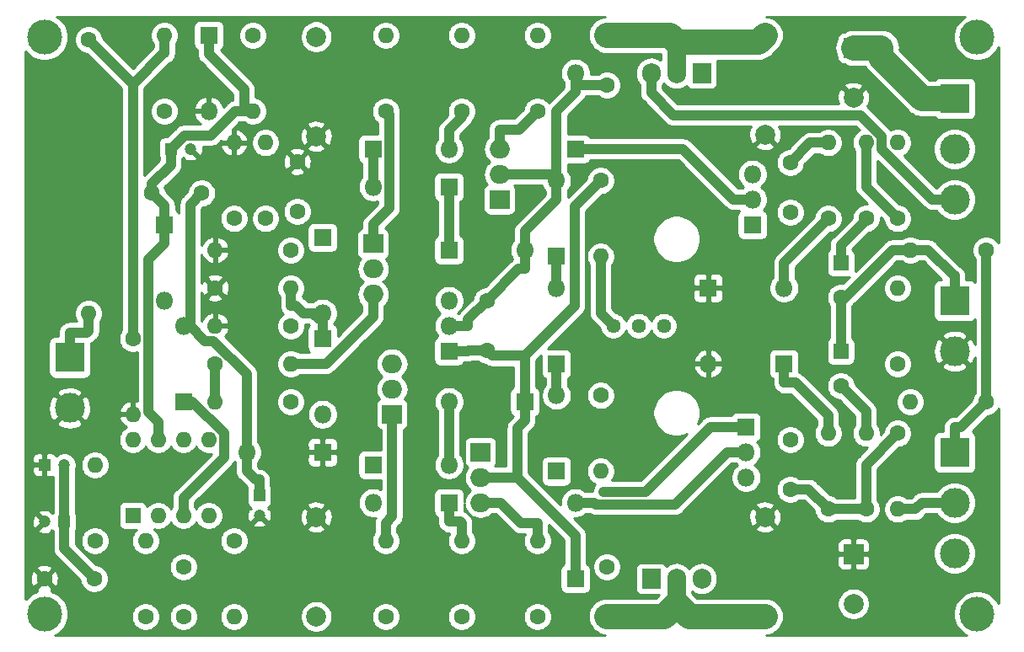
<source format=gbr>
%TF.GenerationSoftware,KiCad,Pcbnew,(5.1.9)-1*%
%TF.CreationDate,2021-06-08T03:56:04-03:00*%
%TF.ProjectId,amp1000,616d7031-3030-4302-9e6b-696361645f70,rev?*%
%TF.SameCoordinates,Original*%
%TF.FileFunction,Copper,L2,Bot*%
%TF.FilePolarity,Positive*%
%FSLAX46Y46*%
G04 Gerber Fmt 4.6, Leading zero omitted, Abs format (unit mm)*
G04 Created by KiCad (PCBNEW (5.1.9)-1) date 2021-06-08 03:56:04*
%MOMM*%
%LPD*%
G01*
G04 APERTURE LIST*
%TA.AperFunction,ComponentPad*%
%ADD10O,1.600000X1.600000*%
%TD*%
%TA.AperFunction,ComponentPad*%
%ADD11C,1.600000*%
%TD*%
%TA.AperFunction,ComponentPad*%
%ADD12R,1.600000X1.600000*%
%TD*%
%TA.AperFunction,ComponentPad*%
%ADD13C,1.440000*%
%TD*%
%TA.AperFunction,ComponentPad*%
%ADD14O,1.905000X2.000000*%
%TD*%
%TA.AperFunction,ComponentPad*%
%ADD15R,1.905000X2.000000*%
%TD*%
%TA.AperFunction,ComponentPad*%
%ADD16O,1.800000X1.800000*%
%TD*%
%TA.AperFunction,ComponentPad*%
%ADD17R,1.800000X1.800000*%
%TD*%
%TA.AperFunction,ComponentPad*%
%ADD18O,2.000000X1.905000*%
%TD*%
%TA.AperFunction,ComponentPad*%
%ADD19R,2.000000X1.905000*%
%TD*%
%TA.AperFunction,ComponentPad*%
%ADD20C,3.000000*%
%TD*%
%TA.AperFunction,ComponentPad*%
%ADD21R,3.000000X3.000000*%
%TD*%
%TA.AperFunction,ComponentPad*%
%ADD22C,2.000000*%
%TD*%
%TA.AperFunction,ComponentPad*%
%ADD23R,2.000000X2.000000*%
%TD*%
%TA.AperFunction,ComponentPad*%
%ADD24C,1.200000*%
%TD*%
%TA.AperFunction,ComponentPad*%
%ADD25R,1.200000X1.200000*%
%TD*%
%TA.AperFunction,ViaPad*%
%ADD26C,3.500000*%
%TD*%
%TA.AperFunction,ViaPad*%
%ADD27C,0.800000*%
%TD*%
%TA.AperFunction,Conductor*%
%ADD28C,1.000000*%
%TD*%
%TA.AperFunction,Conductor*%
%ADD29C,2.500000*%
%TD*%
%TA.AperFunction,Conductor*%
%ADD30C,1.904800*%
%TD*%
%TA.AperFunction,Conductor*%
%ADD31C,0.254000*%
%TD*%
%TA.AperFunction,Conductor*%
%ADD32C,0.100000*%
%TD*%
G04 APERTURE END LIST*
D10*
%TO.P,R31,2*%
%TO.N,/+basedriver*%
X169545000Y-104140000D03*
D11*
%TO.P,R31,1*%
%TO.N,/-basedriver*%
X177165000Y-104140000D03*
%TD*%
D10*
%TO.P,R30,2*%
%TO.N,/OUT*%
X169545000Y-88900000D03*
D11*
%TO.P,R30,1*%
%TO.N,/-basedriver*%
X177165000Y-88900000D03*
%TD*%
D10*
%TO.P,R29,2*%
%TO.N,/+basedriver*%
X168275000Y-92710000D03*
D11*
%TO.P,R29,1*%
%TO.N,/OUT*%
X168275000Y-100330000D03*
%TD*%
D10*
%TO.P,R28,2*%
%TO.N,/-PROTECTION_DC_OUT*%
X168275000Y-114935000D03*
D11*
%TO.P,R28,1*%
%TO.N,Net-(C14-Pad2)*%
X168275000Y-107315000D03*
%TD*%
D10*
%TO.P,R27,2*%
%TO.N,/+PROTECTION_DC_OUT*%
X168275000Y-78105000D03*
D11*
%TO.P,R27,1*%
%TO.N,Net-(C13-Pad1)*%
X168275000Y-85725000D03*
%TD*%
D10*
%TO.P,R26,2*%
%TO.N,Net-(C18-Pad2)*%
X165100000Y-107315000D03*
D11*
%TO.P,R26,1*%
%TO.N,Net-(C14-Pad2)*%
X165100000Y-114935000D03*
%TD*%
D10*
%TO.P,R25,2*%
%TO.N,Net-(C13-Pad1)*%
X165100000Y-78105000D03*
D11*
%TO.P,R25,1*%
%TO.N,Net-(C17-Pad1)*%
X165100000Y-85725000D03*
%TD*%
D10*
%TO.P,R24,2*%
%TO.N,Net-(D19-Pad1)*%
X161290000Y-107315000D03*
D11*
%TO.P,R24,1*%
%TO.N,Net-(C14-Pad2)*%
X161290000Y-114935000D03*
%TD*%
D10*
%TO.P,R23,2*%
%TO.N,Net-(C13-Pad1)*%
X161290000Y-78105000D03*
D11*
%TO.P,R23,1*%
%TO.N,Net-(D18-Pad2)*%
X161290000Y-85725000D03*
%TD*%
D10*
%TO.P,R22,2*%
%TO.N,Net-(R21-Pad3)*%
X138430000Y-89535000D03*
D11*
%TO.P,R22,1*%
%TO.N,Net-(C12-Pad1)*%
X138430000Y-81915000D03*
%TD*%
D10*
%TO.P,R20,2*%
%TO.N,Net-(D15-Pad1)*%
X138430000Y-111125000D03*
D11*
%TO.P,R20,1*%
%TO.N,Net-(Q5-Pad3)*%
X138430000Y-103505000D03*
%TD*%
D10*
%TO.P,R19,2*%
%TO.N,Net-(Q4-Pad3)*%
X132080000Y-118110000D03*
D11*
%TO.P,R19,1*%
%TO.N,/-B*%
X132080000Y-125730000D03*
%TD*%
D10*
%TO.P,R18,2*%
%TO.N,/+B*%
X132080000Y-67310000D03*
D11*
%TO.P,R18,1*%
%TO.N,Net-(Q3-Pad3)*%
X132080000Y-74930000D03*
%TD*%
D10*
%TO.P,R17,2*%
%TO.N,Net-(D10-Pad1)*%
X124460000Y-118110000D03*
D11*
%TO.P,R17,1*%
%TO.N,/-B*%
X124460000Y-125730000D03*
%TD*%
D10*
%TO.P,R16,2*%
%TO.N,Net-(R13-Pad1)*%
X99695000Y-104140000D03*
D11*
%TO.P,R16,1*%
%TO.N,Net-(Q2-Pad3)*%
X107315000Y-104140000D03*
%TD*%
D10*
%TO.P,R15,2*%
%TO.N,Net-(Q1-Pad3)*%
X107315000Y-100330000D03*
D11*
%TO.P,R15,1*%
%TO.N,Net-(R13-Pad1)*%
X99695000Y-100330000D03*
%TD*%
D10*
%TO.P,R14,2*%
%TO.N,/+B*%
X124460000Y-67310000D03*
D11*
%TO.P,R14,1*%
%TO.N,Net-(D7-Pad2)*%
X124460000Y-74930000D03*
%TD*%
D10*
%TO.P,R13,2*%
%TO.N,Earth*%
X99695000Y-96520000D03*
D11*
%TO.P,R13,1*%
%TO.N,Net-(R13-Pad1)*%
X107315000Y-96520000D03*
%TD*%
D10*
%TO.P,R12,2*%
%TO.N,Net-(D5-Pad2)*%
X107315000Y-92710000D03*
D11*
%TO.P,R12,1*%
%TO.N,Earth*%
X99695000Y-92710000D03*
%TD*%
D10*
%TO.P,R11,2*%
%TO.N,Net-(D6-Pad2)*%
X116840000Y-118110000D03*
D11*
%TO.P,R11,1*%
%TO.N,/-B*%
X116840000Y-125730000D03*
%TD*%
D10*
%TO.P,R10,2*%
%TO.N,/+B*%
X116840000Y-67310000D03*
D11*
%TO.P,R10,1*%
%TO.N,Net-(D5-Pad1)*%
X116840000Y-74930000D03*
%TD*%
D10*
%TO.P,R9,2*%
%TO.N,Net-(C7-Pad1)*%
X103505000Y-74930000D03*
D11*
%TO.P,R9,1*%
%TO.N,/+B*%
X103505000Y-67310000D03*
%TD*%
D10*
%TO.P,R8,2*%
%TO.N,/-B*%
X101600000Y-125730000D03*
D11*
%TO.P,R8,1*%
%TO.N,Net-(C8-Pad1)*%
X101600000Y-118110000D03*
%TD*%
D10*
%TO.P,R7,2*%
%TO.N,Net-(C5-Pad1)*%
X92710000Y-118110000D03*
D11*
%TO.P,R7,1*%
%TO.N,/OUT*%
X92710000Y-125730000D03*
%TD*%
D10*
%TO.P,R6,2*%
%TO.N,Net-(C3-Pad1)*%
X87630000Y-110490000D03*
D11*
%TO.P,R6,1*%
%TO.N,Net-(C5-Pad1)*%
X87630000Y-118110000D03*
%TD*%
D10*
%TO.P,R5,2*%
%TO.N,Earth*%
X99695000Y-88900000D03*
D11*
%TO.P,R5,1*%
%TO.N,Net-(D1-Pad2)*%
X107315000Y-88900000D03*
%TD*%
D10*
%TO.P,R4,2*%
%TO.N,Net-(C2-Pad2)*%
X104775000Y-78105000D03*
D11*
%TO.P,R4,1*%
%TO.N,Net-(D1-Pad2)*%
X104775000Y-85725000D03*
%TD*%
D10*
%TO.P,R3,2*%
%TO.N,Net-(C1-Pad1)*%
X94615000Y-67310000D03*
D11*
%TO.P,R3,1*%
%TO.N,Net-(C2-Pad2)*%
X94615000Y-74930000D03*
%TD*%
D10*
%TO.P,R2,2*%
%TO.N,Earth*%
X91440000Y-105410000D03*
D11*
%TO.P,R2,1*%
%TO.N,Net-(C1-Pad1)*%
X91440000Y-97790000D03*
%TD*%
D10*
%TO.P,R1,2*%
%TO.N,Earth*%
X101600000Y-78105000D03*
D11*
%TO.P,R1,1*%
%TO.N,Net-(C1-Pad2)*%
X101600000Y-85725000D03*
%TD*%
D10*
%TO.P,U1,8*%
%TO.N,Net-(U1-Pad8)*%
X91440000Y-107950000D03*
%TO.P,U1,4*%
%TO.N,Net-(C8-Pad1)*%
X99060000Y-115570000D03*
%TO.P,U1,7*%
%TO.N,Net-(C7-Pad1)*%
X93980000Y-107950000D03*
%TO.P,U1,3*%
%TO.N,Net-(D1-Pad2)*%
X96520000Y-115570000D03*
%TO.P,U1,6*%
%TO.N,Net-(D5-Pad2)*%
X96520000Y-107950000D03*
%TO.P,U1,2*%
%TO.N,Net-(C5-Pad1)*%
X93980000Y-115570000D03*
%TO.P,U1,5*%
%TO.N,Net-(U1-Pad5)*%
X99060000Y-107950000D03*
D12*
%TO.P,U1,1*%
%TO.N,Net-(U1-Pad1)*%
X91440000Y-115570000D03*
%TD*%
D13*
%TO.P,R21,3*%
%TO.N,Net-(R21-Pad3)*%
X139700000Y-96520000D03*
%TO.P,R21,2*%
%TO.N,Net-(Q5-Pad3)*%
X142240000Y-96520000D03*
%TO.P,R21,1*%
X144780000Y-96520000D03*
%TD*%
D14*
%TO.P,Q9,3*%
%TO.N,/-basedriver*%
X148590000Y-121920000D03*
%TO.P,Q9,2*%
%TO.N,/-B*%
X146050000Y-121920000D03*
D15*
%TO.P,Q9,1*%
%TO.N,Net-(C12-Pad1)*%
X143510000Y-121920000D03*
%TD*%
D14*
%TO.P,Q8,3*%
%TO.N,/+basedriver*%
X143510000Y-71120000D03*
%TO.P,Q8,2*%
%TO.N,/+B*%
X146050000Y-71120000D03*
D15*
%TO.P,Q8,1*%
%TO.N,Net-(C12-Pad2)*%
X148590000Y-71120000D03*
%TD*%
D16*
%TO.P,Q7,3*%
%TO.N,Net-(C14-Pad2)*%
X153035000Y-111760000D03*
%TO.P,Q7,2*%
%TO.N,Net-(C14-Pad1)*%
X153035000Y-109220000D03*
D17*
%TO.P,Q7,1*%
%TO.N,/OUT*%
X153035000Y-106680000D03*
%TD*%
D16*
%TO.P,Q6,3*%
%TO.N,Net-(C13-Pad1)*%
X153670000Y-81280000D03*
%TO.P,Q6,2*%
%TO.N,Net-(C13-Pad2)*%
X153670000Y-83820000D03*
D17*
%TO.P,Q6,1*%
%TO.N,/OUT*%
X153670000Y-86360000D03*
%TD*%
D16*
%TO.P,Q5,3*%
%TO.N,Net-(Q5-Pad3)*%
X123190000Y-93980000D03*
%TO.P,Q5,2*%
%TO.N,Net-(C12-Pad2)*%
X123190000Y-96520000D03*
D17*
%TO.P,Q5,1*%
%TO.N,Net-(C12-Pad1)*%
X123190000Y-99060000D03*
%TD*%
D18*
%TO.P,Q4,3*%
%TO.N,Net-(Q4-Pad3)*%
X126365000Y-114300000D03*
%TO.P,Q4,2*%
%TO.N,Net-(C12-Pad1)*%
X126365000Y-111760000D03*
D19*
%TO.P,Q4,1*%
%TO.N,Net-(D10-Pad2)*%
X126365000Y-109220000D03*
%TD*%
D18*
%TO.P,Q3,3*%
%TO.N,Net-(Q3-Pad3)*%
X128270000Y-78740000D03*
%TO.P,Q3,2*%
%TO.N,Net-(C12-Pad2)*%
X128270000Y-81280000D03*
D19*
%TO.P,Q3,1*%
%TO.N,Net-(D7-Pad1)*%
X128270000Y-83820000D03*
%TD*%
D18*
%TO.P,Q2,3*%
%TO.N,Net-(Q2-Pad3)*%
X117475000Y-100330000D03*
%TO.P,Q2,2*%
%TO.N,Net-(D12-Pad2)*%
X117475000Y-102870000D03*
D19*
%TO.P,Q2,1*%
%TO.N,Net-(D6-Pad2)*%
X117475000Y-105410000D03*
%TD*%
D18*
%TO.P,Q1,3*%
%TO.N,Net-(Q1-Pad3)*%
X115570000Y-93345000D03*
%TO.P,Q1,2*%
%TO.N,Net-(D11-Pad1)*%
X115570000Y-90805000D03*
D19*
%TO.P,Q1,1*%
%TO.N,Net-(D5-Pad1)*%
X115570000Y-88265000D03*
%TD*%
D20*
%TO.P,J4,3*%
%TO.N,/-B*%
X173990000Y-119380000D03*
%TO.P,J4,2*%
%TO.N,/-PROTECTION_DC_OUT*%
X173990000Y-114300000D03*
D21*
%TO.P,J4,1*%
%TO.N,/-basedriver*%
X173990000Y-109220000D03*
%TD*%
D20*
%TO.P,J3,2*%
%TO.N,Earth*%
X173990000Y-99060000D03*
D21*
%TO.P,J3,1*%
%TO.N,/OUT*%
X173990000Y-93980000D03*
%TD*%
D20*
%TO.P,J2,3*%
%TO.N,/+basedriver*%
X173990000Y-83820000D03*
%TO.P,J2,2*%
%TO.N,/+PROTECTION_DC_OUT*%
X173990000Y-78740000D03*
D21*
%TO.P,J2,1*%
%TO.N,/+B*%
X173990000Y-73660000D03*
%TD*%
D20*
%TO.P,J1,2*%
%TO.N,Earth*%
X85090000Y-104775000D03*
D21*
%TO.P,J1,1*%
%TO.N,Net-(C1-Pad2)*%
X85090000Y-99695000D03*
%TD*%
D16*
%TO.P,D19,2*%
%TO.N,Earth*%
X149225000Y-100330000D03*
D17*
%TO.P,D19,1*%
%TO.N,Net-(D19-Pad1)*%
X156845000Y-100330000D03*
%TD*%
D16*
%TO.P,D18,2*%
%TO.N,Net-(D18-Pad2)*%
X156845000Y-92710000D03*
D17*
%TO.P,D18,1*%
%TO.N,Earth*%
X149225000Y-92710000D03*
%TD*%
D16*
%TO.P,D17,2*%
%TO.N,Net-(C14-Pad1)*%
X135890000Y-114300000D03*
D17*
%TO.P,D17,1*%
%TO.N,Net-(C12-Pad1)*%
X135890000Y-121920000D03*
%TD*%
D16*
%TO.P,D16,2*%
%TO.N,Net-(C12-Pad2)*%
X135890000Y-71120000D03*
D17*
%TO.P,D16,1*%
%TO.N,Net-(C13-Pad2)*%
X135890000Y-78740000D03*
%TD*%
D16*
%TO.P,D15,2*%
%TO.N,Net-(D14-Pad1)*%
X133985000Y-103505000D03*
D17*
%TO.P,D15,1*%
%TO.N,Net-(D15-Pad1)*%
X133985000Y-111125000D03*
%TD*%
D16*
%TO.P,D14,2*%
%TO.N,Net-(D13-Pad1)*%
X133985000Y-92710000D03*
D17*
%TO.P,D14,1*%
%TO.N,Net-(D14-Pad1)*%
X133985000Y-100330000D03*
%TD*%
D16*
%TO.P,D13,2*%
%TO.N,Net-(C12-Pad2)*%
X133985000Y-81915000D03*
D17*
%TO.P,D13,1*%
%TO.N,Net-(D13-Pad1)*%
X133985000Y-89535000D03*
%TD*%
D16*
%TO.P,D12,2*%
%TO.N,Net-(D12-Pad2)*%
X123190000Y-104140000D03*
D17*
%TO.P,D12,1*%
%TO.N,Net-(C12-Pad1)*%
X130810000Y-104140000D03*
%TD*%
D16*
%TO.P,D11,2*%
%TO.N,Net-(C12-Pad2)*%
X130810000Y-88900000D03*
D17*
%TO.P,D11,1*%
%TO.N,Net-(D11-Pad1)*%
X123190000Y-88900000D03*
%TD*%
D16*
%TO.P,D10,2*%
%TO.N,Net-(D10-Pad2)*%
X115570000Y-114300000D03*
D17*
%TO.P,D10,1*%
%TO.N,Net-(D10-Pad1)*%
X123190000Y-114300000D03*
%TD*%
D16*
%TO.P,D9,2*%
%TO.N,Net-(D12-Pad2)*%
X123190000Y-110490000D03*
D17*
%TO.P,D9,1*%
%TO.N,Net-(D10-Pad2)*%
X115570000Y-110490000D03*
%TD*%
D16*
%TO.P,D8,2*%
%TO.N,Net-(D7-Pad1)*%
X115570000Y-82550000D03*
D17*
%TO.P,D8,1*%
%TO.N,Net-(D11-Pad1)*%
X123190000Y-82550000D03*
%TD*%
D16*
%TO.P,D7,2*%
%TO.N,Net-(D7-Pad2)*%
X123190000Y-78740000D03*
D17*
%TO.P,D7,1*%
%TO.N,Net-(D7-Pad1)*%
X115570000Y-78740000D03*
%TD*%
D16*
%TO.P,D6,2*%
%TO.N,Net-(D6-Pad2)*%
X110490000Y-105410000D03*
D17*
%TO.P,D6,1*%
%TO.N,Net-(D5-Pad2)*%
X110490000Y-97790000D03*
%TD*%
D16*
%TO.P,D5,2*%
%TO.N,Net-(D5-Pad2)*%
X110490000Y-95250000D03*
D17*
%TO.P,D5,1*%
%TO.N,Net-(D5-Pad1)*%
X110490000Y-87630000D03*
%TD*%
D16*
%TO.P,D4,2*%
%TO.N,Earth*%
X99060000Y-74930000D03*
D17*
%TO.P,D4,1*%
%TO.N,Net-(C7-Pad1)*%
X99060000Y-67310000D03*
%TD*%
D16*
%TO.P,D3,2*%
%TO.N,Net-(C8-Pad1)*%
X102870000Y-109220000D03*
D17*
%TO.P,D3,1*%
%TO.N,Earth*%
X110490000Y-109220000D03*
%TD*%
D16*
%TO.P,D2,2*%
%TO.N,Net-(C8-Pad1)*%
X96520000Y-96520000D03*
D17*
%TO.P,D2,1*%
%TO.N,Net-(D1-Pad2)*%
X96520000Y-104140000D03*
%TD*%
D16*
%TO.P,D1,2*%
%TO.N,Net-(D1-Pad2)*%
X94615000Y-93980000D03*
D17*
%TO.P,D1,1*%
%TO.N,Net-(C7-Pad1)*%
X94615000Y-86360000D03*
%TD*%
D22*
%TO.P,C22,2*%
%TO.N,Earth*%
X163830000Y-73580000D03*
D23*
%TO.P,C22,1*%
%TO.N,/+B*%
X163830000Y-68580000D03*
%TD*%
D22*
%TO.P,C21,2*%
%TO.N,/-B*%
X163830000Y-124460000D03*
D23*
%TO.P,C21,1*%
%TO.N,Earth*%
X163830000Y-119460000D03*
%TD*%
D22*
%TO.P,C20,2*%
%TO.N,Earth*%
X154940000Y-115730000D03*
%TO.P,C20,1*%
%TO.N,/-B*%
X154940000Y-125730000D03*
%TD*%
%TO.P,C19,2*%
%TO.N,Earth*%
X154940000Y-77310000D03*
%TO.P,C19,1*%
%TO.N,/+B*%
X154940000Y-67310000D03*
%TD*%
D11*
%TO.P,C18,2*%
%TO.N,Net-(C18-Pad2)*%
X162560000Y-102560000D03*
D12*
%TO.P,C18,1*%
%TO.N,/OUT*%
X162560000Y-99060000D03*
%TD*%
D11*
%TO.P,C17,2*%
%TO.N,/OUT*%
X162560000Y-93670000D03*
D12*
%TO.P,C17,1*%
%TO.N,Net-(C17-Pad1)*%
X162560000Y-90170000D03*
%TD*%
D11*
%TO.P,C16,2*%
%TO.N,Net-(C12-Pad2)*%
X139065000Y-72310000D03*
%TO.P,C16,1*%
%TO.N,/+B*%
X139065000Y-67310000D03*
%TD*%
%TO.P,C15,2*%
%TO.N,Net-(C12-Pad1)*%
X139065000Y-120730000D03*
%TO.P,C15,1*%
%TO.N,/-B*%
X139065000Y-125730000D03*
%TD*%
%TO.P,C14,2*%
%TO.N,Net-(C14-Pad2)*%
X157480000Y-112950000D03*
%TO.P,C14,1*%
%TO.N,Net-(C14-Pad1)*%
X157480000Y-107950000D03*
%TD*%
%TO.P,C13,2*%
%TO.N,Net-(C13-Pad2)*%
X157480000Y-85090000D03*
%TO.P,C13,1*%
%TO.N,Net-(C13-Pad1)*%
X157480000Y-80090000D03*
%TD*%
%TO.P,C12,2*%
%TO.N,Net-(C12-Pad2)*%
X127000000Y-93980000D03*
%TO.P,C12,1*%
%TO.N,Net-(C12-Pad1)*%
X127000000Y-98980000D03*
%TD*%
D22*
%TO.P,C11,2*%
%TO.N,Earth*%
X109855000Y-77470000D03*
%TO.P,C11,1*%
%TO.N,/+B*%
X109855000Y-67470000D03*
%TD*%
%TO.P,C10,2*%
%TO.N,Earth*%
X109855000Y-115730000D03*
%TO.P,C10,1*%
%TO.N,/-B*%
X109855000Y-125730000D03*
%TD*%
D24*
%TO.P,C9,2*%
%TO.N,Earth*%
X104140000Y-115570000D03*
D25*
%TO.P,C9,1*%
%TO.N,Net-(C8-Pad1)*%
X104140000Y-113570000D03*
%TD*%
D11*
%TO.P,C8,2*%
%TO.N,Net-(C7-Pad1)*%
X93345000Y-83185000D03*
%TO.P,C8,1*%
%TO.N,Net-(C8-Pad1)*%
X98345000Y-83185000D03*
%TD*%
D24*
%TO.P,C7,2*%
%TO.N,Earth*%
X97250000Y-78740000D03*
D25*
%TO.P,C7,1*%
%TO.N,Net-(C7-Pad1)*%
X95250000Y-78740000D03*
%TD*%
D11*
%TO.P,C6,2*%
%TO.N,Net-(C3-Pad1)*%
X87550000Y-121920000D03*
%TO.P,C6,1*%
%TO.N,Earth*%
X82550000Y-121920000D03*
%TD*%
%TO.P,C5,2*%
%TO.N,/OUT*%
X96520000Y-125730000D03*
%TO.P,C5,1*%
%TO.N,Net-(C5-Pad1)*%
X96520000Y-120730000D03*
%TD*%
D24*
%TO.P,C4,2*%
%TO.N,Net-(C3-Pad1)*%
X84550000Y-110490000D03*
D25*
%TO.P,C4,1*%
%TO.N,Earth*%
X82550000Y-110490000D03*
%TD*%
D24*
%TO.P,C3,2*%
%TO.N,Earth*%
X82550000Y-116205000D03*
D25*
%TO.P,C3,1*%
%TO.N,Net-(C3-Pad1)*%
X84550000Y-116205000D03*
%TD*%
D11*
%TO.P,C2,2*%
%TO.N,Net-(C2-Pad2)*%
X107950000Y-85010000D03*
%TO.P,C2,1*%
%TO.N,Earth*%
X107950000Y-80010000D03*
%TD*%
D10*
%TO.P,C1,2*%
%TO.N,Net-(C1-Pad2)*%
X86995000Y-95250000D03*
D11*
%TO.P,C1,1*%
%TO.N,Net-(C1-Pad1)*%
X86995000Y-67750000D03*
%TD*%
D26*
%TO.N,*%
X82550000Y-67470000D03*
X82550000Y-125470000D03*
X176260000Y-125470000D03*
X176260000Y-67470000D03*
D27*
%TO.N,/OUT*%
X138756000Y-113197000D03*
%TD*%
D28*
%TO.N,Net-(C1-Pad2)*%
X85090000Y-99695000D02*
X85090000Y-97195000D01*
X86995000Y-95250000D02*
X86995000Y-97050000D01*
X86995000Y-97050000D02*
X86850000Y-97195000D01*
X86850000Y-97195000D02*
X85090000Y-97195000D01*
%TO.N,Net-(C1-Pad1)*%
X94615000Y-67310000D02*
X94615000Y-69110000D01*
X91440000Y-72195000D02*
X86995000Y-67750000D01*
X91440000Y-97790000D02*
X91440000Y-72195000D01*
X91440000Y-72195000D02*
X94525000Y-69110000D01*
X94525000Y-69110000D02*
X94615000Y-69110000D01*
%TO.N,Net-(C3-Pad1)*%
X87550000Y-121920000D02*
X84550000Y-118920000D01*
X84550000Y-118920000D02*
X84550000Y-116205000D01*
X84550000Y-116205000D02*
X84550000Y-110490000D01*
%TO.N,/OUT*%
X169545000Y-88900000D02*
X171345000Y-88900000D01*
X173990000Y-93980000D02*
X173990000Y-91480000D01*
X173990000Y-91480000D02*
X173925000Y-91480000D01*
X173925000Y-91480000D02*
X171345000Y-88900000D01*
X162560000Y-93670000D02*
X162975000Y-93670000D01*
X162975000Y-93670000D02*
X167745000Y-88900000D01*
X162560000Y-93670000D02*
X162560000Y-99060000D01*
X169545000Y-88900000D02*
X167745000Y-88900000D01*
X138756000Y-113197000D02*
X142923000Y-113197000D01*
X142923000Y-113197000D02*
X149440000Y-106680000D01*
X149440000Y-106680000D02*
X153035000Y-106680000D01*
%TO.N,Net-(C7-Pad1)*%
X95250000Y-78740000D02*
X95250000Y-80340000D01*
X95250000Y-80340000D02*
X93345000Y-82245000D01*
X93345000Y-82245000D02*
X93345000Y-83185000D01*
X101705000Y-74930000D02*
X99269400Y-77365600D01*
X99269400Y-77365600D02*
X96624400Y-77365600D01*
X96624400Y-77365600D02*
X95250000Y-78740000D01*
X99060000Y-67310000D02*
X99060000Y-69210000D01*
X102605000Y-74930000D02*
X102605000Y-72755000D01*
X102605000Y-72755000D02*
X99060000Y-69210000D01*
X102605000Y-74930000D02*
X101705000Y-74930000D01*
X103505000Y-74930000D02*
X102605000Y-74930000D01*
X94615000Y-86360000D02*
X94615000Y-88260000D01*
X93980000Y-107950000D02*
X93980000Y-106150000D01*
X93980000Y-106150000D02*
X93014600Y-105184600D01*
X93014600Y-105184600D02*
X93014600Y-89860400D01*
X93014600Y-89860400D02*
X94615000Y-88260000D01*
X93345000Y-83185000D02*
X94615000Y-84455000D01*
X94615000Y-84455000D02*
X94615000Y-86360000D01*
%TO.N,Net-(C8-Pad1)*%
X104140000Y-113570000D02*
X104140000Y-111970000D01*
X102870000Y-109220000D02*
X102870000Y-111120000D01*
X102870000Y-111120000D02*
X103720000Y-111970000D01*
X103720000Y-111970000D02*
X104140000Y-111970000D01*
X102870000Y-109220000D02*
X102870000Y-101363300D01*
X102870000Y-101363300D02*
X99527100Y-98020400D01*
X99527100Y-98020400D02*
X98705400Y-98020400D01*
X98705400Y-98020400D02*
X97205000Y-96520000D01*
X97205000Y-96520000D02*
X97205000Y-84325000D01*
X97205000Y-84325000D02*
X98345000Y-83185000D01*
X97205000Y-96520000D02*
X96520000Y-96520000D01*
D29*
%TO.N,/-B*%
X146050000Y-124450000D02*
X147330000Y-125730000D01*
X147330000Y-125730000D02*
X154940000Y-125730000D01*
X139065000Y-125730000D02*
X144770000Y-125730000D01*
X144770000Y-125730000D02*
X146050000Y-124450000D01*
D30*
X146050000Y-124450000D02*
X146050000Y-121920000D01*
D29*
%TO.N,/+B*%
X139065000Y-67310000D02*
X145381300Y-67310000D01*
X145381300Y-67310000D02*
X146050000Y-67978700D01*
D30*
X146050000Y-67978700D02*
X146050000Y-71120000D01*
D29*
X146050000Y-67978700D02*
X154271300Y-67978700D01*
X154271300Y-67978700D02*
X154940000Y-67310000D01*
X163830000Y-68580000D02*
X166580300Y-68580000D01*
X173990000Y-73660000D02*
X170739700Y-73660000D01*
X166580300Y-68580000D02*
X166580300Y-69500600D01*
X166580300Y-69500600D02*
X170739700Y-73660000D01*
D28*
%TO.N,Net-(C12-Pad2)*%
X135890000Y-72310000D02*
X135890000Y-73020000D01*
X135890000Y-71120000D02*
X135890000Y-72310000D01*
X139065000Y-72310000D02*
X135890000Y-72310000D01*
X133985000Y-81280000D02*
X130270000Y-81280000D01*
X133985000Y-81915000D02*
X133985000Y-81280000D01*
X133985000Y-81280000D02*
X133985000Y-74925000D01*
X133985000Y-74925000D02*
X135890000Y-73020000D01*
X128270000Y-81280000D02*
X130270000Y-81280000D01*
X130810000Y-87000000D02*
X133985000Y-83825000D01*
X133985000Y-83825000D02*
X133985000Y-81915000D01*
X130810000Y-88900000D02*
X130810000Y-87000000D01*
X130810000Y-88900000D02*
X130810000Y-90800000D01*
X130810000Y-90800000D02*
X130180000Y-90800000D01*
X130180000Y-90800000D02*
X127000000Y-93980000D01*
X123190000Y-96520000D02*
X125090000Y-96520000D01*
X127000000Y-93980000D02*
X125090000Y-95890000D01*
X125090000Y-95890000D02*
X125090000Y-96520000D01*
%TO.N,Net-(C12-Pad1)*%
X130810000Y-99510800D02*
X135833000Y-94487800D01*
X135833000Y-94487800D02*
X135833000Y-84512000D01*
X135833000Y-84512000D02*
X138430000Y-81915000D01*
X130810000Y-103190000D02*
X130810000Y-99510800D01*
X127000000Y-98980000D02*
X127530800Y-99510800D01*
X127530800Y-99510800D02*
X130810000Y-99510800D01*
X127000000Y-98980000D02*
X125170000Y-98980000D01*
X125170000Y-98980000D02*
X125090000Y-99060000D01*
X130810000Y-104140000D02*
X130810000Y-103190000D01*
X130810000Y-104140000D02*
X130810000Y-106040000D01*
X130057000Y-111760000D02*
X130057000Y-106793000D01*
X130057000Y-106793000D02*
X130810000Y-106040000D01*
X135890000Y-121920000D02*
X135890000Y-117593000D01*
X135890000Y-117593000D02*
X130057000Y-111760000D01*
X130057000Y-111760000D02*
X128365000Y-111760000D01*
X126365000Y-111760000D02*
X128365000Y-111760000D01*
X123190000Y-99060000D02*
X125090000Y-99060000D01*
%TO.N,Net-(C13-Pad2)*%
X153670000Y-83820000D02*
X151770000Y-83820000D01*
X151770000Y-83820000D02*
X146690000Y-78740000D01*
X146690000Y-78740000D02*
X135890000Y-78740000D01*
%TO.N,Net-(C13-Pad1)*%
X165100000Y-78105000D02*
X165100000Y-82550000D01*
X165100000Y-82550000D02*
X168275000Y-85725000D01*
X161290000Y-78105000D02*
X159490000Y-78105000D01*
X157480000Y-80090000D02*
X157505000Y-80090000D01*
X157505000Y-80090000D02*
X159490000Y-78105000D01*
%TO.N,Net-(C14-Pad2)*%
X165100000Y-114935000D02*
X165100000Y-110490000D01*
X165100000Y-110490000D02*
X168275000Y-107315000D01*
X161290000Y-114935000D02*
X165100000Y-114935000D01*
X157480000Y-112950000D02*
X159305000Y-112950000D01*
X159305000Y-112950000D02*
X161290000Y-114935000D01*
%TO.N,Net-(C14-Pad1)*%
X153035000Y-109220000D02*
X151135000Y-109220000D01*
X135890000Y-114300000D02*
X137790000Y-114300000D01*
X137790000Y-114300000D02*
X137975200Y-114485200D01*
X137975200Y-114485200D02*
X145869800Y-114485200D01*
X145869800Y-114485200D02*
X151135000Y-109220000D01*
%TO.N,Net-(C17-Pad1)*%
X162560000Y-90170000D02*
X162560000Y-88370000D01*
X162560000Y-88370000D02*
X165100000Y-85830000D01*
X165100000Y-85830000D02*
X165100000Y-85725000D01*
%TO.N,Net-(C18-Pad2)*%
X162560000Y-102560000D02*
X165100000Y-105100000D01*
X165100000Y-105100000D02*
X165100000Y-107315000D01*
%TO.N,Net-(D1-Pad2)*%
X96520000Y-115570000D02*
X96520000Y-113770000D01*
X96520000Y-104140000D02*
X97418800Y-104140000D01*
X97418800Y-104140000D02*
X100582200Y-107303400D01*
X100582200Y-107303400D02*
X100582200Y-109707800D01*
X100582200Y-109707800D02*
X96520000Y-113770000D01*
%TO.N,Net-(D5-Pad2)*%
X110490000Y-97790000D02*
X110490000Y-95890000D01*
X109540000Y-95250000D02*
X110180000Y-95890000D01*
X110180000Y-95890000D02*
X110490000Y-95890000D01*
X109540000Y-95250000D02*
X108590000Y-95250000D01*
X110490000Y-95250000D02*
X109540000Y-95250000D01*
X107315000Y-92710000D02*
X107315000Y-94510000D01*
X108590000Y-95250000D02*
X107850000Y-94510000D01*
X107850000Y-94510000D02*
X107315000Y-94510000D01*
%TO.N,Net-(D5-Pad1)*%
X115570000Y-88265000D02*
X115570000Y-86312500D01*
X115570000Y-86312500D02*
X117170500Y-84712000D01*
X117170500Y-84712000D02*
X117170500Y-75260500D01*
X117170500Y-75260500D02*
X116840000Y-74930000D01*
%TO.N,Net-(D6-Pad2)*%
X116840000Y-118110000D02*
X116840000Y-116310000D01*
X117475000Y-105410000D02*
X117475000Y-115675000D01*
X117475000Y-115675000D02*
X116840000Y-116310000D01*
%TO.N,Net-(D7-Pad2)*%
X123190000Y-78740000D02*
X123190000Y-76840000D01*
X123190000Y-76840000D02*
X124460000Y-75570000D01*
X124460000Y-75570000D02*
X124460000Y-74930000D01*
%TO.N,Net-(D7-Pad1)*%
X115570000Y-78740000D02*
X115570000Y-82550000D01*
%TO.N,Net-(D11-Pad1)*%
X123190000Y-82550000D02*
X123190000Y-88900000D01*
%TO.N,Net-(D12-Pad2)*%
X123190000Y-110490000D02*
X123190000Y-104140000D01*
%TO.N,Net-(D10-Pad1)*%
X123190000Y-114300000D02*
X123190000Y-116200000D01*
X124460000Y-118110000D02*
X124460000Y-116310000D01*
X123190000Y-116200000D02*
X124350000Y-116200000D01*
X124350000Y-116200000D02*
X124460000Y-116310000D01*
%TO.N,Net-(D13-Pad1)*%
X133985000Y-89535000D02*
X133985000Y-92710000D01*
%TO.N,Net-(D14-Pad1)*%
X133985000Y-100330000D02*
X133985000Y-103505000D01*
%TO.N,Net-(D18-Pad2)*%
X156845000Y-92710000D02*
X156845000Y-90170000D01*
X156845000Y-90170000D02*
X161290000Y-85725000D01*
%TO.N,Net-(D19-Pad1)*%
X156845000Y-100330000D02*
X156845000Y-102230000D01*
X161290000Y-107315000D02*
X161290000Y-105515000D01*
X156845000Y-102230000D02*
X158005000Y-102230000D01*
X158005000Y-102230000D02*
X161290000Y-105515000D01*
%TO.N,/+basedriver*%
X143510000Y-71120000D02*
X143510000Y-73120000D01*
X143510000Y-73120000D02*
X145720400Y-75330400D01*
X145720400Y-75330400D02*
X164530500Y-75330400D01*
X164530500Y-75330400D02*
X166687500Y-77487400D01*
X166687500Y-77487400D02*
X166687500Y-78754000D01*
X166687500Y-78754000D02*
X171753500Y-83820000D01*
X171753500Y-83820000D02*
X173990000Y-83820000D01*
%TO.N,/-PROTECTION_DC_OUT*%
X168275000Y-114935000D02*
X170075000Y-114935000D01*
X173990000Y-114300000D02*
X170710000Y-114300000D01*
X170710000Y-114300000D02*
X170075000Y-114935000D01*
%TO.N,/-basedriver*%
X177165000Y-88900000D02*
X177165000Y-104140000D01*
X173990000Y-109220000D02*
X173990000Y-106720000D01*
X173990000Y-106720000D02*
X174585000Y-106720000D01*
X174585000Y-106720000D02*
X177165000Y-104140000D01*
%TO.N,Net-(Q1-Pad3)*%
X115570000Y-93345000D02*
X115570000Y-95589700D01*
X115570000Y-95589700D02*
X110829700Y-100330000D01*
X110829700Y-100330000D02*
X107315000Y-100330000D01*
%TO.N,Net-(Q3-Pad3)*%
X128270000Y-78740000D02*
X128270000Y-76787500D01*
X128270000Y-76787500D02*
X130222500Y-76787500D01*
X130222500Y-76787500D02*
X132080000Y-74930000D01*
%TO.N,Net-(Q4-Pad3)*%
X132080000Y-118110000D02*
X132080000Y-116310000D01*
X126365000Y-114300000D02*
X128365000Y-114300000D01*
X128365000Y-114300000D02*
X130375000Y-116310000D01*
X130375000Y-116310000D02*
X132080000Y-116310000D01*
%TO.N,Net-(R13-Pad1)*%
X99695000Y-100330000D02*
X99695000Y-104140000D01*
%TO.N,Net-(R21-Pad3)*%
X139700000Y-96520000D02*
X138430000Y-95250000D01*
X138430000Y-95250000D02*
X138430000Y-89535000D01*
%TD*%
D31*
%TO.N,Earth*%
X138695476Y-65452275D02*
X138340152Y-65560061D01*
X138012683Y-65735097D01*
X137725655Y-65970655D01*
X137490097Y-66257683D01*
X137315061Y-66585152D01*
X137207275Y-66940476D01*
X137170880Y-67310000D01*
X137207275Y-67679524D01*
X137315061Y-68034848D01*
X137490097Y-68362317D01*
X137725655Y-68649345D01*
X138012683Y-68884903D01*
X138340152Y-69059939D01*
X138695476Y-69167725D01*
X138972403Y-69195000D01*
X144462600Y-69195000D01*
X144462601Y-69800620D01*
X144396235Y-69746155D01*
X144120449Y-69598745D01*
X143821204Y-69507970D01*
X143510000Y-69477319D01*
X143198797Y-69507970D01*
X142899552Y-69598745D01*
X142623766Y-69746155D01*
X142382037Y-69944537D01*
X142183655Y-70186265D01*
X142036245Y-70462051D01*
X141945470Y-70761296D01*
X141922500Y-70994514D01*
X141922500Y-71245485D01*
X141945470Y-71478703D01*
X142036245Y-71777948D01*
X142183655Y-72053734D01*
X142375001Y-72286889D01*
X142375001Y-73064239D01*
X142369509Y-73120000D01*
X142391423Y-73342498D01*
X142456324Y-73556446D01*
X142456325Y-73556447D01*
X142561717Y-73753623D01*
X142703552Y-73926449D01*
X142746860Y-73961991D01*
X144878413Y-76093546D01*
X144913951Y-76136849D01*
X144957254Y-76172387D01*
X144957256Y-76172389D01*
X145086777Y-76278684D01*
X145283953Y-76384076D01*
X145497901Y-76448977D01*
X145720400Y-76470891D01*
X145776152Y-76465400D01*
X153532673Y-76465400D01*
X153399296Y-76739571D01*
X153317616Y-77051108D01*
X153298282Y-77372595D01*
X153342039Y-77691675D01*
X153447205Y-77996088D01*
X153540186Y-78170044D01*
X153804587Y-78265808D01*
X154760395Y-77310000D01*
X154746253Y-77295858D01*
X154925858Y-77116253D01*
X154940000Y-77130395D01*
X154954143Y-77116253D01*
X155133748Y-77295858D01*
X155119605Y-77310000D01*
X156075413Y-78265808D01*
X156339814Y-78170044D01*
X156480704Y-77880429D01*
X156562384Y-77568892D01*
X156581718Y-77247405D01*
X156537961Y-76928325D01*
X156432795Y-76623912D01*
X156348069Y-76465400D01*
X164060369Y-76465400D01*
X164425941Y-76830972D01*
X164420273Y-76833320D01*
X164185241Y-76990363D01*
X163985363Y-77190241D01*
X163828320Y-77425273D01*
X163720147Y-77686426D01*
X163665000Y-77963665D01*
X163665000Y-78246335D01*
X163720147Y-78523574D01*
X163828320Y-78784727D01*
X163965000Y-78989284D01*
X163965001Y-82494239D01*
X163959509Y-82550000D01*
X163981423Y-82772498D01*
X164046324Y-82986446D01*
X164083959Y-83056856D01*
X164151717Y-83183623D01*
X164293552Y-83356449D01*
X164336860Y-83391991D01*
X165234869Y-84290000D01*
X164958665Y-84290000D01*
X164681426Y-84345147D01*
X164420273Y-84453320D01*
X164185241Y-84610363D01*
X163985363Y-84810241D01*
X163828320Y-85045273D01*
X163720147Y-85306426D01*
X163665000Y-85583665D01*
X163665000Y-85659868D01*
X161796860Y-87528009D01*
X161753552Y-87563551D01*
X161611717Y-87736377D01*
X161601325Y-87755820D01*
X161506324Y-87933554D01*
X161441423Y-88147502D01*
X161419509Y-88370000D01*
X161425000Y-88425751D01*
X161425000Y-88829043D01*
X161405506Y-88839463D01*
X161308815Y-88918815D01*
X161229463Y-89015506D01*
X161170498Y-89125820D01*
X161134188Y-89245518D01*
X161121928Y-89370000D01*
X161121928Y-90970000D01*
X161134188Y-91094482D01*
X161170498Y-91214180D01*
X161229463Y-91324494D01*
X161308815Y-91421185D01*
X161405506Y-91500537D01*
X161515820Y-91559502D01*
X161635518Y-91595812D01*
X161760000Y-91608072D01*
X163360000Y-91608072D01*
X163439640Y-91600228D01*
X162787691Y-92252178D01*
X162701335Y-92235000D01*
X162418665Y-92235000D01*
X162141426Y-92290147D01*
X161880273Y-92398320D01*
X161645241Y-92555363D01*
X161445363Y-92755241D01*
X161288320Y-92990273D01*
X161180147Y-93251426D01*
X161125000Y-93528665D01*
X161125000Y-93811335D01*
X161180147Y-94088574D01*
X161288320Y-94349727D01*
X161425000Y-94554284D01*
X161425001Y-97719043D01*
X161405506Y-97729463D01*
X161308815Y-97808815D01*
X161229463Y-97905506D01*
X161170498Y-98015820D01*
X161134188Y-98135518D01*
X161121928Y-98260000D01*
X161121928Y-99860000D01*
X161134188Y-99984482D01*
X161170498Y-100104180D01*
X161229463Y-100214494D01*
X161308815Y-100311185D01*
X161405506Y-100390537D01*
X161515820Y-100449502D01*
X161635518Y-100485812D01*
X161760000Y-100498072D01*
X163360000Y-100498072D01*
X163484482Y-100485812D01*
X163604180Y-100449502D01*
X163714494Y-100390537D01*
X163811185Y-100311185D01*
X163890537Y-100214494D01*
X163904343Y-100188665D01*
X166840000Y-100188665D01*
X166840000Y-100471335D01*
X166895147Y-100748574D01*
X167003320Y-101009727D01*
X167160363Y-101244759D01*
X167360241Y-101444637D01*
X167595273Y-101601680D01*
X167856426Y-101709853D01*
X168133665Y-101765000D01*
X168416335Y-101765000D01*
X168693574Y-101709853D01*
X168954727Y-101601680D01*
X169189759Y-101444637D01*
X169389637Y-101244759D01*
X169546680Y-101009727D01*
X169654853Y-100748574D01*
X169694023Y-100551653D01*
X172677952Y-100551653D01*
X172833962Y-100867214D01*
X173208745Y-101058020D01*
X173613551Y-101172044D01*
X174032824Y-101204902D01*
X174450451Y-101155334D01*
X174850383Y-101025243D01*
X175146038Y-100867214D01*
X175302048Y-100551653D01*
X173990000Y-99239605D01*
X172677952Y-100551653D01*
X169694023Y-100551653D01*
X169710000Y-100471335D01*
X169710000Y-100188665D01*
X169654853Y-99911426D01*
X169546680Y-99650273D01*
X169389637Y-99415241D01*
X169189759Y-99215363D01*
X169021333Y-99102824D01*
X171845098Y-99102824D01*
X171894666Y-99520451D01*
X172024757Y-99920383D01*
X172182786Y-100216038D01*
X172498347Y-100372048D01*
X173810395Y-99060000D01*
X172498347Y-97747952D01*
X172182786Y-97903962D01*
X171991980Y-98278745D01*
X171877956Y-98683551D01*
X171845098Y-99102824D01*
X169021333Y-99102824D01*
X168954727Y-99058320D01*
X168693574Y-98950147D01*
X168416335Y-98895000D01*
X168133665Y-98895000D01*
X167856426Y-98950147D01*
X167595273Y-99058320D01*
X167360241Y-99215363D01*
X167160363Y-99415241D01*
X167003320Y-99650273D01*
X166895147Y-99911426D01*
X166840000Y-100188665D01*
X163904343Y-100188665D01*
X163949502Y-100104180D01*
X163985812Y-99984482D01*
X163998072Y-99860000D01*
X163998072Y-98260000D01*
X163985812Y-98135518D01*
X163949502Y-98015820D01*
X163890537Y-97905506D01*
X163811185Y-97808815D01*
X163714494Y-97729463D01*
X163695000Y-97719043D01*
X163695000Y-97568347D01*
X172677952Y-97568347D01*
X173990000Y-98880395D01*
X175302048Y-97568347D01*
X175146038Y-97252786D01*
X174771255Y-97061980D01*
X174366449Y-96947956D01*
X173947176Y-96915098D01*
X173529549Y-96964666D01*
X173129617Y-97094757D01*
X172833962Y-97252786D01*
X172677952Y-97568347D01*
X163695000Y-97568347D01*
X163695000Y-94554284D01*
X163705190Y-94539034D01*
X163781449Y-94476449D01*
X163816996Y-94433135D01*
X165681466Y-92568665D01*
X166840000Y-92568665D01*
X166840000Y-92851335D01*
X166895147Y-93128574D01*
X167003320Y-93389727D01*
X167160363Y-93624759D01*
X167360241Y-93824637D01*
X167595273Y-93981680D01*
X167856426Y-94089853D01*
X168133665Y-94145000D01*
X168416335Y-94145000D01*
X168693574Y-94089853D01*
X168954727Y-93981680D01*
X169189759Y-93824637D01*
X169389637Y-93624759D01*
X169546680Y-93389727D01*
X169654853Y-93128574D01*
X169710000Y-92851335D01*
X169710000Y-92568665D01*
X169654853Y-92291426D01*
X169546680Y-92030273D01*
X169389637Y-91795241D01*
X169189759Y-91595363D01*
X168954727Y-91438320D01*
X168693574Y-91330147D01*
X168416335Y-91275000D01*
X168133665Y-91275000D01*
X167856426Y-91330147D01*
X167595273Y-91438320D01*
X167360241Y-91595363D01*
X167160363Y-91795241D01*
X167003320Y-92030273D01*
X166895147Y-92291426D01*
X166840000Y-92568665D01*
X165681466Y-92568665D01*
X168215133Y-90035000D01*
X168660716Y-90035000D01*
X168865273Y-90171680D01*
X169126426Y-90279853D01*
X169403665Y-90335000D01*
X169686335Y-90335000D01*
X169963574Y-90279853D01*
X170224727Y-90171680D01*
X170429284Y-90035000D01*
X170874869Y-90035000D01*
X172681796Y-91841928D01*
X172490000Y-91841928D01*
X172365518Y-91854188D01*
X172245820Y-91890498D01*
X172135506Y-91949463D01*
X172038815Y-92028815D01*
X171959463Y-92125506D01*
X171900498Y-92235820D01*
X171864188Y-92355518D01*
X171851928Y-92480000D01*
X171851928Y-95480000D01*
X171864188Y-95604482D01*
X171900498Y-95724180D01*
X171959463Y-95834494D01*
X172038815Y-95931185D01*
X172135506Y-96010537D01*
X172245820Y-96069502D01*
X172365518Y-96105812D01*
X172490000Y-96118072D01*
X175490000Y-96118072D01*
X175614482Y-96105812D01*
X175734180Y-96069502D01*
X175844494Y-96010537D01*
X175941185Y-95931185D01*
X176020537Y-95834494D01*
X176030000Y-95816789D01*
X176030001Y-98429440D01*
X175955243Y-98199617D01*
X175797214Y-97903962D01*
X175481653Y-97747952D01*
X174169605Y-99060000D01*
X175481653Y-100372048D01*
X175797214Y-100216038D01*
X175988020Y-99841255D01*
X176030001Y-99692216D01*
X176030001Y-103255715D01*
X175893320Y-103460273D01*
X175785147Y-103721426D01*
X175737150Y-103962718D01*
X174114869Y-105585000D01*
X174045752Y-105585000D01*
X173990000Y-105579509D01*
X173934249Y-105585000D01*
X173934248Y-105585000D01*
X173767501Y-105601423D01*
X173553553Y-105666324D01*
X173356377Y-105771716D01*
X173183551Y-105913551D01*
X173041716Y-106086377D01*
X172936324Y-106283553D01*
X172871423Y-106497501D01*
X172849509Y-106720000D01*
X172855001Y-106775761D01*
X172855001Y-107081928D01*
X172490000Y-107081928D01*
X172365518Y-107094188D01*
X172245820Y-107130498D01*
X172135506Y-107189463D01*
X172038815Y-107268815D01*
X171959463Y-107365506D01*
X171900498Y-107475820D01*
X171864188Y-107595518D01*
X171851928Y-107720000D01*
X171851928Y-110720000D01*
X171864188Y-110844482D01*
X171900498Y-110964180D01*
X171959463Y-111074494D01*
X172038815Y-111171185D01*
X172135506Y-111250537D01*
X172245820Y-111309502D01*
X172365518Y-111345812D01*
X172490000Y-111358072D01*
X175490000Y-111358072D01*
X175614482Y-111345812D01*
X175734180Y-111309502D01*
X175844494Y-111250537D01*
X175941185Y-111171185D01*
X176020537Y-111074494D01*
X176079502Y-110964180D01*
X176115812Y-110844482D01*
X176128072Y-110720000D01*
X176128072Y-107720000D01*
X176115812Y-107595518D01*
X176079502Y-107475820D01*
X176020537Y-107365506D01*
X175941185Y-107268815D01*
X175844494Y-107189463D01*
X175763800Y-107146331D01*
X177342282Y-105567850D01*
X177583574Y-105519853D01*
X177844727Y-105411680D01*
X178079759Y-105254637D01*
X178279637Y-105054759D01*
X178410001Y-104859656D01*
X178410001Y-124428255D01*
X178373560Y-124340279D01*
X178112550Y-123949651D01*
X177780349Y-123617450D01*
X177389721Y-123356440D01*
X176955679Y-123176654D01*
X176494902Y-123085000D01*
X176025098Y-123085000D01*
X175564321Y-123176654D01*
X175130279Y-123356440D01*
X174739651Y-123617450D01*
X174407450Y-123949651D01*
X174146440Y-124340279D01*
X173966654Y-124774321D01*
X173875000Y-125235098D01*
X173875000Y-125704902D01*
X173966654Y-126165679D01*
X174146440Y-126599721D01*
X174407450Y-126990349D01*
X174739651Y-127322550D01*
X175130279Y-127583560D01*
X175194111Y-127610000D01*
X155083363Y-127610000D01*
X155309524Y-127587725D01*
X155664848Y-127479939D01*
X155992317Y-127304903D01*
X156279345Y-127069345D01*
X156514903Y-126782317D01*
X156689939Y-126454848D01*
X156797725Y-126099524D01*
X156834120Y-125730000D01*
X156797725Y-125360476D01*
X156689939Y-125005152D01*
X156514903Y-124677683D01*
X156279345Y-124390655D01*
X156167623Y-124298967D01*
X162195000Y-124298967D01*
X162195000Y-124621033D01*
X162257832Y-124936912D01*
X162381082Y-125234463D01*
X162560013Y-125502252D01*
X162787748Y-125729987D01*
X163055537Y-125908918D01*
X163353088Y-126032168D01*
X163668967Y-126095000D01*
X163991033Y-126095000D01*
X164306912Y-126032168D01*
X164604463Y-125908918D01*
X164872252Y-125729987D01*
X165099987Y-125502252D01*
X165278918Y-125234463D01*
X165402168Y-124936912D01*
X165465000Y-124621033D01*
X165465000Y-124298967D01*
X165402168Y-123983088D01*
X165278918Y-123685537D01*
X165099987Y-123417748D01*
X164872252Y-123190013D01*
X164604463Y-123011082D01*
X164306912Y-122887832D01*
X163991033Y-122825000D01*
X163668967Y-122825000D01*
X163353088Y-122887832D01*
X163055537Y-123011082D01*
X162787748Y-123190013D01*
X162560013Y-123417748D01*
X162381082Y-123685537D01*
X162257832Y-123983088D01*
X162195000Y-124298967D01*
X156167623Y-124298967D01*
X155992317Y-124155097D01*
X155664848Y-123980061D01*
X155309524Y-123872275D01*
X155032597Y-123845000D01*
X148110792Y-123845000D01*
X147637400Y-123371608D01*
X147637400Y-123239380D01*
X147703766Y-123293845D01*
X147979552Y-123441255D01*
X148278797Y-123532030D01*
X148590000Y-123562681D01*
X148901204Y-123532030D01*
X149200449Y-123441255D01*
X149476235Y-123293845D01*
X149717963Y-123095463D01*
X149916345Y-122853734D01*
X150063755Y-122577948D01*
X150154530Y-122278703D01*
X150177500Y-122045485D01*
X150177500Y-121794514D01*
X150154530Y-121561296D01*
X150063755Y-121262051D01*
X149916345Y-120986265D01*
X149717963Y-120744537D01*
X149476234Y-120546155D01*
X149315049Y-120460000D01*
X162191928Y-120460000D01*
X162204188Y-120584482D01*
X162240498Y-120704180D01*
X162299463Y-120814494D01*
X162378815Y-120911185D01*
X162475506Y-120990537D01*
X162585820Y-121049502D01*
X162705518Y-121085812D01*
X162830000Y-121098072D01*
X163544250Y-121095000D01*
X163703000Y-120936250D01*
X163703000Y-119587000D01*
X163957000Y-119587000D01*
X163957000Y-120936250D01*
X164115750Y-121095000D01*
X164830000Y-121098072D01*
X164954482Y-121085812D01*
X165074180Y-121049502D01*
X165184494Y-120990537D01*
X165281185Y-120911185D01*
X165360537Y-120814494D01*
X165419502Y-120704180D01*
X165455812Y-120584482D01*
X165468072Y-120460000D01*
X165465000Y-119745750D01*
X165306250Y-119587000D01*
X163957000Y-119587000D01*
X163703000Y-119587000D01*
X162353750Y-119587000D01*
X162195000Y-119745750D01*
X162191928Y-120460000D01*
X149315049Y-120460000D01*
X149200448Y-120398745D01*
X148901203Y-120307970D01*
X148590000Y-120277319D01*
X148278796Y-120307970D01*
X147979551Y-120398745D01*
X147703765Y-120546155D01*
X147462037Y-120744537D01*
X147320000Y-120917609D01*
X147177963Y-120744537D01*
X146936234Y-120546155D01*
X146660448Y-120398745D01*
X146361203Y-120307970D01*
X146050000Y-120277319D01*
X145738796Y-120307970D01*
X145439551Y-120398745D01*
X145163765Y-120546155D01*
X145037905Y-120649446D01*
X144993037Y-120565506D01*
X144913685Y-120468815D01*
X144816994Y-120389463D01*
X144706680Y-120330498D01*
X144586982Y-120294188D01*
X144462500Y-120281928D01*
X142557500Y-120281928D01*
X142433018Y-120294188D01*
X142313320Y-120330498D01*
X142203006Y-120389463D01*
X142106315Y-120468815D01*
X142026963Y-120565506D01*
X141967998Y-120675820D01*
X141931688Y-120795518D01*
X141919428Y-120920000D01*
X141919428Y-122920000D01*
X141931688Y-123044482D01*
X141967998Y-123164180D01*
X142026963Y-123274494D01*
X142106315Y-123371185D01*
X142203006Y-123450537D01*
X142313320Y-123509502D01*
X142433018Y-123545812D01*
X142557500Y-123558072D01*
X144276136Y-123558072D01*
X143989208Y-123845000D01*
X138972403Y-123845000D01*
X138695476Y-123872275D01*
X138340152Y-123980061D01*
X138012683Y-124155097D01*
X137725655Y-124390655D01*
X137490097Y-124677683D01*
X137315061Y-125005152D01*
X137207275Y-125360476D01*
X137170880Y-125730000D01*
X137207275Y-126099524D01*
X137315061Y-126454848D01*
X137490097Y-126782317D01*
X137725655Y-127069345D01*
X138012683Y-127304903D01*
X138340152Y-127479939D01*
X138695476Y-127587725D01*
X138921637Y-127610000D01*
X83615889Y-127610000D01*
X83679721Y-127583560D01*
X84070349Y-127322550D01*
X84402550Y-126990349D01*
X84663560Y-126599721D01*
X84843346Y-126165679D01*
X84935000Y-125704902D01*
X84935000Y-125588665D01*
X91275000Y-125588665D01*
X91275000Y-125871335D01*
X91330147Y-126148574D01*
X91438320Y-126409727D01*
X91595363Y-126644759D01*
X91795241Y-126844637D01*
X92030273Y-127001680D01*
X92291426Y-127109853D01*
X92568665Y-127165000D01*
X92851335Y-127165000D01*
X93128574Y-127109853D01*
X93389727Y-127001680D01*
X93624759Y-126844637D01*
X93824637Y-126644759D01*
X93981680Y-126409727D01*
X94089853Y-126148574D01*
X94145000Y-125871335D01*
X94145000Y-125588665D01*
X95085000Y-125588665D01*
X95085000Y-125871335D01*
X95140147Y-126148574D01*
X95248320Y-126409727D01*
X95405363Y-126644759D01*
X95605241Y-126844637D01*
X95840273Y-127001680D01*
X96101426Y-127109853D01*
X96378665Y-127165000D01*
X96661335Y-127165000D01*
X96938574Y-127109853D01*
X97199727Y-127001680D01*
X97434759Y-126844637D01*
X97634637Y-126644759D01*
X97791680Y-126409727D01*
X97899853Y-126148574D01*
X97955000Y-125871335D01*
X97955000Y-125588665D01*
X100165000Y-125588665D01*
X100165000Y-125871335D01*
X100220147Y-126148574D01*
X100328320Y-126409727D01*
X100485363Y-126644759D01*
X100685241Y-126844637D01*
X100920273Y-127001680D01*
X101181426Y-127109853D01*
X101458665Y-127165000D01*
X101741335Y-127165000D01*
X102018574Y-127109853D01*
X102279727Y-127001680D01*
X102514759Y-126844637D01*
X102714637Y-126644759D01*
X102871680Y-126409727D01*
X102979853Y-126148574D01*
X103035000Y-125871335D01*
X103035000Y-125588665D01*
X103031082Y-125568967D01*
X108220000Y-125568967D01*
X108220000Y-125891033D01*
X108282832Y-126206912D01*
X108406082Y-126504463D01*
X108585013Y-126772252D01*
X108812748Y-126999987D01*
X109080537Y-127178918D01*
X109378088Y-127302168D01*
X109693967Y-127365000D01*
X110016033Y-127365000D01*
X110331912Y-127302168D01*
X110629463Y-127178918D01*
X110897252Y-126999987D01*
X111124987Y-126772252D01*
X111303918Y-126504463D01*
X111427168Y-126206912D01*
X111490000Y-125891033D01*
X111490000Y-125588665D01*
X115405000Y-125588665D01*
X115405000Y-125871335D01*
X115460147Y-126148574D01*
X115568320Y-126409727D01*
X115725363Y-126644759D01*
X115925241Y-126844637D01*
X116160273Y-127001680D01*
X116421426Y-127109853D01*
X116698665Y-127165000D01*
X116981335Y-127165000D01*
X117258574Y-127109853D01*
X117519727Y-127001680D01*
X117754759Y-126844637D01*
X117954637Y-126644759D01*
X118111680Y-126409727D01*
X118219853Y-126148574D01*
X118275000Y-125871335D01*
X118275000Y-125588665D01*
X123025000Y-125588665D01*
X123025000Y-125871335D01*
X123080147Y-126148574D01*
X123188320Y-126409727D01*
X123345363Y-126644759D01*
X123545241Y-126844637D01*
X123780273Y-127001680D01*
X124041426Y-127109853D01*
X124318665Y-127165000D01*
X124601335Y-127165000D01*
X124878574Y-127109853D01*
X125139727Y-127001680D01*
X125374759Y-126844637D01*
X125574637Y-126644759D01*
X125731680Y-126409727D01*
X125839853Y-126148574D01*
X125895000Y-125871335D01*
X125895000Y-125588665D01*
X130645000Y-125588665D01*
X130645000Y-125871335D01*
X130700147Y-126148574D01*
X130808320Y-126409727D01*
X130965363Y-126644759D01*
X131165241Y-126844637D01*
X131400273Y-127001680D01*
X131661426Y-127109853D01*
X131938665Y-127165000D01*
X132221335Y-127165000D01*
X132498574Y-127109853D01*
X132759727Y-127001680D01*
X132994759Y-126844637D01*
X133194637Y-126644759D01*
X133351680Y-126409727D01*
X133459853Y-126148574D01*
X133515000Y-125871335D01*
X133515000Y-125588665D01*
X133459853Y-125311426D01*
X133351680Y-125050273D01*
X133194637Y-124815241D01*
X132994759Y-124615363D01*
X132759727Y-124458320D01*
X132498574Y-124350147D01*
X132221335Y-124295000D01*
X131938665Y-124295000D01*
X131661426Y-124350147D01*
X131400273Y-124458320D01*
X131165241Y-124615363D01*
X130965363Y-124815241D01*
X130808320Y-125050273D01*
X130700147Y-125311426D01*
X130645000Y-125588665D01*
X125895000Y-125588665D01*
X125839853Y-125311426D01*
X125731680Y-125050273D01*
X125574637Y-124815241D01*
X125374759Y-124615363D01*
X125139727Y-124458320D01*
X124878574Y-124350147D01*
X124601335Y-124295000D01*
X124318665Y-124295000D01*
X124041426Y-124350147D01*
X123780273Y-124458320D01*
X123545241Y-124615363D01*
X123345363Y-124815241D01*
X123188320Y-125050273D01*
X123080147Y-125311426D01*
X123025000Y-125588665D01*
X118275000Y-125588665D01*
X118219853Y-125311426D01*
X118111680Y-125050273D01*
X117954637Y-124815241D01*
X117754759Y-124615363D01*
X117519727Y-124458320D01*
X117258574Y-124350147D01*
X116981335Y-124295000D01*
X116698665Y-124295000D01*
X116421426Y-124350147D01*
X116160273Y-124458320D01*
X115925241Y-124615363D01*
X115725363Y-124815241D01*
X115568320Y-125050273D01*
X115460147Y-125311426D01*
X115405000Y-125588665D01*
X111490000Y-125588665D01*
X111490000Y-125568967D01*
X111427168Y-125253088D01*
X111303918Y-124955537D01*
X111124987Y-124687748D01*
X110897252Y-124460013D01*
X110629463Y-124281082D01*
X110331912Y-124157832D01*
X110016033Y-124095000D01*
X109693967Y-124095000D01*
X109378088Y-124157832D01*
X109080537Y-124281082D01*
X108812748Y-124460013D01*
X108585013Y-124687748D01*
X108406082Y-124955537D01*
X108282832Y-125253088D01*
X108220000Y-125568967D01*
X103031082Y-125568967D01*
X102979853Y-125311426D01*
X102871680Y-125050273D01*
X102714637Y-124815241D01*
X102514759Y-124615363D01*
X102279727Y-124458320D01*
X102018574Y-124350147D01*
X101741335Y-124295000D01*
X101458665Y-124295000D01*
X101181426Y-124350147D01*
X100920273Y-124458320D01*
X100685241Y-124615363D01*
X100485363Y-124815241D01*
X100328320Y-125050273D01*
X100220147Y-125311426D01*
X100165000Y-125588665D01*
X97955000Y-125588665D01*
X97899853Y-125311426D01*
X97791680Y-125050273D01*
X97634637Y-124815241D01*
X97434759Y-124615363D01*
X97199727Y-124458320D01*
X96938574Y-124350147D01*
X96661335Y-124295000D01*
X96378665Y-124295000D01*
X96101426Y-124350147D01*
X95840273Y-124458320D01*
X95605241Y-124615363D01*
X95405363Y-124815241D01*
X95248320Y-125050273D01*
X95140147Y-125311426D01*
X95085000Y-125588665D01*
X94145000Y-125588665D01*
X94089853Y-125311426D01*
X93981680Y-125050273D01*
X93824637Y-124815241D01*
X93624759Y-124615363D01*
X93389727Y-124458320D01*
X93128574Y-124350147D01*
X92851335Y-124295000D01*
X92568665Y-124295000D01*
X92291426Y-124350147D01*
X92030273Y-124458320D01*
X91795241Y-124615363D01*
X91595363Y-124815241D01*
X91438320Y-125050273D01*
X91330147Y-125311426D01*
X91275000Y-125588665D01*
X84935000Y-125588665D01*
X84935000Y-125235098D01*
X84843346Y-124774321D01*
X84663560Y-124340279D01*
X84402550Y-123949651D01*
X84070349Y-123617450D01*
X83679721Y-123356440D01*
X83250439Y-123178626D01*
X83291514Y-123156671D01*
X83363097Y-122912702D01*
X82550000Y-122099605D01*
X81736903Y-122912702D01*
X81808486Y-123156671D01*
X81852400Y-123177450D01*
X81420279Y-123356440D01*
X81029651Y-123617450D01*
X80697450Y-123949651D01*
X80670000Y-123990733D01*
X80670000Y-121990512D01*
X81109783Y-121990512D01*
X81151213Y-122270130D01*
X81246397Y-122536292D01*
X81313329Y-122661514D01*
X81557298Y-122733097D01*
X82370395Y-121920000D01*
X82729605Y-121920000D01*
X83542702Y-122733097D01*
X83786671Y-122661514D01*
X83907571Y-122406004D01*
X83976300Y-122131816D01*
X83990217Y-121849488D01*
X83948787Y-121569870D01*
X83853603Y-121303708D01*
X83786671Y-121178486D01*
X83542702Y-121106903D01*
X82729605Y-121920000D01*
X82370395Y-121920000D01*
X81557298Y-121106903D01*
X81313329Y-121178486D01*
X81192429Y-121433996D01*
X81123700Y-121708184D01*
X81109783Y-121990512D01*
X80670000Y-121990512D01*
X80670000Y-120927298D01*
X81736903Y-120927298D01*
X82550000Y-121740395D01*
X83363097Y-120927298D01*
X83291514Y-120683329D01*
X83036004Y-120562429D01*
X82761816Y-120493700D01*
X82479488Y-120479783D01*
X82199870Y-120521213D01*
X81933708Y-120616397D01*
X81808486Y-120683329D01*
X81736903Y-120927298D01*
X80670000Y-120927298D01*
X80670000Y-116283438D01*
X81311505Y-116283438D01*
X81350605Y-116523549D01*
X81435798Y-116751418D01*
X81476652Y-116827852D01*
X81700236Y-116875159D01*
X82370395Y-116205000D01*
X81700236Y-115534841D01*
X81476652Y-115582148D01*
X81375763Y-115803516D01*
X81320000Y-116040313D01*
X81311505Y-116283438D01*
X80670000Y-116283438D01*
X80670000Y-115355236D01*
X81879841Y-115355236D01*
X82550000Y-116025395D01*
X82564143Y-116011253D01*
X82743748Y-116190858D01*
X82729605Y-116205000D01*
X82743748Y-116219143D01*
X82564143Y-116398748D01*
X82550000Y-116384605D01*
X81879841Y-117054764D01*
X81927148Y-117278348D01*
X82148516Y-117379237D01*
X82385313Y-117435000D01*
X82628438Y-117443495D01*
X82868549Y-117404395D01*
X83096418Y-117319202D01*
X83172852Y-117278348D01*
X83220158Y-117054766D01*
X83337264Y-117171872D01*
X83395142Y-117113994D01*
X83415001Y-117151146D01*
X83415000Y-118864248D01*
X83409509Y-118920000D01*
X83415000Y-118975751D01*
X83431423Y-119142498D01*
X83496324Y-119356446D01*
X83601716Y-119553623D01*
X83743551Y-119726449D01*
X83786865Y-119761996D01*
X86122151Y-122097283D01*
X86170147Y-122338574D01*
X86278320Y-122599727D01*
X86435363Y-122834759D01*
X86635241Y-123034637D01*
X86870273Y-123191680D01*
X87131426Y-123299853D01*
X87408665Y-123355000D01*
X87691335Y-123355000D01*
X87968574Y-123299853D01*
X88229727Y-123191680D01*
X88464759Y-123034637D01*
X88664637Y-122834759D01*
X88821680Y-122599727D01*
X88929853Y-122338574D01*
X88985000Y-122061335D01*
X88985000Y-121778665D01*
X88929853Y-121501426D01*
X88821680Y-121240273D01*
X88664637Y-121005241D01*
X88464759Y-120805363D01*
X88229727Y-120648320D01*
X88085707Y-120588665D01*
X95085000Y-120588665D01*
X95085000Y-120871335D01*
X95140147Y-121148574D01*
X95248320Y-121409727D01*
X95405363Y-121644759D01*
X95605241Y-121844637D01*
X95840273Y-122001680D01*
X96101426Y-122109853D01*
X96378665Y-122165000D01*
X96661335Y-122165000D01*
X96938574Y-122109853D01*
X97199727Y-122001680D01*
X97434759Y-121844637D01*
X97634637Y-121644759D01*
X97791680Y-121409727D01*
X97899853Y-121148574D01*
X97955000Y-120871335D01*
X97955000Y-120588665D01*
X97899853Y-120311426D01*
X97791680Y-120050273D01*
X97634637Y-119815241D01*
X97434759Y-119615363D01*
X97199727Y-119458320D01*
X96938574Y-119350147D01*
X96661335Y-119295000D01*
X96378665Y-119295000D01*
X96101426Y-119350147D01*
X95840273Y-119458320D01*
X95605241Y-119615363D01*
X95405363Y-119815241D01*
X95248320Y-120050273D01*
X95140147Y-120311426D01*
X95085000Y-120588665D01*
X88085707Y-120588665D01*
X87968574Y-120540147D01*
X87727283Y-120492151D01*
X85685000Y-118449869D01*
X85685000Y-117968665D01*
X86195000Y-117968665D01*
X86195000Y-118251335D01*
X86250147Y-118528574D01*
X86358320Y-118789727D01*
X86515363Y-119024759D01*
X86715241Y-119224637D01*
X86950273Y-119381680D01*
X87211426Y-119489853D01*
X87488665Y-119545000D01*
X87771335Y-119545000D01*
X88048574Y-119489853D01*
X88309727Y-119381680D01*
X88544759Y-119224637D01*
X88744637Y-119024759D01*
X88901680Y-118789727D01*
X89009853Y-118528574D01*
X89065000Y-118251335D01*
X89065000Y-117968665D01*
X89009853Y-117691426D01*
X88901680Y-117430273D01*
X88744637Y-117195241D01*
X88544759Y-116995363D01*
X88309727Y-116838320D01*
X88048574Y-116730147D01*
X87771335Y-116675000D01*
X87488665Y-116675000D01*
X87211426Y-116730147D01*
X86950273Y-116838320D01*
X86715241Y-116995363D01*
X86515363Y-117195241D01*
X86358320Y-117430273D01*
X86250147Y-117691426D01*
X86195000Y-117968665D01*
X85685000Y-117968665D01*
X85685000Y-117151144D01*
X85739502Y-117049180D01*
X85775812Y-116929482D01*
X85788072Y-116805000D01*
X85788072Y-115605000D01*
X85775812Y-115480518D01*
X85739502Y-115360820D01*
X85685000Y-115258856D01*
X85685000Y-110977079D01*
X85737540Y-110850236D01*
X85785000Y-110611637D01*
X85785000Y-110368363D01*
X85781082Y-110348665D01*
X86195000Y-110348665D01*
X86195000Y-110631335D01*
X86250147Y-110908574D01*
X86358320Y-111169727D01*
X86515363Y-111404759D01*
X86715241Y-111604637D01*
X86950273Y-111761680D01*
X87211426Y-111869853D01*
X87488665Y-111925000D01*
X87771335Y-111925000D01*
X88048574Y-111869853D01*
X88309727Y-111761680D01*
X88544759Y-111604637D01*
X88744637Y-111404759D01*
X88901680Y-111169727D01*
X89009853Y-110908574D01*
X89065000Y-110631335D01*
X89065000Y-110348665D01*
X89009853Y-110071426D01*
X88901680Y-109810273D01*
X88744637Y-109575241D01*
X88544759Y-109375363D01*
X88309727Y-109218320D01*
X88048574Y-109110147D01*
X87771335Y-109055000D01*
X87488665Y-109055000D01*
X87211426Y-109110147D01*
X86950273Y-109218320D01*
X86715241Y-109375363D01*
X86515363Y-109575241D01*
X86358320Y-109810273D01*
X86250147Y-110071426D01*
X86195000Y-110348665D01*
X85781082Y-110348665D01*
X85737540Y-110129764D01*
X85644443Y-109905008D01*
X85509287Y-109702733D01*
X85337267Y-109530713D01*
X85134992Y-109395557D01*
X84910236Y-109302460D01*
X84671637Y-109255000D01*
X84428363Y-109255000D01*
X84189764Y-109302460D01*
X83965008Y-109395557D01*
X83762733Y-109530713D01*
X83707499Y-109585947D01*
X83680537Y-109535506D01*
X83601185Y-109438815D01*
X83504494Y-109359463D01*
X83394180Y-109300498D01*
X83274482Y-109264188D01*
X83150000Y-109251928D01*
X82835750Y-109255000D01*
X82677000Y-109413750D01*
X82677000Y-110363000D01*
X82697000Y-110363000D01*
X82697000Y-110617000D01*
X82677000Y-110617000D01*
X82677000Y-111566250D01*
X82835750Y-111725000D01*
X83150000Y-111728072D01*
X83274482Y-111715812D01*
X83394180Y-111679502D01*
X83415001Y-111668373D01*
X83415000Y-115258855D01*
X83395142Y-115296006D01*
X83337264Y-115238128D01*
X83220158Y-115355234D01*
X83172852Y-115131652D01*
X82951484Y-115030763D01*
X82714687Y-114975000D01*
X82471562Y-114966505D01*
X82231451Y-115005605D01*
X82003582Y-115090798D01*
X81927148Y-115131652D01*
X81879841Y-115355236D01*
X80670000Y-115355236D01*
X80670000Y-111090000D01*
X81311928Y-111090000D01*
X81324188Y-111214482D01*
X81360498Y-111334180D01*
X81419463Y-111444494D01*
X81498815Y-111541185D01*
X81595506Y-111620537D01*
X81705820Y-111679502D01*
X81825518Y-111715812D01*
X81950000Y-111728072D01*
X82264250Y-111725000D01*
X82423000Y-111566250D01*
X82423000Y-110617000D01*
X81473750Y-110617000D01*
X81315000Y-110775750D01*
X81311928Y-111090000D01*
X80670000Y-111090000D01*
X80670000Y-109890000D01*
X81311928Y-109890000D01*
X81315000Y-110204250D01*
X81473750Y-110363000D01*
X82423000Y-110363000D01*
X82423000Y-109413750D01*
X82264250Y-109255000D01*
X81950000Y-109251928D01*
X81825518Y-109264188D01*
X81705820Y-109300498D01*
X81595506Y-109359463D01*
X81498815Y-109438815D01*
X81419463Y-109535506D01*
X81360498Y-109645820D01*
X81324188Y-109765518D01*
X81311928Y-109890000D01*
X80670000Y-109890000D01*
X80670000Y-106266653D01*
X83777952Y-106266653D01*
X83933962Y-106582214D01*
X84308745Y-106773020D01*
X84713551Y-106887044D01*
X85132824Y-106919902D01*
X85550451Y-106870334D01*
X85950383Y-106740243D01*
X86246038Y-106582214D01*
X86402048Y-106266653D01*
X85090000Y-104954605D01*
X83777952Y-106266653D01*
X80670000Y-106266653D01*
X80670000Y-104817824D01*
X82945098Y-104817824D01*
X82994666Y-105235451D01*
X83124757Y-105635383D01*
X83282786Y-105931038D01*
X83598347Y-106087048D01*
X84910395Y-104775000D01*
X85269605Y-104775000D01*
X86581653Y-106087048D01*
X86897214Y-105931038D01*
X87088020Y-105556255D01*
X87202044Y-105151449D01*
X87209135Y-105060960D01*
X90048091Y-105060960D01*
X90169376Y-105283000D01*
X91313000Y-105283000D01*
X91313000Y-104140085D01*
X91090961Y-104018096D01*
X90956913Y-104058754D01*
X90702580Y-104178963D01*
X90476586Y-104346481D01*
X90287615Y-104554869D01*
X90142930Y-104796119D01*
X90048091Y-105060960D01*
X87209135Y-105060960D01*
X87234902Y-104732176D01*
X87185334Y-104314549D01*
X87055243Y-103914617D01*
X86897214Y-103618962D01*
X86581653Y-103462952D01*
X85269605Y-104775000D01*
X84910395Y-104775000D01*
X83598347Y-103462952D01*
X83282786Y-103618962D01*
X83091980Y-103993745D01*
X82977956Y-104398551D01*
X82945098Y-104817824D01*
X80670000Y-104817824D01*
X80670000Y-103283347D01*
X83777952Y-103283347D01*
X85090000Y-104595395D01*
X86402048Y-103283347D01*
X86246038Y-102967786D01*
X85871255Y-102776980D01*
X85466449Y-102662956D01*
X85047176Y-102630098D01*
X84629549Y-102679666D01*
X84229617Y-102809757D01*
X83933962Y-102967786D01*
X83777952Y-103283347D01*
X80670000Y-103283347D01*
X80670000Y-98195000D01*
X82951928Y-98195000D01*
X82951928Y-101195000D01*
X82964188Y-101319482D01*
X83000498Y-101439180D01*
X83059463Y-101549494D01*
X83138815Y-101646185D01*
X83235506Y-101725537D01*
X83345820Y-101784502D01*
X83465518Y-101820812D01*
X83590000Y-101833072D01*
X86590000Y-101833072D01*
X86714482Y-101820812D01*
X86834180Y-101784502D01*
X86944494Y-101725537D01*
X87041185Y-101646185D01*
X87120537Y-101549494D01*
X87179502Y-101439180D01*
X87215812Y-101319482D01*
X87228072Y-101195000D01*
X87228072Y-98266384D01*
X87286447Y-98248676D01*
X87483623Y-98143284D01*
X87656449Y-98001449D01*
X87691996Y-97958135D01*
X87758135Y-97891996D01*
X87801449Y-97856449D01*
X87943284Y-97683623D01*
X88048676Y-97486447D01*
X88113577Y-97272499D01*
X88130000Y-97105752D01*
X88130000Y-97105751D01*
X88135491Y-97050000D01*
X88130000Y-96994249D01*
X88130000Y-96134284D01*
X88266680Y-95929727D01*
X88374853Y-95668574D01*
X88430000Y-95391335D01*
X88430000Y-95108665D01*
X88374853Y-94831426D01*
X88266680Y-94570273D01*
X88109637Y-94335241D01*
X87909759Y-94135363D01*
X87674727Y-93978320D01*
X87413574Y-93870147D01*
X87136335Y-93815000D01*
X86853665Y-93815000D01*
X86576426Y-93870147D01*
X86315273Y-93978320D01*
X86080241Y-94135363D01*
X85880363Y-94335241D01*
X85723320Y-94570273D01*
X85615147Y-94831426D01*
X85560000Y-95108665D01*
X85560000Y-95391335D01*
X85615147Y-95668574D01*
X85723320Y-95929727D01*
X85810365Y-96060000D01*
X85145752Y-96060000D01*
X85090000Y-96054509D01*
X85034249Y-96060000D01*
X85034248Y-96060000D01*
X84867501Y-96076423D01*
X84653553Y-96141324D01*
X84456377Y-96246716D01*
X84283551Y-96388551D01*
X84141716Y-96561377D01*
X84036324Y-96758553D01*
X83971423Y-96972501D01*
X83949509Y-97195000D01*
X83955001Y-97250761D01*
X83955001Y-97556928D01*
X83590000Y-97556928D01*
X83465518Y-97569188D01*
X83345820Y-97605498D01*
X83235506Y-97664463D01*
X83138815Y-97743815D01*
X83059463Y-97840506D01*
X83000498Y-97950820D01*
X82964188Y-98070518D01*
X82951928Y-98195000D01*
X80670000Y-98195000D01*
X80670000Y-68949267D01*
X80697450Y-68990349D01*
X81029651Y-69322550D01*
X81420279Y-69583560D01*
X81854321Y-69763346D01*
X82315098Y-69855000D01*
X82784902Y-69855000D01*
X83245679Y-69763346D01*
X83679721Y-69583560D01*
X84070349Y-69322550D01*
X84402550Y-68990349D01*
X84663560Y-68599721D01*
X84843346Y-68165679D01*
X84935000Y-67704902D01*
X84935000Y-67608665D01*
X85560000Y-67608665D01*
X85560000Y-67891335D01*
X85615147Y-68168574D01*
X85723320Y-68429727D01*
X85880363Y-68664759D01*
X86080241Y-68864637D01*
X86315273Y-69021680D01*
X86576426Y-69129853D01*
X86817719Y-69177850D01*
X90305001Y-72665133D01*
X90305000Y-96905716D01*
X90168320Y-97110273D01*
X90060147Y-97371426D01*
X90005000Y-97648665D01*
X90005000Y-97931335D01*
X90060147Y-98208574D01*
X90168320Y-98469727D01*
X90325363Y-98704759D01*
X90525241Y-98904637D01*
X90760273Y-99061680D01*
X91021426Y-99169853D01*
X91298665Y-99225000D01*
X91581335Y-99225000D01*
X91858574Y-99169853D01*
X91879600Y-99161144D01*
X91879600Y-104045564D01*
X91789039Y-104018096D01*
X91567000Y-104140085D01*
X91567000Y-105283000D01*
X91587000Y-105283000D01*
X91587000Y-105537000D01*
X91567000Y-105537000D01*
X91567000Y-105557000D01*
X91313000Y-105557000D01*
X91313000Y-105537000D01*
X90169376Y-105537000D01*
X90048091Y-105759040D01*
X90142930Y-106023881D01*
X90287615Y-106265131D01*
X90476586Y-106473519D01*
X90702580Y-106641037D01*
X90771565Y-106673643D01*
X90760273Y-106678320D01*
X90525241Y-106835363D01*
X90325363Y-107035241D01*
X90168320Y-107270273D01*
X90060147Y-107531426D01*
X90005000Y-107808665D01*
X90005000Y-108091335D01*
X90060147Y-108368574D01*
X90168320Y-108629727D01*
X90325363Y-108864759D01*
X90525241Y-109064637D01*
X90760273Y-109221680D01*
X91021426Y-109329853D01*
X91298665Y-109385000D01*
X91581335Y-109385000D01*
X91858574Y-109329853D01*
X92119727Y-109221680D01*
X92354759Y-109064637D01*
X92554637Y-108864759D01*
X92710000Y-108632241D01*
X92865363Y-108864759D01*
X93065241Y-109064637D01*
X93300273Y-109221680D01*
X93561426Y-109329853D01*
X93838665Y-109385000D01*
X94121335Y-109385000D01*
X94398574Y-109329853D01*
X94659727Y-109221680D01*
X94894759Y-109064637D01*
X95094637Y-108864759D01*
X95250000Y-108632241D01*
X95405363Y-108864759D01*
X95605241Y-109064637D01*
X95840273Y-109221680D01*
X96101426Y-109329853D01*
X96378665Y-109385000D01*
X96661335Y-109385000D01*
X96938574Y-109329853D01*
X97199727Y-109221680D01*
X97434759Y-109064637D01*
X97634637Y-108864759D01*
X97790000Y-108632241D01*
X97945363Y-108864759D01*
X98145241Y-109064637D01*
X98380273Y-109221680D01*
X98641426Y-109329853D01*
X98918665Y-109385000D01*
X99201335Y-109385000D01*
X99324335Y-109360534D01*
X95756860Y-112928009D01*
X95713552Y-112963551D01*
X95571717Y-113136377D01*
X95552410Y-113172498D01*
X95466324Y-113333554D01*
X95401423Y-113547502D01*
X95379509Y-113770000D01*
X95385000Y-113825751D01*
X95385000Y-114685716D01*
X95250000Y-114887759D01*
X95094637Y-114655241D01*
X94894759Y-114455363D01*
X94659727Y-114298320D01*
X94398574Y-114190147D01*
X94121335Y-114135000D01*
X93838665Y-114135000D01*
X93561426Y-114190147D01*
X93300273Y-114298320D01*
X93065241Y-114455363D01*
X92866643Y-114653961D01*
X92865812Y-114645518D01*
X92829502Y-114525820D01*
X92770537Y-114415506D01*
X92691185Y-114318815D01*
X92594494Y-114239463D01*
X92484180Y-114180498D01*
X92364482Y-114144188D01*
X92240000Y-114131928D01*
X90640000Y-114131928D01*
X90515518Y-114144188D01*
X90395820Y-114180498D01*
X90285506Y-114239463D01*
X90188815Y-114318815D01*
X90109463Y-114415506D01*
X90050498Y-114525820D01*
X90014188Y-114645518D01*
X90001928Y-114770000D01*
X90001928Y-116370000D01*
X90014188Y-116494482D01*
X90050498Y-116614180D01*
X90109463Y-116724494D01*
X90188815Y-116821185D01*
X90285506Y-116900537D01*
X90395820Y-116959502D01*
X90515518Y-116995812D01*
X90640000Y-117008072D01*
X91782532Y-117008072D01*
X91595363Y-117195241D01*
X91438320Y-117430273D01*
X91330147Y-117691426D01*
X91275000Y-117968665D01*
X91275000Y-118251335D01*
X91330147Y-118528574D01*
X91438320Y-118789727D01*
X91595363Y-119024759D01*
X91795241Y-119224637D01*
X92030273Y-119381680D01*
X92291426Y-119489853D01*
X92568665Y-119545000D01*
X92851335Y-119545000D01*
X93128574Y-119489853D01*
X93389727Y-119381680D01*
X93624759Y-119224637D01*
X93824637Y-119024759D01*
X93981680Y-118789727D01*
X94089853Y-118528574D01*
X94145000Y-118251335D01*
X94145000Y-117968665D01*
X100165000Y-117968665D01*
X100165000Y-118251335D01*
X100220147Y-118528574D01*
X100328320Y-118789727D01*
X100485363Y-119024759D01*
X100685241Y-119224637D01*
X100920273Y-119381680D01*
X101181426Y-119489853D01*
X101458665Y-119545000D01*
X101741335Y-119545000D01*
X102018574Y-119489853D01*
X102279727Y-119381680D01*
X102514759Y-119224637D01*
X102714637Y-119024759D01*
X102871680Y-118789727D01*
X102979853Y-118528574D01*
X103035000Y-118251335D01*
X103035000Y-117968665D01*
X102979853Y-117691426D01*
X102871680Y-117430273D01*
X102714637Y-117195241D01*
X102514759Y-116995363D01*
X102320275Y-116865413D01*
X108899192Y-116865413D01*
X108994956Y-117129814D01*
X109284571Y-117270704D01*
X109596108Y-117352384D01*
X109917595Y-117371718D01*
X110236675Y-117327961D01*
X110541088Y-117222795D01*
X110715044Y-117129814D01*
X110810808Y-116865413D01*
X109855000Y-115909605D01*
X108899192Y-116865413D01*
X102320275Y-116865413D01*
X102279727Y-116838320D01*
X102018574Y-116730147D01*
X101741335Y-116675000D01*
X101458665Y-116675000D01*
X101181426Y-116730147D01*
X100920273Y-116838320D01*
X100685241Y-116995363D01*
X100485363Y-117195241D01*
X100328320Y-117430273D01*
X100220147Y-117691426D01*
X100165000Y-117968665D01*
X94145000Y-117968665D01*
X94089853Y-117691426D01*
X93981680Y-117430273D01*
X93824637Y-117195241D01*
X93624759Y-116995363D01*
X93548856Y-116944646D01*
X93561426Y-116949853D01*
X93838665Y-117005000D01*
X94121335Y-117005000D01*
X94398574Y-116949853D01*
X94659727Y-116841680D01*
X94894759Y-116684637D01*
X95094637Y-116484759D01*
X95250000Y-116252241D01*
X95405363Y-116484759D01*
X95605241Y-116684637D01*
X95840273Y-116841680D01*
X96101426Y-116949853D01*
X96378665Y-117005000D01*
X96661335Y-117005000D01*
X96938574Y-116949853D01*
X97199727Y-116841680D01*
X97434759Y-116684637D01*
X97634637Y-116484759D01*
X97790000Y-116252241D01*
X97945363Y-116484759D01*
X98145241Y-116684637D01*
X98380273Y-116841680D01*
X98641426Y-116949853D01*
X98918665Y-117005000D01*
X99201335Y-117005000D01*
X99478574Y-116949853D01*
X99739727Y-116841680D01*
X99974759Y-116684637D01*
X100174637Y-116484759D01*
X100218065Y-116419764D01*
X103469841Y-116419764D01*
X103517148Y-116643348D01*
X103738516Y-116744237D01*
X103975313Y-116800000D01*
X104218438Y-116808495D01*
X104458549Y-116769395D01*
X104686418Y-116684202D01*
X104762852Y-116643348D01*
X104810159Y-116419764D01*
X104140000Y-115749605D01*
X103469841Y-116419764D01*
X100218065Y-116419764D01*
X100331680Y-116249727D01*
X100439853Y-115988574D01*
X100495000Y-115711335D01*
X100495000Y-115428665D01*
X100439853Y-115151426D01*
X100331680Y-114890273D01*
X100174637Y-114655241D01*
X99974759Y-114455363D01*
X99739727Y-114298320D01*
X99478574Y-114190147D01*
X99201335Y-114135000D01*
X98918665Y-114135000D01*
X98641426Y-114190147D01*
X98380273Y-114298320D01*
X98145241Y-114455363D01*
X97945363Y-114655241D01*
X97790000Y-114887759D01*
X97655000Y-114685716D01*
X97655000Y-114240131D01*
X101345341Y-110549791D01*
X101388649Y-110514249D01*
X101530484Y-110341423D01*
X101635876Y-110144247D01*
X101637611Y-110138526D01*
X101677688Y-110198505D01*
X101735001Y-110255818D01*
X101735001Y-111064239D01*
X101729509Y-111120000D01*
X101751423Y-111342498D01*
X101816324Y-111556446D01*
X101855902Y-111630491D01*
X101921717Y-111753623D01*
X102063552Y-111926449D01*
X102106859Y-111961990D01*
X102878013Y-112733145D01*
X102913551Y-112776449D01*
X102930837Y-112790635D01*
X102914188Y-112845518D01*
X102901928Y-112970000D01*
X102901928Y-114170000D01*
X102914188Y-114294482D01*
X102950498Y-114414180D01*
X103009463Y-114524494D01*
X103088815Y-114621185D01*
X103185506Y-114700537D01*
X103231006Y-114724858D01*
X103173128Y-114782736D01*
X103290234Y-114899842D01*
X103066652Y-114947148D01*
X102965763Y-115168516D01*
X102910000Y-115405313D01*
X102901505Y-115648438D01*
X102940605Y-115888549D01*
X103025798Y-116116418D01*
X103066652Y-116192852D01*
X103290236Y-116240159D01*
X103960395Y-115570000D01*
X103946253Y-115555858D01*
X104125858Y-115376253D01*
X104140000Y-115390395D01*
X104154143Y-115376253D01*
X104333748Y-115555858D01*
X104319605Y-115570000D01*
X104989764Y-116240159D01*
X105213348Y-116192852D01*
X105314237Y-115971484D01*
X105356363Y-115792595D01*
X108213282Y-115792595D01*
X108257039Y-116111675D01*
X108362205Y-116416088D01*
X108455186Y-116590044D01*
X108719587Y-116685808D01*
X109675395Y-115730000D01*
X110034605Y-115730000D01*
X110990413Y-116685808D01*
X111254814Y-116590044D01*
X111395704Y-116300429D01*
X111477384Y-115988892D01*
X111496718Y-115667405D01*
X111452961Y-115348325D01*
X111347795Y-115043912D01*
X111254814Y-114869956D01*
X110990413Y-114774192D01*
X110034605Y-115730000D01*
X109675395Y-115730000D01*
X108719587Y-114774192D01*
X108455186Y-114869956D01*
X108314296Y-115159571D01*
X108232616Y-115471108D01*
X108213282Y-115792595D01*
X105356363Y-115792595D01*
X105370000Y-115734687D01*
X105378495Y-115491562D01*
X105339395Y-115251451D01*
X105254202Y-115023582D01*
X105213348Y-114947148D01*
X104989766Y-114899842D01*
X105106872Y-114782736D01*
X105048994Y-114724858D01*
X105094494Y-114700537D01*
X105191185Y-114621185D01*
X105213013Y-114594587D01*
X108899192Y-114594587D01*
X109855000Y-115550395D01*
X110810808Y-114594587D01*
X110715044Y-114330186D01*
X110425429Y-114189296D01*
X110113892Y-114107616D01*
X109792405Y-114088282D01*
X109473325Y-114132039D01*
X109168912Y-114237205D01*
X108994956Y-114330186D01*
X108899192Y-114594587D01*
X105213013Y-114594587D01*
X105270537Y-114524494D01*
X105329502Y-114414180D01*
X105365812Y-114294482D01*
X105378072Y-114170000D01*
X105378072Y-112970000D01*
X105365812Y-112845518D01*
X105329502Y-112725820D01*
X105275000Y-112623856D01*
X105275000Y-112025752D01*
X105280491Y-111970000D01*
X105270628Y-111869853D01*
X105258577Y-111747501D01*
X105193676Y-111533553D01*
X105088284Y-111336377D01*
X104946449Y-111163551D01*
X104773623Y-111021716D01*
X104576447Y-110916324D01*
X104362499Y-110851423D01*
X104189518Y-110834386D01*
X104005000Y-110649868D01*
X104005000Y-110255817D01*
X104062312Y-110198505D01*
X104114767Y-110120000D01*
X108951928Y-110120000D01*
X108964188Y-110244482D01*
X109000498Y-110364180D01*
X109059463Y-110474494D01*
X109138815Y-110571185D01*
X109235506Y-110650537D01*
X109345820Y-110709502D01*
X109465518Y-110745812D01*
X109590000Y-110758072D01*
X110204250Y-110755000D01*
X110363000Y-110596250D01*
X110363000Y-109347000D01*
X110617000Y-109347000D01*
X110617000Y-110596250D01*
X110775750Y-110755000D01*
X111390000Y-110758072D01*
X111514482Y-110745812D01*
X111634180Y-110709502D01*
X111744494Y-110650537D01*
X111841185Y-110571185D01*
X111920537Y-110474494D01*
X111979502Y-110364180D01*
X112015812Y-110244482D01*
X112028072Y-110120000D01*
X112025422Y-109590000D01*
X114031928Y-109590000D01*
X114031928Y-111390000D01*
X114044188Y-111514482D01*
X114080498Y-111634180D01*
X114139463Y-111744494D01*
X114218815Y-111841185D01*
X114315506Y-111920537D01*
X114425820Y-111979502D01*
X114545518Y-112015812D01*
X114670000Y-112028072D01*
X116340001Y-112028072D01*
X116340001Y-112968370D01*
X116297095Y-112939701D01*
X116017743Y-112823989D01*
X115721184Y-112765000D01*
X115418816Y-112765000D01*
X115122257Y-112823989D01*
X114842905Y-112939701D01*
X114591495Y-113107688D01*
X114377688Y-113321495D01*
X114209701Y-113572905D01*
X114093989Y-113852257D01*
X114035000Y-114148816D01*
X114035000Y-114451184D01*
X114093989Y-114747743D01*
X114209701Y-115027095D01*
X114377688Y-115278505D01*
X114591495Y-115492312D01*
X114842905Y-115660299D01*
X115122257Y-115776011D01*
X115418816Y-115835000D01*
X115721184Y-115835000D01*
X115817133Y-115815915D01*
X115786324Y-115873554D01*
X115721423Y-116087502D01*
X115699509Y-116310000D01*
X115705000Y-116365751D01*
X115705000Y-117225716D01*
X115568320Y-117430273D01*
X115460147Y-117691426D01*
X115405000Y-117968665D01*
X115405000Y-118251335D01*
X115460147Y-118528574D01*
X115568320Y-118789727D01*
X115725363Y-119024759D01*
X115925241Y-119224637D01*
X116160273Y-119381680D01*
X116421426Y-119489853D01*
X116698665Y-119545000D01*
X116981335Y-119545000D01*
X117258574Y-119489853D01*
X117519727Y-119381680D01*
X117754759Y-119224637D01*
X117954637Y-119024759D01*
X118111680Y-118789727D01*
X118219853Y-118528574D01*
X118275000Y-118251335D01*
X118275000Y-117968665D01*
X118219853Y-117691426D01*
X118111680Y-117430273D01*
X117975000Y-117225716D01*
X117975000Y-116780132D01*
X118238140Y-116516992D01*
X118281449Y-116481449D01*
X118423284Y-116308623D01*
X118528676Y-116111447D01*
X118593577Y-115897499D01*
X118610000Y-115730752D01*
X118615491Y-115675000D01*
X118610000Y-115619248D01*
X118610000Y-106985121D01*
X118719180Y-106952002D01*
X118829494Y-106893037D01*
X118926185Y-106813685D01*
X119005537Y-106716994D01*
X119064502Y-106606680D01*
X119100812Y-106486982D01*
X119113072Y-106362500D01*
X119113072Y-104457500D01*
X119100812Y-104333018D01*
X119064502Y-104213320D01*
X119005537Y-104103006D01*
X118926185Y-104006315D01*
X118904863Y-103988816D01*
X121655000Y-103988816D01*
X121655000Y-104291184D01*
X121713989Y-104587743D01*
X121829701Y-104867095D01*
X121997688Y-105118505D01*
X122055001Y-105175818D01*
X122055000Y-109454183D01*
X121997688Y-109511495D01*
X121829701Y-109762905D01*
X121713989Y-110042257D01*
X121655000Y-110338816D01*
X121655000Y-110641184D01*
X121713989Y-110937743D01*
X121829701Y-111217095D01*
X121997688Y-111468505D01*
X122211495Y-111682312D01*
X122462905Y-111850299D01*
X122742257Y-111966011D01*
X123038816Y-112025000D01*
X123341184Y-112025000D01*
X123637743Y-111966011D01*
X123917095Y-111850299D01*
X124168505Y-111682312D01*
X124382312Y-111468505D01*
X124550299Y-111217095D01*
X124666011Y-110937743D01*
X124725000Y-110641184D01*
X124725000Y-110338816D01*
X124666011Y-110042257D01*
X124550299Y-109762905D01*
X124382312Y-109511495D01*
X124325000Y-109454183D01*
X124325000Y-105175817D01*
X124382312Y-105118505D01*
X124550299Y-104867095D01*
X124666011Y-104587743D01*
X124725000Y-104291184D01*
X124725000Y-103988816D01*
X124666011Y-103692257D01*
X124550299Y-103412905D01*
X124382312Y-103161495D01*
X124168505Y-102947688D01*
X123917095Y-102779701D01*
X123637743Y-102663989D01*
X123341184Y-102605000D01*
X123038816Y-102605000D01*
X122742257Y-102663989D01*
X122462905Y-102779701D01*
X122211495Y-102947688D01*
X121997688Y-103161495D01*
X121829701Y-103412905D01*
X121713989Y-103692257D01*
X121655000Y-103988816D01*
X118904863Y-103988816D01*
X118829494Y-103926963D01*
X118745554Y-103882095D01*
X118848845Y-103756235D01*
X118996255Y-103480449D01*
X119087030Y-103181204D01*
X119117681Y-102870000D01*
X119087030Y-102558796D01*
X118996255Y-102259551D01*
X118848845Y-101983765D01*
X118650463Y-101742037D01*
X118477391Y-101600000D01*
X118650463Y-101457963D01*
X118848845Y-101216235D01*
X118996255Y-100940449D01*
X119087030Y-100641204D01*
X119117681Y-100330000D01*
X119087030Y-100018796D01*
X118996255Y-99719551D01*
X118848845Y-99443765D01*
X118650463Y-99202037D01*
X118408735Y-99003655D01*
X118132949Y-98856245D01*
X117833704Y-98765470D01*
X117600486Y-98742500D01*
X117349514Y-98742500D01*
X117116296Y-98765470D01*
X116817051Y-98856245D01*
X116541265Y-99003655D01*
X116299537Y-99202037D01*
X116101155Y-99443765D01*
X115953745Y-99719551D01*
X115862970Y-100018796D01*
X115832319Y-100330000D01*
X115862970Y-100641204D01*
X115953745Y-100940449D01*
X116101155Y-101216235D01*
X116299537Y-101457963D01*
X116472609Y-101600000D01*
X116299537Y-101742037D01*
X116101155Y-101983765D01*
X115953745Y-102259551D01*
X115862970Y-102558796D01*
X115832319Y-102870000D01*
X115862970Y-103181204D01*
X115953745Y-103480449D01*
X116101155Y-103756235D01*
X116204446Y-103882095D01*
X116120506Y-103926963D01*
X116023815Y-104006315D01*
X115944463Y-104103006D01*
X115885498Y-104213320D01*
X115849188Y-104333018D01*
X115836928Y-104457500D01*
X115836928Y-106362500D01*
X115849188Y-106486982D01*
X115885498Y-106606680D01*
X115944463Y-106716994D01*
X116023815Y-106813685D01*
X116120506Y-106893037D01*
X116230820Y-106952002D01*
X116340000Y-106985121D01*
X116340000Y-108951928D01*
X114670000Y-108951928D01*
X114545518Y-108964188D01*
X114425820Y-109000498D01*
X114315506Y-109059463D01*
X114218815Y-109138815D01*
X114139463Y-109235506D01*
X114080498Y-109345820D01*
X114044188Y-109465518D01*
X114031928Y-109590000D01*
X112025422Y-109590000D01*
X112025000Y-109505750D01*
X111866250Y-109347000D01*
X110617000Y-109347000D01*
X110363000Y-109347000D01*
X109113750Y-109347000D01*
X108955000Y-109505750D01*
X108951928Y-110120000D01*
X104114767Y-110120000D01*
X104230299Y-109947095D01*
X104346011Y-109667743D01*
X104405000Y-109371184D01*
X104405000Y-109068816D01*
X104346011Y-108772257D01*
X104230299Y-108492905D01*
X104114768Y-108320000D01*
X108951928Y-108320000D01*
X108955000Y-108934250D01*
X109113750Y-109093000D01*
X110363000Y-109093000D01*
X110363000Y-107843750D01*
X110617000Y-107843750D01*
X110617000Y-109093000D01*
X111866250Y-109093000D01*
X112025000Y-108934250D01*
X112028072Y-108320000D01*
X112015812Y-108195518D01*
X111979502Y-108075820D01*
X111920537Y-107965506D01*
X111841185Y-107868815D01*
X111744494Y-107789463D01*
X111634180Y-107730498D01*
X111514482Y-107694188D01*
X111390000Y-107681928D01*
X110775750Y-107685000D01*
X110617000Y-107843750D01*
X110363000Y-107843750D01*
X110204250Y-107685000D01*
X109590000Y-107681928D01*
X109465518Y-107694188D01*
X109345820Y-107730498D01*
X109235506Y-107789463D01*
X109138815Y-107868815D01*
X109059463Y-107965506D01*
X109000498Y-108075820D01*
X108964188Y-108195518D01*
X108951928Y-108320000D01*
X104114768Y-108320000D01*
X104062312Y-108241495D01*
X104005000Y-108184183D01*
X104005000Y-103998665D01*
X105880000Y-103998665D01*
X105880000Y-104281335D01*
X105935147Y-104558574D01*
X106043320Y-104819727D01*
X106200363Y-105054759D01*
X106400241Y-105254637D01*
X106635273Y-105411680D01*
X106896426Y-105519853D01*
X107173665Y-105575000D01*
X107456335Y-105575000D01*
X107733574Y-105519853D01*
X107994727Y-105411680D01*
X108223504Y-105258816D01*
X108955000Y-105258816D01*
X108955000Y-105561184D01*
X109013989Y-105857743D01*
X109129701Y-106137095D01*
X109297688Y-106388505D01*
X109511495Y-106602312D01*
X109762905Y-106770299D01*
X110042257Y-106886011D01*
X110338816Y-106945000D01*
X110641184Y-106945000D01*
X110937743Y-106886011D01*
X111217095Y-106770299D01*
X111468505Y-106602312D01*
X111682312Y-106388505D01*
X111850299Y-106137095D01*
X111966011Y-105857743D01*
X112025000Y-105561184D01*
X112025000Y-105258816D01*
X111966011Y-104962257D01*
X111850299Y-104682905D01*
X111682312Y-104431495D01*
X111468505Y-104217688D01*
X111217095Y-104049701D01*
X110937743Y-103933989D01*
X110641184Y-103875000D01*
X110338816Y-103875000D01*
X110042257Y-103933989D01*
X109762905Y-104049701D01*
X109511495Y-104217688D01*
X109297688Y-104431495D01*
X109129701Y-104682905D01*
X109013989Y-104962257D01*
X108955000Y-105258816D01*
X108223504Y-105258816D01*
X108229759Y-105254637D01*
X108429637Y-105054759D01*
X108586680Y-104819727D01*
X108694853Y-104558574D01*
X108750000Y-104281335D01*
X108750000Y-103998665D01*
X108694853Y-103721426D01*
X108586680Y-103460273D01*
X108429637Y-103225241D01*
X108229759Y-103025363D01*
X107994727Y-102868320D01*
X107733574Y-102760147D01*
X107456335Y-102705000D01*
X107173665Y-102705000D01*
X106896426Y-102760147D01*
X106635273Y-102868320D01*
X106400241Y-103025363D01*
X106200363Y-103225241D01*
X106043320Y-103460273D01*
X105935147Y-103721426D01*
X105880000Y-103998665D01*
X104005000Y-103998665D01*
X104005000Y-101419052D01*
X104010491Y-101363300D01*
X103988577Y-101140801D01*
X103923676Y-100926853D01*
X103818284Y-100729677D01*
X103711989Y-100600156D01*
X103711987Y-100600154D01*
X103676449Y-100556851D01*
X103633146Y-100521313D01*
X100672893Y-97561062D01*
X100758519Y-97483414D01*
X100926037Y-97257420D01*
X101046246Y-97003087D01*
X101086904Y-96869039D01*
X100964915Y-96647000D01*
X99822000Y-96647000D01*
X99822000Y-96667000D01*
X99568000Y-96667000D01*
X99568000Y-96647000D01*
X99548000Y-96647000D01*
X99548000Y-96393000D01*
X99568000Y-96393000D01*
X99568000Y-95249376D01*
X99822000Y-95249376D01*
X99822000Y-96393000D01*
X100964915Y-96393000D01*
X101086904Y-96170961D01*
X101046246Y-96036913D01*
X100926037Y-95782580D01*
X100758519Y-95556586D01*
X100550131Y-95367615D01*
X100308881Y-95222930D01*
X100044040Y-95128091D01*
X99822000Y-95249376D01*
X99568000Y-95249376D01*
X99345960Y-95128091D01*
X99081119Y-95222930D01*
X98839869Y-95367615D01*
X98631481Y-95556586D01*
X98463963Y-95782580D01*
X98343754Y-96036913D01*
X98340000Y-96049290D01*
X98340000Y-93702702D01*
X98881903Y-93702702D01*
X98953486Y-93946671D01*
X99208996Y-94067571D01*
X99483184Y-94136300D01*
X99765512Y-94150217D01*
X100045130Y-94108787D01*
X100311292Y-94013603D01*
X100436514Y-93946671D01*
X100508097Y-93702702D01*
X99695000Y-92889605D01*
X98881903Y-93702702D01*
X98340000Y-93702702D01*
X98340000Y-93182571D01*
X98391397Y-93326292D01*
X98458329Y-93451514D01*
X98702298Y-93523097D01*
X99515395Y-92710000D01*
X99874605Y-92710000D01*
X100687702Y-93523097D01*
X100931671Y-93451514D01*
X101052571Y-93196004D01*
X101121300Y-92921816D01*
X101135217Y-92639488D01*
X101124724Y-92568665D01*
X105880000Y-92568665D01*
X105880000Y-92851335D01*
X105935147Y-93128574D01*
X106043320Y-93389727D01*
X106180000Y-93594284D01*
X106180000Y-94454248D01*
X106174509Y-94510000D01*
X106196423Y-94732499D01*
X106261324Y-94946447D01*
X106366716Y-95143623D01*
X106508551Y-95316449D01*
X106519663Y-95325568D01*
X106400241Y-95405363D01*
X106200363Y-95605241D01*
X106043320Y-95840273D01*
X105935147Y-96101426D01*
X105880000Y-96378665D01*
X105880000Y-96661335D01*
X105935147Y-96938574D01*
X106043320Y-97199727D01*
X106200363Y-97434759D01*
X106400241Y-97634637D01*
X106635273Y-97791680D01*
X106896426Y-97899853D01*
X107173665Y-97955000D01*
X107456335Y-97955000D01*
X107733574Y-97899853D01*
X107994727Y-97791680D01*
X108229759Y-97634637D01*
X108429637Y-97434759D01*
X108586680Y-97199727D01*
X108694853Y-96938574D01*
X108750000Y-96661335D01*
X108750000Y-96385000D01*
X109069868Y-96385000D01*
X109131994Y-96447126D01*
X109059463Y-96535506D01*
X109000498Y-96645820D01*
X108964188Y-96765518D01*
X108951928Y-96890000D01*
X108951928Y-98690000D01*
X108964188Y-98814482D01*
X109000498Y-98934180D01*
X109059463Y-99044494D01*
X109138815Y-99141185D01*
X109204389Y-99195000D01*
X108199284Y-99195000D01*
X107994727Y-99058320D01*
X107733574Y-98950147D01*
X107456335Y-98895000D01*
X107173665Y-98895000D01*
X106896426Y-98950147D01*
X106635273Y-99058320D01*
X106400241Y-99215363D01*
X106200363Y-99415241D01*
X106043320Y-99650273D01*
X105935147Y-99911426D01*
X105880000Y-100188665D01*
X105880000Y-100471335D01*
X105935147Y-100748574D01*
X106043320Y-101009727D01*
X106200363Y-101244759D01*
X106400241Y-101444637D01*
X106635273Y-101601680D01*
X106896426Y-101709853D01*
X107173665Y-101765000D01*
X107456335Y-101765000D01*
X107733574Y-101709853D01*
X107994727Y-101601680D01*
X108199284Y-101465000D01*
X110773949Y-101465000D01*
X110829700Y-101470491D01*
X110885451Y-101465000D01*
X110885452Y-101465000D01*
X111052199Y-101448577D01*
X111266147Y-101383676D01*
X111463323Y-101278284D01*
X111636149Y-101136449D01*
X111671696Y-101093135D01*
X114604832Y-98160000D01*
X121651928Y-98160000D01*
X121651928Y-99960000D01*
X121664188Y-100084482D01*
X121700498Y-100204180D01*
X121759463Y-100314494D01*
X121838815Y-100411185D01*
X121935506Y-100490537D01*
X122045820Y-100549502D01*
X122165518Y-100585812D01*
X122290000Y-100598072D01*
X124090000Y-100598072D01*
X124214482Y-100585812D01*
X124334180Y-100549502D01*
X124444494Y-100490537D01*
X124541185Y-100411185D01*
X124620537Y-100314494D01*
X124679502Y-100204180D01*
X124682287Y-100195000D01*
X125034249Y-100195000D01*
X125090000Y-100200491D01*
X125145751Y-100195000D01*
X125145752Y-100195000D01*
X125312499Y-100178577D01*
X125522082Y-100115000D01*
X126115716Y-100115000D01*
X126320273Y-100251680D01*
X126581426Y-100359853D01*
X126838596Y-100411008D01*
X126897177Y-100459084D01*
X127094353Y-100564476D01*
X127308301Y-100629377D01*
X127449503Y-100643284D01*
X127530800Y-100651291D01*
X127586552Y-100645800D01*
X129675001Y-100645800D01*
X129675000Y-102647713D01*
X129665820Y-102650498D01*
X129555506Y-102709463D01*
X129458815Y-102788815D01*
X129379463Y-102885506D01*
X129320498Y-102995820D01*
X129284188Y-103115518D01*
X129271928Y-103240000D01*
X129271928Y-105040000D01*
X129284188Y-105164482D01*
X129320498Y-105284180D01*
X129379463Y-105394494D01*
X129458815Y-105491185D01*
X129555506Y-105570537D01*
X129632941Y-105611928D01*
X129293860Y-105951009D01*
X129250552Y-105986551D01*
X129108717Y-106159377D01*
X129100629Y-106174509D01*
X129003324Y-106356554D01*
X128938423Y-106570502D01*
X128916509Y-106793000D01*
X128922001Y-106848761D01*
X128922000Y-110625000D01*
X127814583Y-110625000D01*
X127816185Y-110623685D01*
X127895537Y-110526994D01*
X127954502Y-110416680D01*
X127990812Y-110296982D01*
X128003072Y-110172500D01*
X128003072Y-108267500D01*
X127990812Y-108143018D01*
X127954502Y-108023320D01*
X127895537Y-107913006D01*
X127816185Y-107816315D01*
X127719494Y-107736963D01*
X127609180Y-107677998D01*
X127489482Y-107641688D01*
X127365000Y-107629428D01*
X125365000Y-107629428D01*
X125240518Y-107641688D01*
X125120820Y-107677998D01*
X125010506Y-107736963D01*
X124913815Y-107816315D01*
X124834463Y-107913006D01*
X124775498Y-108023320D01*
X124739188Y-108143018D01*
X124726928Y-108267500D01*
X124726928Y-110172500D01*
X124739188Y-110296982D01*
X124775498Y-110416680D01*
X124834463Y-110526994D01*
X124913815Y-110623685D01*
X125010506Y-110703037D01*
X125094446Y-110747905D01*
X124991155Y-110873765D01*
X124843745Y-111149551D01*
X124752970Y-111448796D01*
X124722319Y-111760000D01*
X124752970Y-112071204D01*
X124843745Y-112370449D01*
X124991155Y-112646235D01*
X125189537Y-112887963D01*
X125362609Y-113030000D01*
X125189537Y-113172037D01*
X124991155Y-113413765D01*
X124843745Y-113689551D01*
X124752970Y-113988796D01*
X124728072Y-114241589D01*
X124728072Y-113400000D01*
X124715812Y-113275518D01*
X124679502Y-113155820D01*
X124620537Y-113045506D01*
X124541185Y-112948815D01*
X124444494Y-112869463D01*
X124334180Y-112810498D01*
X124214482Y-112774188D01*
X124090000Y-112761928D01*
X122290000Y-112761928D01*
X122165518Y-112774188D01*
X122045820Y-112810498D01*
X121935506Y-112869463D01*
X121838815Y-112948815D01*
X121759463Y-113045506D01*
X121700498Y-113155820D01*
X121664188Y-113275518D01*
X121651928Y-113400000D01*
X121651928Y-115200000D01*
X121664188Y-115324482D01*
X121700498Y-115444180D01*
X121759463Y-115554494D01*
X121838815Y-115651185D01*
X121935506Y-115730537D01*
X122045820Y-115789502D01*
X122055001Y-115792287D01*
X122055001Y-116144239D01*
X122049509Y-116200000D01*
X122071423Y-116422499D01*
X122136324Y-116636447D01*
X122241716Y-116833623D01*
X122383551Y-117006449D01*
X122556377Y-117148284D01*
X122753553Y-117253676D01*
X122967501Y-117318577D01*
X123134248Y-117335000D01*
X123134249Y-117335000D01*
X123190000Y-117340491D01*
X123245752Y-117335000D01*
X123251979Y-117335000D01*
X123188320Y-117430273D01*
X123080147Y-117691426D01*
X123025000Y-117968665D01*
X123025000Y-118251335D01*
X123080147Y-118528574D01*
X123188320Y-118789727D01*
X123345363Y-119024759D01*
X123545241Y-119224637D01*
X123780273Y-119381680D01*
X124041426Y-119489853D01*
X124318665Y-119545000D01*
X124601335Y-119545000D01*
X124878574Y-119489853D01*
X125139727Y-119381680D01*
X125374759Y-119224637D01*
X125574637Y-119024759D01*
X125731680Y-118789727D01*
X125839853Y-118528574D01*
X125895000Y-118251335D01*
X125895000Y-117968665D01*
X125839853Y-117691426D01*
X125731680Y-117430273D01*
X125595000Y-117225716D01*
X125595000Y-116365741D01*
X125600490Y-116309999D01*
X125595000Y-116254258D01*
X125595000Y-116254248D01*
X125578577Y-116087501D01*
X125513676Y-115873553D01*
X125408284Y-115676377D01*
X125266449Y-115503551D01*
X125223135Y-115468004D01*
X125191996Y-115436865D01*
X125156449Y-115393551D01*
X124983623Y-115251716D01*
X124786447Y-115146324D01*
X124728072Y-115128616D01*
X124728072Y-114358411D01*
X124752970Y-114611204D01*
X124843745Y-114910449D01*
X124991155Y-115186235D01*
X125189537Y-115427963D01*
X125431265Y-115626345D01*
X125707051Y-115773755D01*
X126006296Y-115864530D01*
X126239514Y-115887500D01*
X126490486Y-115887500D01*
X126723704Y-115864530D01*
X127022949Y-115773755D01*
X127298735Y-115626345D01*
X127531888Y-115435000D01*
X127894869Y-115435000D01*
X129533009Y-117073141D01*
X129568551Y-117116449D01*
X129741377Y-117258284D01*
X129938553Y-117363676D01*
X130152501Y-117428577D01*
X130319248Y-117445000D01*
X130319257Y-117445000D01*
X130374999Y-117450490D01*
X130430741Y-117445000D01*
X130802220Y-117445000D01*
X130700147Y-117691426D01*
X130645000Y-117968665D01*
X130645000Y-118251335D01*
X130700147Y-118528574D01*
X130808320Y-118789727D01*
X130965363Y-119024759D01*
X131165241Y-119224637D01*
X131400273Y-119381680D01*
X131661426Y-119489853D01*
X131938665Y-119545000D01*
X132221335Y-119545000D01*
X132498574Y-119489853D01*
X132759727Y-119381680D01*
X132994759Y-119224637D01*
X133194637Y-119024759D01*
X133351680Y-118789727D01*
X133459853Y-118528574D01*
X133515000Y-118251335D01*
X133515000Y-117968665D01*
X133459853Y-117691426D01*
X133351680Y-117430273D01*
X133215000Y-117225716D01*
X133215000Y-116523132D01*
X134755001Y-118063134D01*
X134755000Y-120427713D01*
X134745820Y-120430498D01*
X134635506Y-120489463D01*
X134538815Y-120568815D01*
X134459463Y-120665506D01*
X134400498Y-120775820D01*
X134364188Y-120895518D01*
X134351928Y-121020000D01*
X134351928Y-122820000D01*
X134364188Y-122944482D01*
X134400498Y-123064180D01*
X134459463Y-123174494D01*
X134538815Y-123271185D01*
X134635506Y-123350537D01*
X134745820Y-123409502D01*
X134865518Y-123445812D01*
X134990000Y-123458072D01*
X136790000Y-123458072D01*
X136914482Y-123445812D01*
X137034180Y-123409502D01*
X137144494Y-123350537D01*
X137241185Y-123271185D01*
X137320537Y-123174494D01*
X137379502Y-123064180D01*
X137415812Y-122944482D01*
X137428072Y-122820000D01*
X137428072Y-121020000D01*
X137415812Y-120895518D01*
X137379502Y-120775820D01*
X137320537Y-120665506D01*
X137257476Y-120588665D01*
X137630000Y-120588665D01*
X137630000Y-120871335D01*
X137685147Y-121148574D01*
X137793320Y-121409727D01*
X137950363Y-121644759D01*
X138150241Y-121844637D01*
X138385273Y-122001680D01*
X138646426Y-122109853D01*
X138923665Y-122165000D01*
X139206335Y-122165000D01*
X139483574Y-122109853D01*
X139744727Y-122001680D01*
X139979759Y-121844637D01*
X140179637Y-121644759D01*
X140336680Y-121409727D01*
X140444853Y-121148574D01*
X140500000Y-120871335D01*
X140500000Y-120588665D01*
X140444853Y-120311426D01*
X140336680Y-120050273D01*
X140179637Y-119815241D01*
X139979759Y-119615363D01*
X139744727Y-119458320D01*
X139483574Y-119350147D01*
X139206335Y-119295000D01*
X138923665Y-119295000D01*
X138646426Y-119350147D01*
X138385273Y-119458320D01*
X138150241Y-119615363D01*
X137950363Y-119815241D01*
X137793320Y-120050273D01*
X137685147Y-120311426D01*
X137630000Y-120588665D01*
X137257476Y-120588665D01*
X137241185Y-120568815D01*
X137144494Y-120489463D01*
X137034180Y-120430498D01*
X137025000Y-120427713D01*
X137025000Y-118460000D01*
X162191928Y-118460000D01*
X162195000Y-119174250D01*
X162353750Y-119333000D01*
X163703000Y-119333000D01*
X163703000Y-117983750D01*
X163957000Y-117983750D01*
X163957000Y-119333000D01*
X165306250Y-119333000D01*
X165465000Y-119174250D01*
X165465019Y-119169721D01*
X171855000Y-119169721D01*
X171855000Y-119590279D01*
X171937047Y-120002756D01*
X172097988Y-120391302D01*
X172331637Y-120740983D01*
X172629017Y-121038363D01*
X172978698Y-121272012D01*
X173367244Y-121432953D01*
X173779721Y-121515000D01*
X174200279Y-121515000D01*
X174612756Y-121432953D01*
X175001302Y-121272012D01*
X175350983Y-121038363D01*
X175648363Y-120740983D01*
X175882012Y-120391302D01*
X176042953Y-120002756D01*
X176125000Y-119590279D01*
X176125000Y-119169721D01*
X176042953Y-118757244D01*
X175882012Y-118368698D01*
X175648363Y-118019017D01*
X175350983Y-117721637D01*
X175001302Y-117487988D01*
X174612756Y-117327047D01*
X174200279Y-117245000D01*
X173779721Y-117245000D01*
X173367244Y-117327047D01*
X172978698Y-117487988D01*
X172629017Y-117721637D01*
X172331637Y-118019017D01*
X172097988Y-118368698D01*
X171937047Y-118757244D01*
X171855000Y-119169721D01*
X165465019Y-119169721D01*
X165468072Y-118460000D01*
X165455812Y-118335518D01*
X165419502Y-118215820D01*
X165360537Y-118105506D01*
X165281185Y-118008815D01*
X165184494Y-117929463D01*
X165074180Y-117870498D01*
X164954482Y-117834188D01*
X164830000Y-117821928D01*
X164115750Y-117825000D01*
X163957000Y-117983750D01*
X163703000Y-117983750D01*
X163544250Y-117825000D01*
X162830000Y-117821928D01*
X162705518Y-117834188D01*
X162585820Y-117870498D01*
X162475506Y-117929463D01*
X162378815Y-118008815D01*
X162299463Y-118105506D01*
X162240498Y-118215820D01*
X162204188Y-118335518D01*
X162191928Y-118460000D01*
X137025000Y-118460000D01*
X137025000Y-117648752D01*
X137030491Y-117593000D01*
X137008577Y-117370501D01*
X136943676Y-117156553D01*
X136838284Y-116959377D01*
X136761170Y-116865413D01*
X153984192Y-116865413D01*
X154079956Y-117129814D01*
X154369571Y-117270704D01*
X154681108Y-117352384D01*
X155002595Y-117371718D01*
X155321675Y-117327961D01*
X155626088Y-117222795D01*
X155800044Y-117129814D01*
X155895808Y-116865413D01*
X154940000Y-115909605D01*
X153984192Y-116865413D01*
X136761170Y-116865413D01*
X136731989Y-116829856D01*
X136731987Y-116829854D01*
X136696449Y-116786551D01*
X136653146Y-116751013D01*
X135736715Y-115834582D01*
X135738816Y-115835000D01*
X136041184Y-115835000D01*
X136254369Y-115792595D01*
X153298282Y-115792595D01*
X153342039Y-116111675D01*
X153447205Y-116416088D01*
X153540186Y-116590044D01*
X153804587Y-116685808D01*
X154760395Y-115730000D01*
X155119605Y-115730000D01*
X156075413Y-116685808D01*
X156339814Y-116590044D01*
X156480704Y-116300429D01*
X156562384Y-115988892D01*
X156581718Y-115667405D01*
X156537961Y-115348325D01*
X156432795Y-115043912D01*
X156339814Y-114869956D01*
X156075413Y-114774192D01*
X155119605Y-115730000D01*
X154760395Y-115730000D01*
X153804587Y-114774192D01*
X153540186Y-114869956D01*
X153399296Y-115159571D01*
X153317616Y-115471108D01*
X153298282Y-115792595D01*
X136254369Y-115792595D01*
X136337743Y-115776011D01*
X136617095Y-115660299D01*
X136868505Y-115492312D01*
X136925817Y-115435000D01*
X137344413Y-115435000D01*
X137538753Y-115538876D01*
X137752701Y-115603777D01*
X137919448Y-115620200D01*
X137919458Y-115620200D01*
X137975199Y-115625690D01*
X138030941Y-115620200D01*
X145814049Y-115620200D01*
X145869800Y-115625691D01*
X145925551Y-115620200D01*
X145925552Y-115620200D01*
X146092299Y-115603777D01*
X146306247Y-115538876D01*
X146503423Y-115433484D01*
X146676249Y-115291649D01*
X146711796Y-115248335D01*
X147365544Y-114594587D01*
X153984192Y-114594587D01*
X154940000Y-115550395D01*
X155895808Y-114594587D01*
X155800044Y-114330186D01*
X155510429Y-114189296D01*
X155198892Y-114107616D01*
X154877405Y-114088282D01*
X154558325Y-114132039D01*
X154253912Y-114237205D01*
X154079956Y-114330186D01*
X153984192Y-114594587D01*
X147365544Y-114594587D01*
X151605132Y-110355000D01*
X151999183Y-110355000D01*
X152056495Y-110412312D01*
X152172763Y-110490000D01*
X152056495Y-110567688D01*
X151842688Y-110781495D01*
X151674701Y-111032905D01*
X151558989Y-111312257D01*
X151500000Y-111608816D01*
X151500000Y-111911184D01*
X151558989Y-112207743D01*
X151674701Y-112487095D01*
X151842688Y-112738505D01*
X152056495Y-112952312D01*
X152307905Y-113120299D01*
X152587257Y-113236011D01*
X152883816Y-113295000D01*
X153186184Y-113295000D01*
X153482743Y-113236011D01*
X153762095Y-113120299D01*
X154013505Y-112952312D01*
X154157152Y-112808665D01*
X156045000Y-112808665D01*
X156045000Y-113091335D01*
X156100147Y-113368574D01*
X156208320Y-113629727D01*
X156365363Y-113864759D01*
X156565241Y-114064637D01*
X156800273Y-114221680D01*
X157061426Y-114329853D01*
X157338665Y-114385000D01*
X157621335Y-114385000D01*
X157898574Y-114329853D01*
X158159727Y-114221680D01*
X158364284Y-114085000D01*
X158834869Y-114085000D01*
X159862150Y-115112282D01*
X159910147Y-115353574D01*
X160018320Y-115614727D01*
X160175363Y-115849759D01*
X160375241Y-116049637D01*
X160610273Y-116206680D01*
X160871426Y-116314853D01*
X161148665Y-116370000D01*
X161431335Y-116370000D01*
X161708574Y-116314853D01*
X161969727Y-116206680D01*
X162174284Y-116070000D01*
X164215716Y-116070000D01*
X164420273Y-116206680D01*
X164681426Y-116314853D01*
X164958665Y-116370000D01*
X165241335Y-116370000D01*
X165518574Y-116314853D01*
X165779727Y-116206680D01*
X166014759Y-116049637D01*
X166214637Y-115849759D01*
X166371680Y-115614727D01*
X166479853Y-115353574D01*
X166535000Y-115076335D01*
X166535000Y-114793665D01*
X166840000Y-114793665D01*
X166840000Y-115076335D01*
X166895147Y-115353574D01*
X167003320Y-115614727D01*
X167160363Y-115849759D01*
X167360241Y-116049637D01*
X167595273Y-116206680D01*
X167856426Y-116314853D01*
X168133665Y-116370000D01*
X168416335Y-116370000D01*
X168693574Y-116314853D01*
X168954727Y-116206680D01*
X169159284Y-116070000D01*
X170019249Y-116070000D01*
X170075000Y-116075491D01*
X170130751Y-116070000D01*
X170130752Y-116070000D01*
X170297499Y-116053577D01*
X170511447Y-115988676D01*
X170708623Y-115883284D01*
X170881449Y-115741449D01*
X170916995Y-115698136D01*
X171180131Y-115435000D01*
X172180640Y-115435000D01*
X172331637Y-115660983D01*
X172629017Y-115958363D01*
X172978698Y-116192012D01*
X173367244Y-116352953D01*
X173779721Y-116435000D01*
X174200279Y-116435000D01*
X174612756Y-116352953D01*
X175001302Y-116192012D01*
X175350983Y-115958363D01*
X175648363Y-115660983D01*
X175882012Y-115311302D01*
X176042953Y-114922756D01*
X176125000Y-114510279D01*
X176125000Y-114089721D01*
X176042953Y-113677244D01*
X175882012Y-113288698D01*
X175648363Y-112939017D01*
X175350983Y-112641637D01*
X175001302Y-112407988D01*
X174612756Y-112247047D01*
X174200279Y-112165000D01*
X173779721Y-112165000D01*
X173367244Y-112247047D01*
X172978698Y-112407988D01*
X172629017Y-112641637D01*
X172331637Y-112939017D01*
X172180640Y-113165000D01*
X170765752Y-113165000D01*
X170710000Y-113159509D01*
X170654248Y-113165000D01*
X170487501Y-113181423D01*
X170273553Y-113246324D01*
X170076377Y-113351716D01*
X169903551Y-113493551D01*
X169868008Y-113536860D01*
X169604868Y-113800000D01*
X169159284Y-113800000D01*
X168954727Y-113663320D01*
X168693574Y-113555147D01*
X168416335Y-113500000D01*
X168133665Y-113500000D01*
X167856426Y-113555147D01*
X167595273Y-113663320D01*
X167360241Y-113820363D01*
X167160363Y-114020241D01*
X167003320Y-114255273D01*
X166895147Y-114516426D01*
X166840000Y-114793665D01*
X166535000Y-114793665D01*
X166479853Y-114516426D01*
X166371680Y-114255273D01*
X166235000Y-114050716D01*
X166235000Y-110960131D01*
X168452282Y-108742850D01*
X168693574Y-108694853D01*
X168954727Y-108586680D01*
X169189759Y-108429637D01*
X169389637Y-108229759D01*
X169546680Y-107994727D01*
X169654853Y-107733574D01*
X169710000Y-107456335D01*
X169710000Y-107173665D01*
X169654853Y-106896426D01*
X169546680Y-106635273D01*
X169389637Y-106400241D01*
X169189759Y-106200363D01*
X168954727Y-106043320D01*
X168693574Y-105935147D01*
X168416335Y-105880000D01*
X168133665Y-105880000D01*
X167856426Y-105935147D01*
X167595273Y-106043320D01*
X167360241Y-106200363D01*
X167160363Y-106400241D01*
X167003320Y-106635273D01*
X166895147Y-106896426D01*
X166847150Y-107137718D01*
X166535000Y-107449868D01*
X166535000Y-107173665D01*
X166479853Y-106896426D01*
X166371680Y-106635273D01*
X166235000Y-106430716D01*
X166235000Y-105155741D01*
X166240490Y-105099999D01*
X166235000Y-105044257D01*
X166235000Y-105044248D01*
X166218577Y-104877501D01*
X166153676Y-104663553D01*
X166048284Y-104466377D01*
X165906449Y-104293551D01*
X165863141Y-104258009D01*
X165603797Y-103998665D01*
X168110000Y-103998665D01*
X168110000Y-104281335D01*
X168165147Y-104558574D01*
X168273320Y-104819727D01*
X168430363Y-105054759D01*
X168630241Y-105254637D01*
X168865273Y-105411680D01*
X169126426Y-105519853D01*
X169403665Y-105575000D01*
X169686335Y-105575000D01*
X169963574Y-105519853D01*
X170224727Y-105411680D01*
X170459759Y-105254637D01*
X170659637Y-105054759D01*
X170816680Y-104819727D01*
X170924853Y-104558574D01*
X170980000Y-104281335D01*
X170980000Y-103998665D01*
X170924853Y-103721426D01*
X170816680Y-103460273D01*
X170659637Y-103225241D01*
X170459759Y-103025363D01*
X170224727Y-102868320D01*
X169963574Y-102760147D01*
X169686335Y-102705000D01*
X169403665Y-102705000D01*
X169126426Y-102760147D01*
X168865273Y-102868320D01*
X168630241Y-103025363D01*
X168430363Y-103225241D01*
X168273320Y-103460273D01*
X168165147Y-103721426D01*
X168110000Y-103998665D01*
X165603797Y-103998665D01*
X163987850Y-102382718D01*
X163939853Y-102141426D01*
X163831680Y-101880273D01*
X163674637Y-101645241D01*
X163474759Y-101445363D01*
X163239727Y-101288320D01*
X162978574Y-101180147D01*
X162701335Y-101125000D01*
X162418665Y-101125000D01*
X162141426Y-101180147D01*
X161880273Y-101288320D01*
X161645241Y-101445363D01*
X161445363Y-101645241D01*
X161288320Y-101880273D01*
X161180147Y-102141426D01*
X161125000Y-102418665D01*
X161125000Y-102701335D01*
X161180147Y-102978574D01*
X161288320Y-103239727D01*
X161445363Y-103474759D01*
X161645241Y-103674637D01*
X161880273Y-103831680D01*
X162141426Y-103939853D01*
X162382718Y-103987850D01*
X163965000Y-105570132D01*
X163965001Y-106430716D01*
X163828320Y-106635273D01*
X163720147Y-106896426D01*
X163665000Y-107173665D01*
X163665000Y-107456335D01*
X163720147Y-107733574D01*
X163828320Y-107994727D01*
X163985363Y-108229759D01*
X164185241Y-108429637D01*
X164420273Y-108586680D01*
X164681426Y-108694853D01*
X164958665Y-108750000D01*
X165234869Y-108750000D01*
X164336860Y-109648009D01*
X164293552Y-109683551D01*
X164151717Y-109856377D01*
X164112205Y-109930299D01*
X164046324Y-110053554D01*
X163981423Y-110267502D01*
X163959509Y-110490000D01*
X163965001Y-110545761D01*
X163965000Y-113800000D01*
X162174284Y-113800000D01*
X161969727Y-113663320D01*
X161708574Y-113555147D01*
X161467282Y-113507150D01*
X160146996Y-112186865D01*
X160111449Y-112143551D01*
X159938623Y-112001716D01*
X159741447Y-111896324D01*
X159527499Y-111831423D01*
X159360752Y-111815000D01*
X159360751Y-111815000D01*
X159305000Y-111809509D01*
X159249249Y-111815000D01*
X158364284Y-111815000D01*
X158159727Y-111678320D01*
X157898574Y-111570147D01*
X157621335Y-111515000D01*
X157338665Y-111515000D01*
X157061426Y-111570147D01*
X156800273Y-111678320D01*
X156565241Y-111835363D01*
X156365363Y-112035241D01*
X156208320Y-112270273D01*
X156100147Y-112531426D01*
X156045000Y-112808665D01*
X154157152Y-112808665D01*
X154227312Y-112738505D01*
X154395299Y-112487095D01*
X154511011Y-112207743D01*
X154570000Y-111911184D01*
X154570000Y-111608816D01*
X154511011Y-111312257D01*
X154395299Y-111032905D01*
X154227312Y-110781495D01*
X154013505Y-110567688D01*
X153897237Y-110490000D01*
X154013505Y-110412312D01*
X154227312Y-110198505D01*
X154395299Y-109947095D01*
X154511011Y-109667743D01*
X154570000Y-109371184D01*
X154570000Y-109068816D01*
X154511011Y-108772257D01*
X154395299Y-108492905D01*
X154227312Y-108241495D01*
X154160873Y-108175056D01*
X154179180Y-108169502D01*
X154289494Y-108110537D01*
X154386185Y-108031185D01*
X154465537Y-107934494D01*
X154524502Y-107824180D01*
X154529208Y-107808665D01*
X156045000Y-107808665D01*
X156045000Y-108091335D01*
X156100147Y-108368574D01*
X156208320Y-108629727D01*
X156365363Y-108864759D01*
X156565241Y-109064637D01*
X156800273Y-109221680D01*
X157061426Y-109329853D01*
X157338665Y-109385000D01*
X157621335Y-109385000D01*
X157898574Y-109329853D01*
X158159727Y-109221680D01*
X158394759Y-109064637D01*
X158594637Y-108864759D01*
X158751680Y-108629727D01*
X158859853Y-108368574D01*
X158915000Y-108091335D01*
X158915000Y-107808665D01*
X158859853Y-107531426D01*
X158751680Y-107270273D01*
X158594637Y-107035241D01*
X158394759Y-106835363D01*
X158159727Y-106678320D01*
X157898574Y-106570147D01*
X157621335Y-106515000D01*
X157338665Y-106515000D01*
X157061426Y-106570147D01*
X156800273Y-106678320D01*
X156565241Y-106835363D01*
X156365363Y-107035241D01*
X156208320Y-107270273D01*
X156100147Y-107531426D01*
X156045000Y-107808665D01*
X154529208Y-107808665D01*
X154560812Y-107704482D01*
X154573072Y-107580000D01*
X154573072Y-105780000D01*
X154560812Y-105655518D01*
X154524502Y-105535820D01*
X154465537Y-105425506D01*
X154386185Y-105328815D01*
X154289494Y-105249463D01*
X154179180Y-105190498D01*
X154059482Y-105154188D01*
X153935000Y-105141928D01*
X152135000Y-105141928D01*
X152010518Y-105154188D01*
X151890820Y-105190498D01*
X151780506Y-105249463D01*
X151683815Y-105328815D01*
X151604463Y-105425506D01*
X151545498Y-105535820D01*
X151542713Y-105545000D01*
X149495752Y-105545000D01*
X149440000Y-105539509D01*
X149384248Y-105545000D01*
X149217501Y-105561423D01*
X149003553Y-105626324D01*
X148806377Y-105731716D01*
X148633551Y-105873551D01*
X148598009Y-105916859D01*
X148190722Y-106324146D01*
X148343346Y-105955679D01*
X148435000Y-105494902D01*
X148435000Y-105025098D01*
X148343346Y-104564321D01*
X148163560Y-104130279D01*
X147902550Y-103739651D01*
X147570349Y-103407450D01*
X147179721Y-103146440D01*
X146745679Y-102966654D01*
X146284902Y-102875000D01*
X145815098Y-102875000D01*
X145354321Y-102966654D01*
X144920279Y-103146440D01*
X144529651Y-103407450D01*
X144197450Y-103739651D01*
X143936440Y-104130279D01*
X143756654Y-104564321D01*
X143665000Y-105025098D01*
X143665000Y-105494902D01*
X143756654Y-105955679D01*
X143936440Y-106389721D01*
X144197450Y-106780349D01*
X144529651Y-107112550D01*
X144920279Y-107373560D01*
X145354321Y-107553346D01*
X145815098Y-107645000D01*
X146284902Y-107645000D01*
X146745679Y-107553346D01*
X147114146Y-107400722D01*
X142452869Y-112062000D01*
X139522396Y-112062000D01*
X139544637Y-112039759D01*
X139701680Y-111804727D01*
X139809853Y-111543574D01*
X139865000Y-111266335D01*
X139865000Y-110983665D01*
X139809853Y-110706426D01*
X139701680Y-110445273D01*
X139544637Y-110210241D01*
X139344759Y-110010363D01*
X139109727Y-109853320D01*
X138848574Y-109745147D01*
X138571335Y-109690000D01*
X138288665Y-109690000D01*
X138011426Y-109745147D01*
X137750273Y-109853320D01*
X137515241Y-110010363D01*
X137315363Y-110210241D01*
X137158320Y-110445273D01*
X137050147Y-110706426D01*
X136995000Y-110983665D01*
X136995000Y-111266335D01*
X137050147Y-111543574D01*
X137158320Y-111804727D01*
X137315363Y-112039759D01*
X137515241Y-112239637D01*
X137750273Y-112396680D01*
X137895241Y-112456728D01*
X137807716Y-112563377D01*
X137702324Y-112760553D01*
X137637423Y-112974501D01*
X137618661Y-113165000D01*
X136925817Y-113165000D01*
X136868505Y-113107688D01*
X136617095Y-112939701D01*
X136337743Y-112823989D01*
X136041184Y-112765000D01*
X135738816Y-112765000D01*
X135442257Y-112823989D01*
X135162905Y-112939701D01*
X134911495Y-113107688D01*
X134697688Y-113321495D01*
X134529701Y-113572905D01*
X134413989Y-113852257D01*
X134355000Y-114148816D01*
X134355000Y-114451184D01*
X134355418Y-114453286D01*
X131192000Y-111289869D01*
X131192000Y-110225000D01*
X132446928Y-110225000D01*
X132446928Y-112025000D01*
X132459188Y-112149482D01*
X132495498Y-112269180D01*
X132554463Y-112379494D01*
X132633815Y-112476185D01*
X132730506Y-112555537D01*
X132840820Y-112614502D01*
X132960518Y-112650812D01*
X133085000Y-112663072D01*
X134885000Y-112663072D01*
X135009482Y-112650812D01*
X135129180Y-112614502D01*
X135239494Y-112555537D01*
X135336185Y-112476185D01*
X135415537Y-112379494D01*
X135474502Y-112269180D01*
X135510812Y-112149482D01*
X135523072Y-112025000D01*
X135523072Y-110225000D01*
X135510812Y-110100518D01*
X135474502Y-109980820D01*
X135415537Y-109870506D01*
X135336185Y-109773815D01*
X135239494Y-109694463D01*
X135129180Y-109635498D01*
X135009482Y-109599188D01*
X134885000Y-109586928D01*
X133085000Y-109586928D01*
X132960518Y-109599188D01*
X132840820Y-109635498D01*
X132730506Y-109694463D01*
X132633815Y-109773815D01*
X132554463Y-109870506D01*
X132495498Y-109980820D01*
X132459188Y-110100518D01*
X132446928Y-110225000D01*
X131192000Y-110225000D01*
X131192000Y-107263131D01*
X131573135Y-106881996D01*
X131616449Y-106846449D01*
X131758284Y-106673623D01*
X131863676Y-106476447D01*
X131928577Y-106262499D01*
X131945000Y-106095752D01*
X131950491Y-106040000D01*
X131945000Y-105984248D01*
X131945000Y-105632287D01*
X131954180Y-105629502D01*
X132064494Y-105570537D01*
X132161185Y-105491185D01*
X132240537Y-105394494D01*
X132299502Y-105284180D01*
X132335812Y-105164482D01*
X132348072Y-105040000D01*
X132348072Y-103240000D01*
X132335812Y-103115518D01*
X132299502Y-102995820D01*
X132240537Y-102885506D01*
X132161185Y-102788815D01*
X132064494Y-102709463D01*
X131954180Y-102650498D01*
X131945000Y-102647713D01*
X131945000Y-99980931D01*
X132446928Y-99479003D01*
X132446928Y-101230000D01*
X132459188Y-101354482D01*
X132495498Y-101474180D01*
X132554463Y-101584494D01*
X132633815Y-101681185D01*
X132730506Y-101760537D01*
X132840820Y-101819502D01*
X132850000Y-101822287D01*
X132850001Y-102469182D01*
X132792688Y-102526495D01*
X132624701Y-102777905D01*
X132508989Y-103057257D01*
X132450000Y-103353816D01*
X132450000Y-103656184D01*
X132508989Y-103952743D01*
X132624701Y-104232095D01*
X132792688Y-104483505D01*
X133006495Y-104697312D01*
X133257905Y-104865299D01*
X133537257Y-104981011D01*
X133833816Y-105040000D01*
X134136184Y-105040000D01*
X134432743Y-104981011D01*
X134712095Y-104865299D01*
X134963505Y-104697312D01*
X135177312Y-104483505D01*
X135345299Y-104232095D01*
X135461011Y-103952743D01*
X135520000Y-103656184D01*
X135520000Y-103363665D01*
X136995000Y-103363665D01*
X136995000Y-103646335D01*
X137050147Y-103923574D01*
X137158320Y-104184727D01*
X137315363Y-104419759D01*
X137515241Y-104619637D01*
X137750273Y-104776680D01*
X138011426Y-104884853D01*
X138288665Y-104940000D01*
X138571335Y-104940000D01*
X138848574Y-104884853D01*
X139109727Y-104776680D01*
X139344759Y-104619637D01*
X139544637Y-104419759D01*
X139701680Y-104184727D01*
X139809853Y-103923574D01*
X139865000Y-103646335D01*
X139865000Y-103363665D01*
X139809853Y-103086426D01*
X139701680Y-102825273D01*
X139544637Y-102590241D01*
X139344759Y-102390363D01*
X139109727Y-102233320D01*
X138848574Y-102125147D01*
X138571335Y-102070000D01*
X138288665Y-102070000D01*
X138011426Y-102125147D01*
X137750273Y-102233320D01*
X137515241Y-102390363D01*
X137315363Y-102590241D01*
X137158320Y-102825273D01*
X137050147Y-103086426D01*
X136995000Y-103363665D01*
X135520000Y-103363665D01*
X135520000Y-103353816D01*
X135461011Y-103057257D01*
X135345299Y-102777905D01*
X135177312Y-102526495D01*
X135120000Y-102469183D01*
X135120000Y-101822287D01*
X135129180Y-101819502D01*
X135239494Y-101760537D01*
X135336185Y-101681185D01*
X135415537Y-101584494D01*
X135474502Y-101474180D01*
X135510812Y-101354482D01*
X135523072Y-101230000D01*
X135523072Y-100694740D01*
X147733964Y-100694740D01*
X147782606Y-100855107D01*
X147912764Y-101126414D01*
X148093351Y-101367116D01*
X148317427Y-101567962D01*
X148576380Y-101721234D01*
X148860259Y-101821041D01*
X149098000Y-101700992D01*
X149098000Y-100457000D01*
X149352000Y-100457000D01*
X149352000Y-101700992D01*
X149589741Y-101821041D01*
X149873620Y-101721234D01*
X150132573Y-101567962D01*
X150356649Y-101367116D01*
X150537236Y-101126414D01*
X150667394Y-100855107D01*
X150716036Y-100694740D01*
X150595378Y-100457000D01*
X149352000Y-100457000D01*
X149098000Y-100457000D01*
X147854622Y-100457000D01*
X147733964Y-100694740D01*
X135523072Y-100694740D01*
X135523072Y-99965260D01*
X147733964Y-99965260D01*
X147854622Y-100203000D01*
X149098000Y-100203000D01*
X149098000Y-98959008D01*
X149352000Y-98959008D01*
X149352000Y-100203000D01*
X150595378Y-100203000D01*
X150716036Y-99965260D01*
X150667394Y-99804893D01*
X150537236Y-99533586D01*
X150459521Y-99430000D01*
X155306928Y-99430000D01*
X155306928Y-101230000D01*
X155319188Y-101354482D01*
X155355498Y-101474180D01*
X155414463Y-101584494D01*
X155493815Y-101681185D01*
X155590506Y-101760537D01*
X155700820Y-101819502D01*
X155710001Y-101822287D01*
X155710001Y-102174239D01*
X155704509Y-102230000D01*
X155726423Y-102452499D01*
X155791324Y-102666447D01*
X155896716Y-102863623D01*
X156038551Y-103036449D01*
X156211377Y-103178284D01*
X156408553Y-103283676D01*
X156622501Y-103348577D01*
X156789248Y-103365000D01*
X156789249Y-103365000D01*
X156845000Y-103370491D01*
X156900752Y-103365000D01*
X157534869Y-103365000D01*
X160155000Y-105985133D01*
X160155000Y-106430716D01*
X160018320Y-106635273D01*
X159910147Y-106896426D01*
X159855000Y-107173665D01*
X159855000Y-107456335D01*
X159910147Y-107733574D01*
X160018320Y-107994727D01*
X160175363Y-108229759D01*
X160375241Y-108429637D01*
X160610273Y-108586680D01*
X160871426Y-108694853D01*
X161148665Y-108750000D01*
X161431335Y-108750000D01*
X161708574Y-108694853D01*
X161969727Y-108586680D01*
X162204759Y-108429637D01*
X162404637Y-108229759D01*
X162561680Y-107994727D01*
X162669853Y-107733574D01*
X162725000Y-107456335D01*
X162725000Y-107173665D01*
X162669853Y-106896426D01*
X162561680Y-106635273D01*
X162425000Y-106430716D01*
X162425000Y-105570752D01*
X162430491Y-105515000D01*
X162408577Y-105292501D01*
X162343676Y-105078553D01*
X162238284Y-104881377D01*
X162131989Y-104751856D01*
X162131987Y-104751854D01*
X162096449Y-104708551D01*
X162053146Y-104673013D01*
X158846996Y-101466865D01*
X158811449Y-101423551D01*
X158638623Y-101281716D01*
X158441447Y-101176324D01*
X158383072Y-101158616D01*
X158383072Y-99430000D01*
X158370812Y-99305518D01*
X158334502Y-99185820D01*
X158275537Y-99075506D01*
X158196185Y-98978815D01*
X158099494Y-98899463D01*
X157989180Y-98840498D01*
X157869482Y-98804188D01*
X157745000Y-98791928D01*
X155945000Y-98791928D01*
X155820518Y-98804188D01*
X155700820Y-98840498D01*
X155590506Y-98899463D01*
X155493815Y-98978815D01*
X155414463Y-99075506D01*
X155355498Y-99185820D01*
X155319188Y-99305518D01*
X155306928Y-99430000D01*
X150459521Y-99430000D01*
X150356649Y-99292884D01*
X150132573Y-99092038D01*
X149873620Y-98938766D01*
X149589741Y-98838959D01*
X149352000Y-98959008D01*
X149098000Y-98959008D01*
X148860259Y-98838959D01*
X148576380Y-98938766D01*
X148317427Y-99092038D01*
X148093351Y-99292884D01*
X147912764Y-99533586D01*
X147782606Y-99804893D01*
X147733964Y-99965260D01*
X135523072Y-99965260D01*
X135523072Y-99430000D01*
X135510812Y-99305518D01*
X135474502Y-99185820D01*
X135415537Y-99075506D01*
X135336185Y-98978815D01*
X135239494Y-98899463D01*
X135129180Y-98840498D01*
X135009482Y-98804188D01*
X134885000Y-98791928D01*
X133134004Y-98791928D01*
X136596146Y-95329787D01*
X136639449Y-95294249D01*
X136675764Y-95250000D01*
X136781284Y-95121423D01*
X136886676Y-94924247D01*
X136951577Y-94710299D01*
X136961099Y-94613622D01*
X136968000Y-94543552D01*
X136968000Y-94543551D01*
X136973491Y-94487800D01*
X136968000Y-94432048D01*
X136968000Y-89393665D01*
X136995000Y-89393665D01*
X136995000Y-89676335D01*
X137050147Y-89953574D01*
X137158320Y-90214727D01*
X137295001Y-90419285D01*
X137295000Y-95194248D01*
X137289509Y-95250000D01*
X137295000Y-95305751D01*
X137311423Y-95472498D01*
X137376324Y-95686446D01*
X137481716Y-95883623D01*
X137623551Y-96056449D01*
X137666865Y-96091996D01*
X138373971Y-96799103D01*
X138397072Y-96915239D01*
X138499215Y-97161833D01*
X138647503Y-97383762D01*
X138836238Y-97572497D01*
X139058167Y-97720785D01*
X139304761Y-97822928D01*
X139566544Y-97875000D01*
X139833456Y-97875000D01*
X140095239Y-97822928D01*
X140341833Y-97720785D01*
X140563762Y-97572497D01*
X140752497Y-97383762D01*
X140900785Y-97161833D01*
X140970000Y-96994734D01*
X141039215Y-97161833D01*
X141187503Y-97383762D01*
X141376238Y-97572497D01*
X141598167Y-97720785D01*
X141844761Y-97822928D01*
X142106544Y-97875000D01*
X142373456Y-97875000D01*
X142635239Y-97822928D01*
X142881833Y-97720785D01*
X143103762Y-97572497D01*
X143292497Y-97383762D01*
X143440785Y-97161833D01*
X143510000Y-96994734D01*
X143579215Y-97161833D01*
X143727503Y-97383762D01*
X143916238Y-97572497D01*
X144138167Y-97720785D01*
X144384761Y-97822928D01*
X144646544Y-97875000D01*
X144913456Y-97875000D01*
X145175239Y-97822928D01*
X145421833Y-97720785D01*
X145643762Y-97572497D01*
X145832497Y-97383762D01*
X145980785Y-97161833D01*
X146082928Y-96915239D01*
X146135000Y-96653456D01*
X146135000Y-96386544D01*
X146082928Y-96124761D01*
X145980785Y-95878167D01*
X145832497Y-95656238D01*
X145643762Y-95467503D01*
X145421833Y-95319215D01*
X145175239Y-95217072D01*
X144913456Y-95165000D01*
X144646544Y-95165000D01*
X144384761Y-95217072D01*
X144138167Y-95319215D01*
X143916238Y-95467503D01*
X143727503Y-95656238D01*
X143579215Y-95878167D01*
X143510000Y-96045266D01*
X143440785Y-95878167D01*
X143292497Y-95656238D01*
X143103762Y-95467503D01*
X142881833Y-95319215D01*
X142635239Y-95217072D01*
X142373456Y-95165000D01*
X142106544Y-95165000D01*
X141844761Y-95217072D01*
X141598167Y-95319215D01*
X141376238Y-95467503D01*
X141187503Y-95656238D01*
X141039215Y-95878167D01*
X140970000Y-96045266D01*
X140900785Y-95878167D01*
X140752497Y-95656238D01*
X140563762Y-95467503D01*
X140341833Y-95319215D01*
X140095239Y-95217072D01*
X139979103Y-95193971D01*
X139565000Y-94779869D01*
X139565000Y-93610000D01*
X147686928Y-93610000D01*
X147699188Y-93734482D01*
X147735498Y-93854180D01*
X147794463Y-93964494D01*
X147873815Y-94061185D01*
X147970506Y-94140537D01*
X148080820Y-94199502D01*
X148200518Y-94235812D01*
X148325000Y-94248072D01*
X148939250Y-94245000D01*
X149098000Y-94086250D01*
X149098000Y-92837000D01*
X149352000Y-92837000D01*
X149352000Y-94086250D01*
X149510750Y-94245000D01*
X150125000Y-94248072D01*
X150249482Y-94235812D01*
X150369180Y-94199502D01*
X150479494Y-94140537D01*
X150576185Y-94061185D01*
X150655537Y-93964494D01*
X150714502Y-93854180D01*
X150750812Y-93734482D01*
X150763072Y-93610000D01*
X150760000Y-92995750D01*
X150601250Y-92837000D01*
X149352000Y-92837000D01*
X149098000Y-92837000D01*
X147848750Y-92837000D01*
X147690000Y-92995750D01*
X147686928Y-93610000D01*
X139565000Y-93610000D01*
X139565000Y-91810000D01*
X147686928Y-91810000D01*
X147690000Y-92424250D01*
X147848750Y-92583000D01*
X149098000Y-92583000D01*
X149098000Y-91333750D01*
X149352000Y-91333750D01*
X149352000Y-92583000D01*
X150601250Y-92583000D01*
X150625434Y-92558816D01*
X155310000Y-92558816D01*
X155310000Y-92861184D01*
X155368989Y-93157743D01*
X155484701Y-93437095D01*
X155652688Y-93688505D01*
X155866495Y-93902312D01*
X156117905Y-94070299D01*
X156397257Y-94186011D01*
X156693816Y-94245000D01*
X156996184Y-94245000D01*
X157292743Y-94186011D01*
X157572095Y-94070299D01*
X157823505Y-93902312D01*
X158037312Y-93688505D01*
X158205299Y-93437095D01*
X158321011Y-93157743D01*
X158380000Y-92861184D01*
X158380000Y-92558816D01*
X158321011Y-92262257D01*
X158205299Y-91982905D01*
X158037312Y-91731495D01*
X157980000Y-91674183D01*
X157980000Y-90640131D01*
X161467282Y-87152850D01*
X161708574Y-87104853D01*
X161969727Y-86996680D01*
X162204759Y-86839637D01*
X162404637Y-86639759D01*
X162561680Y-86404727D01*
X162669853Y-86143574D01*
X162725000Y-85866335D01*
X162725000Y-85583665D01*
X162669853Y-85306426D01*
X162561680Y-85045273D01*
X162404637Y-84810241D01*
X162204759Y-84610363D01*
X161969727Y-84453320D01*
X161708574Y-84345147D01*
X161431335Y-84290000D01*
X161148665Y-84290000D01*
X160871426Y-84345147D01*
X160610273Y-84453320D01*
X160375241Y-84610363D01*
X160175363Y-84810241D01*
X160018320Y-85045273D01*
X159910147Y-85306426D01*
X159862150Y-85547718D01*
X156081860Y-89328009D01*
X156038552Y-89363551D01*
X155896717Y-89536377D01*
X155873546Y-89579727D01*
X155791324Y-89733554D01*
X155726423Y-89947502D01*
X155704509Y-90170000D01*
X155710001Y-90225761D01*
X155710000Y-91674183D01*
X155652688Y-91731495D01*
X155484701Y-91982905D01*
X155368989Y-92262257D01*
X155310000Y-92558816D01*
X150625434Y-92558816D01*
X150760000Y-92424250D01*
X150763072Y-91810000D01*
X150750812Y-91685518D01*
X150714502Y-91565820D01*
X150655537Y-91455506D01*
X150576185Y-91358815D01*
X150479494Y-91279463D01*
X150369180Y-91220498D01*
X150249482Y-91184188D01*
X150125000Y-91171928D01*
X149510750Y-91175000D01*
X149352000Y-91333750D01*
X149098000Y-91333750D01*
X148939250Y-91175000D01*
X148325000Y-91171928D01*
X148200518Y-91184188D01*
X148080820Y-91220498D01*
X147970506Y-91279463D01*
X147873815Y-91358815D01*
X147794463Y-91455506D01*
X147735498Y-91565820D01*
X147699188Y-91685518D01*
X147686928Y-91810000D01*
X139565000Y-91810000D01*
X139565000Y-90419284D01*
X139701680Y-90214727D01*
X139809853Y-89953574D01*
X139865000Y-89676335D01*
X139865000Y-89393665D01*
X139809853Y-89116426D01*
X139701680Y-88855273D01*
X139544637Y-88620241D01*
X139344759Y-88420363D01*
X139109727Y-88263320D01*
X138848574Y-88155147D01*
X138571335Y-88100000D01*
X138288665Y-88100000D01*
X138011426Y-88155147D01*
X137750273Y-88263320D01*
X137515241Y-88420363D01*
X137315363Y-88620241D01*
X137158320Y-88855273D01*
X137050147Y-89116426D01*
X136995000Y-89393665D01*
X136968000Y-89393665D01*
X136968000Y-87545098D01*
X143665000Y-87545098D01*
X143665000Y-88014902D01*
X143756654Y-88475679D01*
X143936440Y-88909721D01*
X144197450Y-89300349D01*
X144529651Y-89632550D01*
X144920279Y-89893560D01*
X145354321Y-90073346D01*
X145815098Y-90165000D01*
X146284902Y-90165000D01*
X146745679Y-90073346D01*
X147179721Y-89893560D01*
X147570349Y-89632550D01*
X147902550Y-89300349D01*
X148163560Y-88909721D01*
X148343346Y-88475679D01*
X148435000Y-88014902D01*
X148435000Y-87545098D01*
X148343346Y-87084321D01*
X148163560Y-86650279D01*
X147902550Y-86259651D01*
X147570349Y-85927450D01*
X147179721Y-85666440D01*
X146745679Y-85486654D01*
X146284902Y-85395000D01*
X145815098Y-85395000D01*
X145354321Y-85486654D01*
X144920279Y-85666440D01*
X144529651Y-85927450D01*
X144197450Y-86259651D01*
X143936440Y-86650279D01*
X143756654Y-87084321D01*
X143665000Y-87545098D01*
X136968000Y-87545098D01*
X136968000Y-84982131D01*
X138607283Y-83342849D01*
X138848574Y-83294853D01*
X139109727Y-83186680D01*
X139344759Y-83029637D01*
X139544637Y-82829759D01*
X139701680Y-82594727D01*
X139809853Y-82333574D01*
X139865000Y-82056335D01*
X139865000Y-81773665D01*
X139809853Y-81496426D01*
X139701680Y-81235273D01*
X139544637Y-81000241D01*
X139344759Y-80800363D01*
X139109727Y-80643320D01*
X138848574Y-80535147D01*
X138571335Y-80480000D01*
X138288665Y-80480000D01*
X138011426Y-80535147D01*
X137750273Y-80643320D01*
X137515241Y-80800363D01*
X137315363Y-81000241D01*
X137158320Y-81235273D01*
X137050147Y-81496426D01*
X137002151Y-81737717D01*
X135120000Y-83619869D01*
X135120000Y-82950817D01*
X135177312Y-82893505D01*
X135345299Y-82642095D01*
X135461011Y-82362743D01*
X135520000Y-82066184D01*
X135520000Y-81763816D01*
X135461011Y-81467257D01*
X135345299Y-81187905D01*
X135177312Y-80936495D01*
X135120000Y-80879183D01*
X135120000Y-80278072D01*
X136790000Y-80278072D01*
X136914482Y-80265812D01*
X137034180Y-80229502D01*
X137144494Y-80170537D01*
X137241185Y-80091185D01*
X137320537Y-79994494D01*
X137379502Y-79884180D01*
X137382287Y-79875000D01*
X146219869Y-79875000D01*
X150928009Y-84583141D01*
X150963551Y-84626449D01*
X151040391Y-84689510D01*
X151136377Y-84768284D01*
X151333553Y-84873676D01*
X151547501Y-84938577D01*
X151770000Y-84960491D01*
X151825751Y-84955000D01*
X152384389Y-84955000D01*
X152318815Y-85008815D01*
X152239463Y-85105506D01*
X152180498Y-85215820D01*
X152144188Y-85335518D01*
X152131928Y-85460000D01*
X152131928Y-87260000D01*
X152144188Y-87384482D01*
X152180498Y-87504180D01*
X152239463Y-87614494D01*
X152318815Y-87711185D01*
X152415506Y-87790537D01*
X152525820Y-87849502D01*
X152645518Y-87885812D01*
X152770000Y-87898072D01*
X154570000Y-87898072D01*
X154694482Y-87885812D01*
X154814180Y-87849502D01*
X154924494Y-87790537D01*
X155021185Y-87711185D01*
X155100537Y-87614494D01*
X155159502Y-87504180D01*
X155195812Y-87384482D01*
X155208072Y-87260000D01*
X155208072Y-85460000D01*
X155195812Y-85335518D01*
X155159502Y-85215820D01*
X155100537Y-85105506D01*
X155021185Y-85008815D01*
X154947892Y-84948665D01*
X156045000Y-84948665D01*
X156045000Y-85231335D01*
X156100147Y-85508574D01*
X156208320Y-85769727D01*
X156365363Y-86004759D01*
X156565241Y-86204637D01*
X156800273Y-86361680D01*
X157061426Y-86469853D01*
X157338665Y-86525000D01*
X157621335Y-86525000D01*
X157898574Y-86469853D01*
X158159727Y-86361680D01*
X158394759Y-86204637D01*
X158594637Y-86004759D01*
X158751680Y-85769727D01*
X158859853Y-85508574D01*
X158915000Y-85231335D01*
X158915000Y-84948665D01*
X158859853Y-84671426D01*
X158751680Y-84410273D01*
X158594637Y-84175241D01*
X158394759Y-83975363D01*
X158159727Y-83818320D01*
X157898574Y-83710147D01*
X157621335Y-83655000D01*
X157338665Y-83655000D01*
X157061426Y-83710147D01*
X156800273Y-83818320D01*
X156565241Y-83975363D01*
X156365363Y-84175241D01*
X156208320Y-84410273D01*
X156100147Y-84671426D01*
X156045000Y-84948665D01*
X154947892Y-84948665D01*
X154924494Y-84929463D01*
X154814180Y-84870498D01*
X154795873Y-84864944D01*
X154862312Y-84798505D01*
X155030299Y-84547095D01*
X155146011Y-84267743D01*
X155205000Y-83971184D01*
X155205000Y-83668816D01*
X155146011Y-83372257D01*
X155030299Y-83092905D01*
X154862312Y-82841495D01*
X154648505Y-82627688D01*
X154532237Y-82550000D01*
X154648505Y-82472312D01*
X154862312Y-82258505D01*
X155030299Y-82007095D01*
X155146011Y-81727743D01*
X155205000Y-81431184D01*
X155205000Y-81128816D01*
X155146011Y-80832257D01*
X155030299Y-80552905D01*
X154862312Y-80301495D01*
X154648505Y-80087688D01*
X154440443Y-79948665D01*
X156045000Y-79948665D01*
X156045000Y-80231335D01*
X156100147Y-80508574D01*
X156208320Y-80769727D01*
X156365363Y-81004759D01*
X156565241Y-81204637D01*
X156800273Y-81361680D01*
X157061426Y-81469853D01*
X157338665Y-81525000D01*
X157621335Y-81525000D01*
X157898574Y-81469853D01*
X158159727Y-81361680D01*
X158394759Y-81204637D01*
X158594637Y-81004759D01*
X158751680Y-80769727D01*
X158859853Y-80508574D01*
X158901642Y-80298489D01*
X159960132Y-79240000D01*
X160405716Y-79240000D01*
X160610273Y-79376680D01*
X160871426Y-79484853D01*
X161148665Y-79540000D01*
X161431335Y-79540000D01*
X161708574Y-79484853D01*
X161969727Y-79376680D01*
X162204759Y-79219637D01*
X162404637Y-79019759D01*
X162561680Y-78784727D01*
X162669853Y-78523574D01*
X162725000Y-78246335D01*
X162725000Y-77963665D01*
X162669853Y-77686426D01*
X162561680Y-77425273D01*
X162404637Y-77190241D01*
X162204759Y-76990363D01*
X161969727Y-76833320D01*
X161708574Y-76725147D01*
X161431335Y-76670000D01*
X161148665Y-76670000D01*
X160871426Y-76725147D01*
X160610273Y-76833320D01*
X160405716Y-76970000D01*
X159545751Y-76970000D01*
X159490000Y-76964509D01*
X159434248Y-76970000D01*
X159267501Y-76986423D01*
X159053553Y-77051324D01*
X158856377Y-77156716D01*
X158683551Y-77298551D01*
X158648009Y-77341859D01*
X157333926Y-78655943D01*
X157061426Y-78710147D01*
X156800273Y-78818320D01*
X156565241Y-78975363D01*
X156365363Y-79175241D01*
X156208320Y-79410273D01*
X156100147Y-79671426D01*
X156045000Y-79948665D01*
X154440443Y-79948665D01*
X154397095Y-79919701D01*
X154117743Y-79803989D01*
X153821184Y-79745000D01*
X153518816Y-79745000D01*
X153222257Y-79803989D01*
X152942905Y-79919701D01*
X152691495Y-80087688D01*
X152477688Y-80301495D01*
X152309701Y-80552905D01*
X152193989Y-80832257D01*
X152135000Y-81128816D01*
X152135000Y-81431184D01*
X152193989Y-81727743D01*
X152309701Y-82007095D01*
X152477688Y-82258505D01*
X152691495Y-82472312D01*
X152807763Y-82550000D01*
X152691495Y-82627688D01*
X152634183Y-82685000D01*
X152240132Y-82685000D01*
X148000545Y-78445413D01*
X153984192Y-78445413D01*
X154079956Y-78709814D01*
X154369571Y-78850704D01*
X154681108Y-78932384D01*
X155002595Y-78951718D01*
X155321675Y-78907961D01*
X155626088Y-78802795D01*
X155800044Y-78709814D01*
X155895808Y-78445413D01*
X154940000Y-77489605D01*
X153984192Y-78445413D01*
X148000545Y-78445413D01*
X147531996Y-77976865D01*
X147496449Y-77933551D01*
X147323623Y-77791716D01*
X147126447Y-77686324D01*
X146912499Y-77621423D01*
X146745752Y-77605000D01*
X146745751Y-77605000D01*
X146690000Y-77599509D01*
X146634249Y-77605000D01*
X137382287Y-77605000D01*
X137379502Y-77595820D01*
X137320537Y-77485506D01*
X137241185Y-77388815D01*
X137144494Y-77309463D01*
X137034180Y-77250498D01*
X136914482Y-77214188D01*
X136790000Y-77201928D01*
X135120000Y-77201928D01*
X135120000Y-75395131D01*
X136653141Y-73861991D01*
X136696449Y-73826449D01*
X136838284Y-73653623D01*
X136943676Y-73456447D01*
X136947148Y-73445000D01*
X138180716Y-73445000D01*
X138385273Y-73581680D01*
X138646426Y-73689853D01*
X138923665Y-73745000D01*
X139206335Y-73745000D01*
X139483574Y-73689853D01*
X139744727Y-73581680D01*
X139979759Y-73424637D01*
X140179637Y-73224759D01*
X140336680Y-72989727D01*
X140444853Y-72728574D01*
X140500000Y-72451335D01*
X140500000Y-72168665D01*
X140444853Y-71891426D01*
X140336680Y-71630273D01*
X140179637Y-71395241D01*
X139979759Y-71195363D01*
X139744727Y-71038320D01*
X139483574Y-70930147D01*
X139206335Y-70875000D01*
X138923665Y-70875000D01*
X138646426Y-70930147D01*
X138385273Y-71038320D01*
X138180716Y-71175000D01*
X137425000Y-71175000D01*
X137425000Y-70968816D01*
X137366011Y-70672257D01*
X137250299Y-70392905D01*
X137082312Y-70141495D01*
X136868505Y-69927688D01*
X136617095Y-69759701D01*
X136337743Y-69643989D01*
X136041184Y-69585000D01*
X135738816Y-69585000D01*
X135442257Y-69643989D01*
X135162905Y-69759701D01*
X134911495Y-69927688D01*
X134697688Y-70141495D01*
X134529701Y-70392905D01*
X134413989Y-70672257D01*
X134355000Y-70968816D01*
X134355000Y-71271184D01*
X134413989Y-71567743D01*
X134529701Y-71847095D01*
X134697688Y-72098505D01*
X134755000Y-72155817D01*
X134755000Y-72254248D01*
X134749509Y-72310000D01*
X134755000Y-72365752D01*
X134755000Y-72549868D01*
X133232685Y-74072184D01*
X133194637Y-74015241D01*
X132994759Y-73815363D01*
X132759727Y-73658320D01*
X132498574Y-73550147D01*
X132221335Y-73495000D01*
X131938665Y-73495000D01*
X131661426Y-73550147D01*
X131400273Y-73658320D01*
X131165241Y-73815363D01*
X130965363Y-74015241D01*
X130808320Y-74250273D01*
X130700147Y-74511426D01*
X130652151Y-74752717D01*
X129752369Y-75652500D01*
X128325752Y-75652500D01*
X128270000Y-75647009D01*
X128214249Y-75652500D01*
X128214248Y-75652500D01*
X128047501Y-75668923D01*
X127833553Y-75733824D01*
X127636377Y-75839216D01*
X127463551Y-75981051D01*
X127321716Y-76153877D01*
X127216324Y-76351053D01*
X127151423Y-76565001D01*
X127129509Y-76787500D01*
X127135001Y-76843261D01*
X127135001Y-77578829D01*
X127094537Y-77612037D01*
X126896155Y-77853765D01*
X126748745Y-78129551D01*
X126657970Y-78428796D01*
X126627319Y-78740000D01*
X126657970Y-79051204D01*
X126748745Y-79350449D01*
X126896155Y-79626235D01*
X127094537Y-79867963D01*
X127267609Y-80010000D01*
X127094537Y-80152037D01*
X126896155Y-80393765D01*
X126748745Y-80669551D01*
X126657970Y-80968796D01*
X126627319Y-81280000D01*
X126657970Y-81591204D01*
X126748745Y-81890449D01*
X126896155Y-82166235D01*
X126999446Y-82292095D01*
X126915506Y-82336963D01*
X126818815Y-82416315D01*
X126739463Y-82513006D01*
X126680498Y-82623320D01*
X126644188Y-82743018D01*
X126631928Y-82867500D01*
X126631928Y-84772500D01*
X126644188Y-84896982D01*
X126680498Y-85016680D01*
X126739463Y-85126994D01*
X126818815Y-85223685D01*
X126915506Y-85303037D01*
X127025820Y-85362002D01*
X127145518Y-85398312D01*
X127270000Y-85410572D01*
X129270000Y-85410572D01*
X129394482Y-85398312D01*
X129514180Y-85362002D01*
X129624494Y-85303037D01*
X129721185Y-85223685D01*
X129800537Y-85126994D01*
X129859502Y-85016680D01*
X129895812Y-84896982D01*
X129908072Y-84772500D01*
X129908072Y-82867500D01*
X129895812Y-82743018D01*
X129859502Y-82623320D01*
X129800537Y-82513006D01*
X129721185Y-82416315D01*
X129719583Y-82415000D01*
X132530635Y-82415000D01*
X132624701Y-82642095D01*
X132792688Y-82893505D01*
X132850000Y-82950817D01*
X132850000Y-83354868D01*
X130046860Y-86158009D01*
X130003552Y-86193551D01*
X129861717Y-86366377D01*
X129809738Y-86463623D01*
X129756324Y-86563554D01*
X129691423Y-86777502D01*
X129669509Y-87000000D01*
X129675001Y-87055761D01*
X129675001Y-87864182D01*
X129617688Y-87921495D01*
X129449701Y-88172905D01*
X129333989Y-88452257D01*
X129275000Y-88748816D01*
X129275000Y-89051184D01*
X129333989Y-89347743D01*
X129449701Y-89627095D01*
X129585732Y-89830680D01*
X129546377Y-89851716D01*
X129373551Y-89993551D01*
X129338009Y-90036859D01*
X126822718Y-92552150D01*
X126581426Y-92600147D01*
X126320273Y-92708320D01*
X126085241Y-92865363D01*
X125885363Y-93065241D01*
X125728320Y-93300273D01*
X125620147Y-93561426D01*
X125572150Y-93802718D01*
X124326865Y-95048004D01*
X124283551Y-95083551D01*
X124141716Y-95256377D01*
X124120680Y-95295733D01*
X124052237Y-95250000D01*
X124168505Y-95172312D01*
X124382312Y-94958505D01*
X124550299Y-94707095D01*
X124666011Y-94427743D01*
X124725000Y-94131184D01*
X124725000Y-93828816D01*
X124666011Y-93532257D01*
X124550299Y-93252905D01*
X124382312Y-93001495D01*
X124168505Y-92787688D01*
X123917095Y-92619701D01*
X123637743Y-92503989D01*
X123341184Y-92445000D01*
X123038816Y-92445000D01*
X122742257Y-92503989D01*
X122462905Y-92619701D01*
X122211495Y-92787688D01*
X121997688Y-93001495D01*
X121829701Y-93252905D01*
X121713989Y-93532257D01*
X121655000Y-93828816D01*
X121655000Y-94131184D01*
X121713989Y-94427743D01*
X121829701Y-94707095D01*
X121997688Y-94958505D01*
X122211495Y-95172312D01*
X122327763Y-95250000D01*
X122211495Y-95327688D01*
X121997688Y-95541495D01*
X121829701Y-95792905D01*
X121713989Y-96072257D01*
X121655000Y-96368816D01*
X121655000Y-96671184D01*
X121713989Y-96967743D01*
X121829701Y-97247095D01*
X121997688Y-97498505D01*
X122064127Y-97564944D01*
X122045820Y-97570498D01*
X121935506Y-97629463D01*
X121838815Y-97708815D01*
X121759463Y-97805506D01*
X121700498Y-97915820D01*
X121664188Y-98035518D01*
X121651928Y-98160000D01*
X114604832Y-98160000D01*
X116333146Y-96431687D01*
X116376449Y-96396149D01*
X116457409Y-96297500D01*
X116518284Y-96223323D01*
X116623676Y-96026147D01*
X116688577Y-95812199D01*
X116710491Y-95589700D01*
X116705000Y-95533948D01*
X116705000Y-94506170D01*
X116745463Y-94472963D01*
X116943845Y-94231235D01*
X117091255Y-93955449D01*
X117182030Y-93656204D01*
X117212681Y-93345000D01*
X117182030Y-93033796D01*
X117091255Y-92734551D01*
X116943845Y-92458765D01*
X116745463Y-92217037D01*
X116572391Y-92075000D01*
X116745463Y-91932963D01*
X116943845Y-91691235D01*
X117091255Y-91415449D01*
X117182030Y-91116204D01*
X117212681Y-90805000D01*
X117182030Y-90493796D01*
X117091255Y-90194551D01*
X116943845Y-89918765D01*
X116840554Y-89792905D01*
X116924494Y-89748037D01*
X117021185Y-89668685D01*
X117100537Y-89571994D01*
X117159502Y-89461680D01*
X117195812Y-89341982D01*
X117208072Y-89217500D01*
X117208072Y-87312500D01*
X117195812Y-87188018D01*
X117159502Y-87068320D01*
X117100537Y-86958006D01*
X117021185Y-86861315D01*
X116924494Y-86781963D01*
X116814180Y-86722998D01*
X116776165Y-86711466D01*
X117933640Y-85553991D01*
X117976949Y-85518449D01*
X118118784Y-85345623D01*
X118224176Y-85148447D01*
X118289077Y-84934499D01*
X118305500Y-84767752D01*
X118305500Y-84767751D01*
X118310991Y-84712000D01*
X118305500Y-84656248D01*
X118305500Y-81650000D01*
X121651928Y-81650000D01*
X121651928Y-83450000D01*
X121664188Y-83574482D01*
X121700498Y-83694180D01*
X121759463Y-83804494D01*
X121838815Y-83901185D01*
X121935506Y-83980537D01*
X122045820Y-84039502D01*
X122055000Y-84042287D01*
X122055001Y-87407713D01*
X122045820Y-87410498D01*
X121935506Y-87469463D01*
X121838815Y-87548815D01*
X121759463Y-87645506D01*
X121700498Y-87755820D01*
X121664188Y-87875518D01*
X121651928Y-88000000D01*
X121651928Y-89800000D01*
X121664188Y-89924482D01*
X121700498Y-90044180D01*
X121759463Y-90154494D01*
X121838815Y-90251185D01*
X121935506Y-90330537D01*
X122045820Y-90389502D01*
X122165518Y-90425812D01*
X122290000Y-90438072D01*
X124090000Y-90438072D01*
X124214482Y-90425812D01*
X124334180Y-90389502D01*
X124444494Y-90330537D01*
X124541185Y-90251185D01*
X124620537Y-90154494D01*
X124679502Y-90044180D01*
X124715812Y-89924482D01*
X124728072Y-89800000D01*
X124728072Y-88000000D01*
X124715812Y-87875518D01*
X124679502Y-87755820D01*
X124620537Y-87645506D01*
X124541185Y-87548815D01*
X124444494Y-87469463D01*
X124334180Y-87410498D01*
X124325000Y-87407713D01*
X124325000Y-84042287D01*
X124334180Y-84039502D01*
X124444494Y-83980537D01*
X124541185Y-83901185D01*
X124620537Y-83804494D01*
X124679502Y-83694180D01*
X124715812Y-83574482D01*
X124728072Y-83450000D01*
X124728072Y-81650000D01*
X124715812Y-81525518D01*
X124679502Y-81405820D01*
X124620537Y-81295506D01*
X124541185Y-81198815D01*
X124444494Y-81119463D01*
X124334180Y-81060498D01*
X124214482Y-81024188D01*
X124090000Y-81011928D01*
X122290000Y-81011928D01*
X122165518Y-81024188D01*
X122045820Y-81060498D01*
X121935506Y-81119463D01*
X121838815Y-81198815D01*
X121759463Y-81295506D01*
X121700498Y-81405820D01*
X121664188Y-81525518D01*
X121651928Y-81650000D01*
X118305500Y-81650000D01*
X118305500Y-78588816D01*
X121655000Y-78588816D01*
X121655000Y-78891184D01*
X121713989Y-79187743D01*
X121829701Y-79467095D01*
X121997688Y-79718505D01*
X122211495Y-79932312D01*
X122462905Y-80100299D01*
X122742257Y-80216011D01*
X123038816Y-80275000D01*
X123341184Y-80275000D01*
X123637743Y-80216011D01*
X123917095Y-80100299D01*
X124168505Y-79932312D01*
X124382312Y-79718505D01*
X124550299Y-79467095D01*
X124666011Y-79187743D01*
X124725000Y-78891184D01*
X124725000Y-78588816D01*
X124666011Y-78292257D01*
X124550299Y-78012905D01*
X124382312Y-77761495D01*
X124325000Y-77704183D01*
X124325000Y-77310131D01*
X125223140Y-76411992D01*
X125266449Y-76376449D01*
X125408284Y-76203623D01*
X125513676Y-76006447D01*
X125557537Y-75861859D01*
X125574637Y-75844759D01*
X125731680Y-75609727D01*
X125839853Y-75348574D01*
X125895000Y-75071335D01*
X125895000Y-74788665D01*
X125839853Y-74511426D01*
X125731680Y-74250273D01*
X125574637Y-74015241D01*
X125374759Y-73815363D01*
X125139727Y-73658320D01*
X124878574Y-73550147D01*
X124601335Y-73495000D01*
X124318665Y-73495000D01*
X124041426Y-73550147D01*
X123780273Y-73658320D01*
X123545241Y-73815363D01*
X123345363Y-74015241D01*
X123188320Y-74250273D01*
X123080147Y-74511426D01*
X123025000Y-74788665D01*
X123025000Y-75071335D01*
X123079508Y-75345361D01*
X122426860Y-75998009D01*
X122383552Y-76033551D01*
X122241717Y-76206377D01*
X122191473Y-76300378D01*
X122136324Y-76403554D01*
X122071423Y-76617502D01*
X122049509Y-76840000D01*
X122055001Y-76895761D01*
X122055001Y-77704182D01*
X121997688Y-77761495D01*
X121829701Y-78012905D01*
X121713989Y-78292257D01*
X121655000Y-78588816D01*
X118305500Y-78588816D01*
X118305500Y-75316252D01*
X118310991Y-75260500D01*
X118289077Y-75038001D01*
X118275000Y-74991596D01*
X118275000Y-74788665D01*
X118219853Y-74511426D01*
X118111680Y-74250273D01*
X117954637Y-74015241D01*
X117754759Y-73815363D01*
X117519727Y-73658320D01*
X117258574Y-73550147D01*
X116981335Y-73495000D01*
X116698665Y-73495000D01*
X116421426Y-73550147D01*
X116160273Y-73658320D01*
X115925241Y-73815363D01*
X115725363Y-74015241D01*
X115568320Y-74250273D01*
X115460147Y-74511426D01*
X115405000Y-74788665D01*
X115405000Y-75071335D01*
X115460147Y-75348574D01*
X115568320Y-75609727D01*
X115725363Y-75844759D01*
X115925241Y-76044637D01*
X116035501Y-76118310D01*
X116035501Y-77201928D01*
X114670000Y-77201928D01*
X114545518Y-77214188D01*
X114425820Y-77250498D01*
X114315506Y-77309463D01*
X114218815Y-77388815D01*
X114139463Y-77485506D01*
X114080498Y-77595820D01*
X114044188Y-77715518D01*
X114031928Y-77840000D01*
X114031928Y-79640000D01*
X114044188Y-79764482D01*
X114080498Y-79884180D01*
X114139463Y-79994494D01*
X114218815Y-80091185D01*
X114315506Y-80170537D01*
X114425820Y-80229502D01*
X114435000Y-80232287D01*
X114435001Y-81514182D01*
X114377688Y-81571495D01*
X114209701Y-81822905D01*
X114093989Y-82102257D01*
X114035000Y-82398816D01*
X114035000Y-82701184D01*
X114093989Y-82997743D01*
X114209701Y-83277095D01*
X114377688Y-83528505D01*
X114591495Y-83742312D01*
X114842905Y-83910299D01*
X115122257Y-84026011D01*
X115418816Y-84085000D01*
X115721184Y-84085000D01*
X116017743Y-84026011D01*
X116035500Y-84018656D01*
X116035500Y-84241868D01*
X114806860Y-85470509D01*
X114763552Y-85506051D01*
X114621717Y-85678877D01*
X114596328Y-85726377D01*
X114516324Y-85876054D01*
X114451423Y-86090002D01*
X114429509Y-86312500D01*
X114435001Y-86368261D01*
X114435001Y-86689878D01*
X114325820Y-86722998D01*
X114215506Y-86781963D01*
X114118815Y-86861315D01*
X114039463Y-86958006D01*
X113980498Y-87068320D01*
X113944188Y-87188018D01*
X113931928Y-87312500D01*
X113931928Y-89217500D01*
X113944188Y-89341982D01*
X113980498Y-89461680D01*
X114039463Y-89571994D01*
X114118815Y-89668685D01*
X114215506Y-89748037D01*
X114299446Y-89792905D01*
X114196155Y-89918765D01*
X114048745Y-90194551D01*
X113957970Y-90493796D01*
X113927319Y-90805000D01*
X113957970Y-91116204D01*
X114048745Y-91415449D01*
X114196155Y-91691235D01*
X114394537Y-91932963D01*
X114567609Y-92075000D01*
X114394537Y-92217037D01*
X114196155Y-92458765D01*
X114048745Y-92734551D01*
X113957970Y-93033796D01*
X113927319Y-93345000D01*
X113957970Y-93656204D01*
X114048745Y-93955449D01*
X114196155Y-94231235D01*
X114394537Y-94472963D01*
X114435001Y-94506171D01*
X114435001Y-95119566D01*
X112028072Y-97526496D01*
X112028072Y-96890000D01*
X112015812Y-96765518D01*
X111979502Y-96645820D01*
X111920537Y-96535506D01*
X111841185Y-96438815D01*
X111744494Y-96359463D01*
X111634180Y-96300498D01*
X111625000Y-96297713D01*
X111625000Y-96285817D01*
X111682312Y-96228505D01*
X111850299Y-95977095D01*
X111966011Y-95697743D01*
X112025000Y-95401184D01*
X112025000Y-95098816D01*
X111966011Y-94802257D01*
X111850299Y-94522905D01*
X111682312Y-94271495D01*
X111468505Y-94057688D01*
X111217095Y-93889701D01*
X110937743Y-93773989D01*
X110641184Y-93715000D01*
X110338816Y-93715000D01*
X110042257Y-93773989D01*
X109762905Y-93889701D01*
X109511495Y-94057688D01*
X109454183Y-94115000D01*
X109060131Y-94115000D01*
X108691996Y-93746865D01*
X108656449Y-93703551D01*
X108483623Y-93561716D01*
X108474883Y-93557044D01*
X108586680Y-93389727D01*
X108694853Y-93128574D01*
X108750000Y-92851335D01*
X108750000Y-92568665D01*
X108694853Y-92291426D01*
X108586680Y-92030273D01*
X108429637Y-91795241D01*
X108229759Y-91595363D01*
X107994727Y-91438320D01*
X107733574Y-91330147D01*
X107456335Y-91275000D01*
X107173665Y-91275000D01*
X106896426Y-91330147D01*
X106635273Y-91438320D01*
X106400241Y-91595363D01*
X106200363Y-91795241D01*
X106043320Y-92030273D01*
X105935147Y-92291426D01*
X105880000Y-92568665D01*
X101124724Y-92568665D01*
X101093787Y-92359870D01*
X100998603Y-92093708D01*
X100931671Y-91968486D01*
X100687702Y-91896903D01*
X99874605Y-92710000D01*
X99515395Y-92710000D01*
X98702298Y-91896903D01*
X98458329Y-91968486D01*
X98340000Y-92218562D01*
X98340000Y-91717298D01*
X98881903Y-91717298D01*
X99695000Y-92530395D01*
X100508097Y-91717298D01*
X100436514Y-91473329D01*
X100181004Y-91352429D01*
X99906816Y-91283700D01*
X99624488Y-91269783D01*
X99344870Y-91311213D01*
X99078708Y-91406397D01*
X98953486Y-91473329D01*
X98881903Y-91717298D01*
X98340000Y-91717298D01*
X98340000Y-89370710D01*
X98343754Y-89383087D01*
X98463963Y-89637420D01*
X98631481Y-89863414D01*
X98839869Y-90052385D01*
X99081119Y-90197070D01*
X99345960Y-90291909D01*
X99568000Y-90170624D01*
X99568000Y-89027000D01*
X99822000Y-89027000D01*
X99822000Y-90170624D01*
X100044040Y-90291909D01*
X100308881Y-90197070D01*
X100550131Y-90052385D01*
X100758519Y-89863414D01*
X100926037Y-89637420D01*
X101046246Y-89383087D01*
X101086904Y-89249039D01*
X100964915Y-89027000D01*
X99822000Y-89027000D01*
X99568000Y-89027000D01*
X99548000Y-89027000D01*
X99548000Y-88773000D01*
X99568000Y-88773000D01*
X99568000Y-87629376D01*
X99822000Y-87629376D01*
X99822000Y-88773000D01*
X100964915Y-88773000D01*
X100972790Y-88758665D01*
X105880000Y-88758665D01*
X105880000Y-89041335D01*
X105935147Y-89318574D01*
X106043320Y-89579727D01*
X106200363Y-89814759D01*
X106400241Y-90014637D01*
X106635273Y-90171680D01*
X106896426Y-90279853D01*
X107173665Y-90335000D01*
X107456335Y-90335000D01*
X107733574Y-90279853D01*
X107994727Y-90171680D01*
X108229759Y-90014637D01*
X108429637Y-89814759D01*
X108586680Y-89579727D01*
X108694853Y-89318574D01*
X108750000Y-89041335D01*
X108750000Y-88758665D01*
X108694853Y-88481426D01*
X108586680Y-88220273D01*
X108429637Y-87985241D01*
X108229759Y-87785363D01*
X107994727Y-87628320D01*
X107733574Y-87520147D01*
X107456335Y-87465000D01*
X107173665Y-87465000D01*
X106896426Y-87520147D01*
X106635273Y-87628320D01*
X106400241Y-87785363D01*
X106200363Y-87985241D01*
X106043320Y-88220273D01*
X105935147Y-88481426D01*
X105880000Y-88758665D01*
X100972790Y-88758665D01*
X101086904Y-88550961D01*
X101046246Y-88416913D01*
X100926037Y-88162580D01*
X100758519Y-87936586D01*
X100550131Y-87747615D01*
X100308881Y-87602930D01*
X100044040Y-87508091D01*
X99822000Y-87629376D01*
X99568000Y-87629376D01*
X99345960Y-87508091D01*
X99081119Y-87602930D01*
X98839869Y-87747615D01*
X98631481Y-87936586D01*
X98463963Y-88162580D01*
X98343754Y-88416913D01*
X98340000Y-88429290D01*
X98340000Y-85583665D01*
X100165000Y-85583665D01*
X100165000Y-85866335D01*
X100220147Y-86143574D01*
X100328320Y-86404727D01*
X100485363Y-86639759D01*
X100685241Y-86839637D01*
X100920273Y-86996680D01*
X101181426Y-87104853D01*
X101458665Y-87160000D01*
X101741335Y-87160000D01*
X102018574Y-87104853D01*
X102279727Y-86996680D01*
X102514759Y-86839637D01*
X102714637Y-86639759D01*
X102871680Y-86404727D01*
X102979853Y-86143574D01*
X103035000Y-85866335D01*
X103035000Y-85583665D01*
X103340000Y-85583665D01*
X103340000Y-85866335D01*
X103395147Y-86143574D01*
X103503320Y-86404727D01*
X103660363Y-86639759D01*
X103860241Y-86839637D01*
X104095273Y-86996680D01*
X104356426Y-87104853D01*
X104633665Y-87160000D01*
X104916335Y-87160000D01*
X105193574Y-87104853D01*
X105454727Y-86996680D01*
X105689759Y-86839637D01*
X105799396Y-86730000D01*
X108951928Y-86730000D01*
X108951928Y-88530000D01*
X108964188Y-88654482D01*
X109000498Y-88774180D01*
X109059463Y-88884494D01*
X109138815Y-88981185D01*
X109235506Y-89060537D01*
X109345820Y-89119502D01*
X109465518Y-89155812D01*
X109590000Y-89168072D01*
X111390000Y-89168072D01*
X111514482Y-89155812D01*
X111634180Y-89119502D01*
X111744494Y-89060537D01*
X111841185Y-88981185D01*
X111920537Y-88884494D01*
X111979502Y-88774180D01*
X112015812Y-88654482D01*
X112028072Y-88530000D01*
X112028072Y-86730000D01*
X112015812Y-86605518D01*
X111979502Y-86485820D01*
X111920537Y-86375506D01*
X111841185Y-86278815D01*
X111744494Y-86199463D01*
X111634180Y-86140498D01*
X111514482Y-86104188D01*
X111390000Y-86091928D01*
X109590000Y-86091928D01*
X109465518Y-86104188D01*
X109345820Y-86140498D01*
X109235506Y-86199463D01*
X109138815Y-86278815D01*
X109059463Y-86375506D01*
X109000498Y-86485820D01*
X108964188Y-86605518D01*
X108951928Y-86730000D01*
X105799396Y-86730000D01*
X105889637Y-86639759D01*
X106046680Y-86404727D01*
X106154853Y-86143574D01*
X106210000Y-85866335D01*
X106210000Y-85583665D01*
X106154853Y-85306426D01*
X106046680Y-85045273D01*
X105928675Y-84868665D01*
X106515000Y-84868665D01*
X106515000Y-85151335D01*
X106570147Y-85428574D01*
X106678320Y-85689727D01*
X106835363Y-85924759D01*
X107035241Y-86124637D01*
X107270273Y-86281680D01*
X107531426Y-86389853D01*
X107808665Y-86445000D01*
X108091335Y-86445000D01*
X108368574Y-86389853D01*
X108629727Y-86281680D01*
X108864759Y-86124637D01*
X109064637Y-85924759D01*
X109221680Y-85689727D01*
X109329853Y-85428574D01*
X109385000Y-85151335D01*
X109385000Y-84868665D01*
X109329853Y-84591426D01*
X109221680Y-84330273D01*
X109064637Y-84095241D01*
X108864759Y-83895363D01*
X108629727Y-83738320D01*
X108368574Y-83630147D01*
X108091335Y-83575000D01*
X107808665Y-83575000D01*
X107531426Y-83630147D01*
X107270273Y-83738320D01*
X107035241Y-83895363D01*
X106835363Y-84095241D01*
X106678320Y-84330273D01*
X106570147Y-84591426D01*
X106515000Y-84868665D01*
X105928675Y-84868665D01*
X105889637Y-84810241D01*
X105689759Y-84610363D01*
X105454727Y-84453320D01*
X105193574Y-84345147D01*
X104916335Y-84290000D01*
X104633665Y-84290000D01*
X104356426Y-84345147D01*
X104095273Y-84453320D01*
X103860241Y-84610363D01*
X103660363Y-84810241D01*
X103503320Y-85045273D01*
X103395147Y-85306426D01*
X103340000Y-85583665D01*
X103035000Y-85583665D01*
X102979853Y-85306426D01*
X102871680Y-85045273D01*
X102714637Y-84810241D01*
X102514759Y-84610363D01*
X102279727Y-84453320D01*
X102018574Y-84345147D01*
X101741335Y-84290000D01*
X101458665Y-84290000D01*
X101181426Y-84345147D01*
X100920273Y-84453320D01*
X100685241Y-84610363D01*
X100485363Y-84810241D01*
X100328320Y-85045273D01*
X100220147Y-85306426D01*
X100165000Y-85583665D01*
X98340000Y-85583665D01*
X98340000Y-84795131D01*
X98522282Y-84612850D01*
X98763574Y-84564853D01*
X99024727Y-84456680D01*
X99259759Y-84299637D01*
X99459637Y-84099759D01*
X99616680Y-83864727D01*
X99724853Y-83603574D01*
X99780000Y-83326335D01*
X99780000Y-83043665D01*
X99724853Y-82766426D01*
X99616680Y-82505273D01*
X99459637Y-82270241D01*
X99259759Y-82070363D01*
X99024727Y-81913320D01*
X98763574Y-81805147D01*
X98486335Y-81750000D01*
X98203665Y-81750000D01*
X97926426Y-81805147D01*
X97665273Y-81913320D01*
X97430241Y-82070363D01*
X97230363Y-82270241D01*
X97073320Y-82505273D01*
X96965147Y-82766426D01*
X96917150Y-83007718D01*
X96441860Y-83483009D01*
X96398552Y-83518551D01*
X96256717Y-83691377D01*
X96231626Y-83738320D01*
X96151324Y-83888554D01*
X96086423Y-84102502D01*
X96064509Y-84325000D01*
X96070001Y-84380761D01*
X96070001Y-85151274D01*
X96045537Y-85105506D01*
X95966185Y-85008815D01*
X95869494Y-84929463D01*
X95759180Y-84870498D01*
X95750000Y-84867713D01*
X95750000Y-84510743D01*
X95755490Y-84454999D01*
X95750000Y-84399255D01*
X95750000Y-84399248D01*
X95733577Y-84232501D01*
X95668676Y-84018553D01*
X95563284Y-83821377D01*
X95421449Y-83648551D01*
X95378140Y-83613008D01*
X94772850Y-83007718D01*
X94724853Y-82766426D01*
X94638113Y-82557018D01*
X96013141Y-81181991D01*
X96056449Y-81146449D01*
X96174419Y-81002702D01*
X107136903Y-81002702D01*
X107208486Y-81246671D01*
X107463996Y-81367571D01*
X107738184Y-81436300D01*
X108020512Y-81450217D01*
X108300130Y-81408787D01*
X108566292Y-81313603D01*
X108691514Y-81246671D01*
X108763097Y-81002702D01*
X107950000Y-80189605D01*
X107136903Y-81002702D01*
X96174419Y-81002702D01*
X96198284Y-80973623D01*
X96303676Y-80776447D01*
X96368577Y-80562499D01*
X96385000Y-80395752D01*
X96390491Y-80340000D01*
X96385000Y-80284248D01*
X96385000Y-80080512D01*
X106509783Y-80080512D01*
X106551213Y-80360130D01*
X106646397Y-80626292D01*
X106713329Y-80751514D01*
X106957298Y-80823097D01*
X107770395Y-80010000D01*
X108129605Y-80010000D01*
X108942702Y-80823097D01*
X109186671Y-80751514D01*
X109307571Y-80496004D01*
X109376300Y-80221816D01*
X109390217Y-79939488D01*
X109348787Y-79659870D01*
X109253603Y-79393708D01*
X109186671Y-79268486D01*
X108942702Y-79196903D01*
X108129605Y-80010000D01*
X107770395Y-80010000D01*
X106957298Y-79196903D01*
X106713329Y-79268486D01*
X106592429Y-79523996D01*
X106523700Y-79798184D01*
X106509783Y-80080512D01*
X96385000Y-80080512D01*
X96385000Y-79686144D01*
X96404858Y-79648994D01*
X96462736Y-79706872D01*
X96579842Y-79589766D01*
X96627148Y-79813348D01*
X96848516Y-79914237D01*
X97085313Y-79970000D01*
X97328438Y-79978495D01*
X97568549Y-79939395D01*
X97796418Y-79854202D01*
X97872852Y-79813348D01*
X97920159Y-79589764D01*
X97250000Y-78919605D01*
X97235858Y-78933748D01*
X97056253Y-78754143D01*
X97070395Y-78740000D01*
X97056253Y-78725858D01*
X97235858Y-78546253D01*
X97250000Y-78560395D01*
X97264143Y-78546253D01*
X97443748Y-78725858D01*
X97429605Y-78740000D01*
X98099764Y-79410159D01*
X98323348Y-79362852D01*
X98424237Y-79141484D01*
X98480000Y-78904687D01*
X98488495Y-78661562D01*
X98462284Y-78500600D01*
X99213649Y-78500600D01*
X99269400Y-78506091D01*
X99325151Y-78500600D01*
X99325152Y-78500600D01*
X99491899Y-78484177D01*
X99591246Y-78454040D01*
X100208091Y-78454040D01*
X100302930Y-78718881D01*
X100447615Y-78960131D01*
X100636586Y-79168519D01*
X100862580Y-79336037D01*
X101116913Y-79456246D01*
X101250961Y-79496904D01*
X101473000Y-79374915D01*
X101473000Y-78232000D01*
X101727000Y-78232000D01*
X101727000Y-79374915D01*
X101949039Y-79496904D01*
X102083087Y-79456246D01*
X102337420Y-79336037D01*
X102563414Y-79168519D01*
X102752385Y-78960131D01*
X102897070Y-78718881D01*
X102991909Y-78454040D01*
X102870624Y-78232000D01*
X101727000Y-78232000D01*
X101473000Y-78232000D01*
X100329376Y-78232000D01*
X100208091Y-78454040D01*
X99591246Y-78454040D01*
X99705847Y-78419276D01*
X99903023Y-78313884D01*
X100075849Y-78172049D01*
X100111396Y-78128735D01*
X100305621Y-77934511D01*
X100329376Y-77978000D01*
X101473000Y-77978000D01*
X101473000Y-76835085D01*
X101727000Y-76835085D01*
X101727000Y-77978000D01*
X102870624Y-77978000D01*
X102878454Y-77963665D01*
X103340000Y-77963665D01*
X103340000Y-78246335D01*
X103395147Y-78523574D01*
X103503320Y-78784727D01*
X103660363Y-79019759D01*
X103860241Y-79219637D01*
X104095273Y-79376680D01*
X104356426Y-79484853D01*
X104633665Y-79540000D01*
X104916335Y-79540000D01*
X105193574Y-79484853D01*
X105454727Y-79376680D01*
X105689759Y-79219637D01*
X105889637Y-79019759D01*
X105891281Y-79017298D01*
X107136903Y-79017298D01*
X107950000Y-79830395D01*
X108763097Y-79017298D01*
X108691514Y-78773329D01*
X108436004Y-78652429D01*
X108248439Y-78605413D01*
X108899192Y-78605413D01*
X108994956Y-78869814D01*
X109284571Y-79010704D01*
X109596108Y-79092384D01*
X109917595Y-79111718D01*
X110236675Y-79067961D01*
X110541088Y-78962795D01*
X110715044Y-78869814D01*
X110810808Y-78605413D01*
X109855000Y-77649605D01*
X108899192Y-78605413D01*
X108248439Y-78605413D01*
X108161816Y-78583700D01*
X107879488Y-78569783D01*
X107599870Y-78611213D01*
X107333708Y-78706397D01*
X107208486Y-78773329D01*
X107136903Y-79017298D01*
X105891281Y-79017298D01*
X106046680Y-78784727D01*
X106154853Y-78523574D01*
X106210000Y-78246335D01*
X106210000Y-77963665D01*
X106154853Y-77686426D01*
X106091135Y-77532595D01*
X108213282Y-77532595D01*
X108257039Y-77851675D01*
X108362205Y-78156088D01*
X108455186Y-78330044D01*
X108719587Y-78425808D01*
X109675395Y-77470000D01*
X110034605Y-77470000D01*
X110990413Y-78425808D01*
X111254814Y-78330044D01*
X111395704Y-78040429D01*
X111477384Y-77728892D01*
X111496718Y-77407405D01*
X111452961Y-77088325D01*
X111347795Y-76783912D01*
X111254814Y-76609956D01*
X110990413Y-76514192D01*
X110034605Y-77470000D01*
X109675395Y-77470000D01*
X108719587Y-76514192D01*
X108455186Y-76609956D01*
X108314296Y-76899571D01*
X108232616Y-77211108D01*
X108213282Y-77532595D01*
X106091135Y-77532595D01*
X106046680Y-77425273D01*
X105889637Y-77190241D01*
X105689759Y-76990363D01*
X105454727Y-76833320D01*
X105193574Y-76725147D01*
X104916335Y-76670000D01*
X104633665Y-76670000D01*
X104356426Y-76725147D01*
X104095273Y-76833320D01*
X103860241Y-76990363D01*
X103660363Y-77190241D01*
X103503320Y-77425273D01*
X103395147Y-77686426D01*
X103340000Y-77963665D01*
X102878454Y-77963665D01*
X102991909Y-77755960D01*
X102897070Y-77491119D01*
X102752385Y-77249869D01*
X102563414Y-77041481D01*
X102337420Y-76873963D01*
X102083087Y-76753754D01*
X101949039Y-76713096D01*
X101727000Y-76835085D01*
X101473000Y-76835085D01*
X101429143Y-76810990D01*
X102175133Y-76065000D01*
X102549248Y-76065000D01*
X102605000Y-76070491D01*
X102625860Y-76068437D01*
X102825273Y-76201680D01*
X103086426Y-76309853D01*
X103363665Y-76365000D01*
X103646335Y-76365000D01*
X103799229Y-76334587D01*
X108899192Y-76334587D01*
X109855000Y-77290395D01*
X110810808Y-76334587D01*
X110715044Y-76070186D01*
X110425429Y-75929296D01*
X110113892Y-75847616D01*
X109792405Y-75828282D01*
X109473325Y-75872039D01*
X109168912Y-75977205D01*
X108994956Y-76070186D01*
X108899192Y-76334587D01*
X103799229Y-76334587D01*
X103923574Y-76309853D01*
X104184727Y-76201680D01*
X104419759Y-76044637D01*
X104619637Y-75844759D01*
X104776680Y-75609727D01*
X104884853Y-75348574D01*
X104940000Y-75071335D01*
X104940000Y-74788665D01*
X104884853Y-74511426D01*
X104776680Y-74250273D01*
X104619637Y-74015241D01*
X104419759Y-73815363D01*
X104184727Y-73658320D01*
X103923574Y-73550147D01*
X103740000Y-73513631D01*
X103740000Y-72810751D01*
X103745491Y-72754999D01*
X103723577Y-72532501D01*
X103658676Y-72318553D01*
X103646334Y-72295463D01*
X103553284Y-72121377D01*
X103411449Y-71948551D01*
X103368141Y-71913009D01*
X100237059Y-68781928D01*
X100314494Y-68740537D01*
X100411185Y-68661185D01*
X100490537Y-68564494D01*
X100549502Y-68454180D01*
X100585812Y-68334482D01*
X100598072Y-68210000D01*
X100598072Y-67168665D01*
X102070000Y-67168665D01*
X102070000Y-67451335D01*
X102125147Y-67728574D01*
X102233320Y-67989727D01*
X102390363Y-68224759D01*
X102590241Y-68424637D01*
X102825273Y-68581680D01*
X103086426Y-68689853D01*
X103363665Y-68745000D01*
X103646335Y-68745000D01*
X103923574Y-68689853D01*
X104184727Y-68581680D01*
X104419759Y-68424637D01*
X104619637Y-68224759D01*
X104776680Y-67989727D01*
X104884853Y-67728574D01*
X104940000Y-67451335D01*
X104940000Y-67308967D01*
X108220000Y-67308967D01*
X108220000Y-67631033D01*
X108282832Y-67946912D01*
X108406082Y-68244463D01*
X108585013Y-68512252D01*
X108812748Y-68739987D01*
X109080537Y-68918918D01*
X109378088Y-69042168D01*
X109693967Y-69105000D01*
X110016033Y-69105000D01*
X110331912Y-69042168D01*
X110629463Y-68918918D01*
X110897252Y-68739987D01*
X111124987Y-68512252D01*
X111303918Y-68244463D01*
X111427168Y-67946912D01*
X111490000Y-67631033D01*
X111490000Y-67308967D01*
X111462093Y-67168665D01*
X115405000Y-67168665D01*
X115405000Y-67451335D01*
X115460147Y-67728574D01*
X115568320Y-67989727D01*
X115725363Y-68224759D01*
X115925241Y-68424637D01*
X116160273Y-68581680D01*
X116421426Y-68689853D01*
X116698665Y-68745000D01*
X116981335Y-68745000D01*
X117258574Y-68689853D01*
X117519727Y-68581680D01*
X117754759Y-68424637D01*
X117954637Y-68224759D01*
X118111680Y-67989727D01*
X118219853Y-67728574D01*
X118275000Y-67451335D01*
X118275000Y-67168665D01*
X123025000Y-67168665D01*
X123025000Y-67451335D01*
X123080147Y-67728574D01*
X123188320Y-67989727D01*
X123345363Y-68224759D01*
X123545241Y-68424637D01*
X123780273Y-68581680D01*
X124041426Y-68689853D01*
X124318665Y-68745000D01*
X124601335Y-68745000D01*
X124878574Y-68689853D01*
X125139727Y-68581680D01*
X125374759Y-68424637D01*
X125574637Y-68224759D01*
X125731680Y-67989727D01*
X125839853Y-67728574D01*
X125895000Y-67451335D01*
X125895000Y-67168665D01*
X130645000Y-67168665D01*
X130645000Y-67451335D01*
X130700147Y-67728574D01*
X130808320Y-67989727D01*
X130965363Y-68224759D01*
X131165241Y-68424637D01*
X131400273Y-68581680D01*
X131661426Y-68689853D01*
X131938665Y-68745000D01*
X132221335Y-68745000D01*
X132498574Y-68689853D01*
X132759727Y-68581680D01*
X132994759Y-68424637D01*
X133194637Y-68224759D01*
X133351680Y-67989727D01*
X133459853Y-67728574D01*
X133515000Y-67451335D01*
X133515000Y-67168665D01*
X133459853Y-66891426D01*
X133351680Y-66630273D01*
X133194637Y-66395241D01*
X132994759Y-66195363D01*
X132759727Y-66038320D01*
X132498574Y-65930147D01*
X132221335Y-65875000D01*
X131938665Y-65875000D01*
X131661426Y-65930147D01*
X131400273Y-66038320D01*
X131165241Y-66195363D01*
X130965363Y-66395241D01*
X130808320Y-66630273D01*
X130700147Y-66891426D01*
X130645000Y-67168665D01*
X125895000Y-67168665D01*
X125839853Y-66891426D01*
X125731680Y-66630273D01*
X125574637Y-66395241D01*
X125374759Y-66195363D01*
X125139727Y-66038320D01*
X124878574Y-65930147D01*
X124601335Y-65875000D01*
X124318665Y-65875000D01*
X124041426Y-65930147D01*
X123780273Y-66038320D01*
X123545241Y-66195363D01*
X123345363Y-66395241D01*
X123188320Y-66630273D01*
X123080147Y-66891426D01*
X123025000Y-67168665D01*
X118275000Y-67168665D01*
X118219853Y-66891426D01*
X118111680Y-66630273D01*
X117954637Y-66395241D01*
X117754759Y-66195363D01*
X117519727Y-66038320D01*
X117258574Y-65930147D01*
X116981335Y-65875000D01*
X116698665Y-65875000D01*
X116421426Y-65930147D01*
X116160273Y-66038320D01*
X115925241Y-66195363D01*
X115725363Y-66395241D01*
X115568320Y-66630273D01*
X115460147Y-66891426D01*
X115405000Y-67168665D01*
X111462093Y-67168665D01*
X111427168Y-66993088D01*
X111303918Y-66695537D01*
X111124987Y-66427748D01*
X110897252Y-66200013D01*
X110629463Y-66021082D01*
X110331912Y-65897832D01*
X110016033Y-65835000D01*
X109693967Y-65835000D01*
X109378088Y-65897832D01*
X109080537Y-66021082D01*
X108812748Y-66200013D01*
X108585013Y-66427748D01*
X108406082Y-66695537D01*
X108282832Y-66993088D01*
X108220000Y-67308967D01*
X104940000Y-67308967D01*
X104940000Y-67168665D01*
X104884853Y-66891426D01*
X104776680Y-66630273D01*
X104619637Y-66395241D01*
X104419759Y-66195363D01*
X104184727Y-66038320D01*
X103923574Y-65930147D01*
X103646335Y-65875000D01*
X103363665Y-65875000D01*
X103086426Y-65930147D01*
X102825273Y-66038320D01*
X102590241Y-66195363D01*
X102390363Y-66395241D01*
X102233320Y-66630273D01*
X102125147Y-66891426D01*
X102070000Y-67168665D01*
X100598072Y-67168665D01*
X100598072Y-66410000D01*
X100585812Y-66285518D01*
X100549502Y-66165820D01*
X100490537Y-66055506D01*
X100411185Y-65958815D01*
X100314494Y-65879463D01*
X100204180Y-65820498D01*
X100084482Y-65784188D01*
X99960000Y-65771928D01*
X98160000Y-65771928D01*
X98035518Y-65784188D01*
X97915820Y-65820498D01*
X97805506Y-65879463D01*
X97708815Y-65958815D01*
X97629463Y-66055506D01*
X97570498Y-66165820D01*
X97534188Y-66285518D01*
X97521928Y-66410000D01*
X97521928Y-68210000D01*
X97534188Y-68334482D01*
X97570498Y-68454180D01*
X97629463Y-68564494D01*
X97708815Y-68661185D01*
X97805506Y-68740537D01*
X97915820Y-68799502D01*
X97925001Y-68802287D01*
X97925001Y-69154239D01*
X97919509Y-69210000D01*
X97941423Y-69432498D01*
X98006324Y-69646446D01*
X98006325Y-69646447D01*
X98111717Y-69843623D01*
X98253552Y-70016449D01*
X98296860Y-70051991D01*
X101470001Y-73225133D01*
X101470001Y-73815215D01*
X101268553Y-73876324D01*
X101071377Y-73981716D01*
X100941856Y-74088011D01*
X100941855Y-74088012D01*
X100898551Y-74123551D01*
X100863013Y-74166854D01*
X100528558Y-74501310D01*
X100451234Y-74281380D01*
X100297962Y-74022427D01*
X100097116Y-73798351D01*
X99856414Y-73617764D01*
X99585107Y-73487606D01*
X99424740Y-73438964D01*
X99187000Y-73559622D01*
X99187000Y-74803000D01*
X99207000Y-74803000D01*
X99207000Y-75057000D01*
X99187000Y-75057000D01*
X99187000Y-75077000D01*
X98933000Y-75077000D01*
X98933000Y-75057000D01*
X97689008Y-75057000D01*
X97568959Y-75294741D01*
X97668766Y-75578620D01*
X97822038Y-75837573D01*
X98022884Y-76061649D01*
X98248077Y-76230600D01*
X96680151Y-76230600D01*
X96624399Y-76225109D01*
X96401900Y-76247023D01*
X96352105Y-76262129D01*
X96187953Y-76311924D01*
X95990777Y-76417316D01*
X95817951Y-76559151D01*
X95782411Y-76602457D01*
X94882941Y-77501928D01*
X94650000Y-77501928D01*
X94525518Y-77514188D01*
X94405820Y-77550498D01*
X94295506Y-77609463D01*
X94198815Y-77688815D01*
X94119463Y-77785506D01*
X94060498Y-77895820D01*
X94024188Y-78015518D01*
X94011928Y-78140000D01*
X94011928Y-79340000D01*
X94024188Y-79464482D01*
X94060498Y-79584180D01*
X94115000Y-79686144D01*
X94115000Y-79869868D01*
X92581865Y-81403004D01*
X92575000Y-81408638D01*
X92575000Y-74788665D01*
X93180000Y-74788665D01*
X93180000Y-75071335D01*
X93235147Y-75348574D01*
X93343320Y-75609727D01*
X93500363Y-75844759D01*
X93700241Y-76044637D01*
X93935273Y-76201680D01*
X94196426Y-76309853D01*
X94473665Y-76365000D01*
X94756335Y-76365000D01*
X95033574Y-76309853D01*
X95294727Y-76201680D01*
X95529759Y-76044637D01*
X95729637Y-75844759D01*
X95886680Y-75609727D01*
X95994853Y-75348574D01*
X96050000Y-75071335D01*
X96050000Y-74788665D01*
X96005562Y-74565259D01*
X97568959Y-74565259D01*
X97689008Y-74803000D01*
X98933000Y-74803000D01*
X98933000Y-73559622D01*
X98695260Y-73438964D01*
X98534893Y-73487606D01*
X98263586Y-73617764D01*
X98022884Y-73798351D01*
X97822038Y-74022427D01*
X97668766Y-74281380D01*
X97568959Y-74565259D01*
X96005562Y-74565259D01*
X95994853Y-74511426D01*
X95886680Y-74250273D01*
X95729637Y-74015241D01*
X95529759Y-73815363D01*
X95294727Y-73658320D01*
X95033574Y-73550147D01*
X94756335Y-73495000D01*
X94473665Y-73495000D01*
X94196426Y-73550147D01*
X93935273Y-73658320D01*
X93700241Y-73815363D01*
X93500363Y-74015241D01*
X93343320Y-74250273D01*
X93235147Y-74511426D01*
X93180000Y-74788665D01*
X92575000Y-74788665D01*
X92575000Y-72665131D01*
X95105173Y-70134959D01*
X95248623Y-70058284D01*
X95421449Y-69916449D01*
X95563284Y-69743623D01*
X95668676Y-69546447D01*
X95733577Y-69332499D01*
X95750000Y-69165752D01*
X95755491Y-69110000D01*
X95750000Y-69054248D01*
X95750000Y-68194284D01*
X95886680Y-67989727D01*
X95994853Y-67728574D01*
X96050000Y-67451335D01*
X96050000Y-67168665D01*
X95994853Y-66891426D01*
X95886680Y-66630273D01*
X95729637Y-66395241D01*
X95529759Y-66195363D01*
X95294727Y-66038320D01*
X95033574Y-65930147D01*
X94756335Y-65875000D01*
X94473665Y-65875000D01*
X94196426Y-65930147D01*
X93935273Y-66038320D01*
X93700241Y-66195363D01*
X93500363Y-66395241D01*
X93343320Y-66630273D01*
X93235147Y-66891426D01*
X93180000Y-67168665D01*
X93180000Y-67451335D01*
X93235147Y-67728574D01*
X93343320Y-67989727D01*
X93480000Y-68194284D01*
X93480000Y-68549868D01*
X91440000Y-70589868D01*
X88422850Y-67572719D01*
X88374853Y-67331426D01*
X88266680Y-67070273D01*
X88109637Y-66835241D01*
X87909759Y-66635363D01*
X87674727Y-66478320D01*
X87413574Y-66370147D01*
X87136335Y-66315000D01*
X86853665Y-66315000D01*
X86576426Y-66370147D01*
X86315273Y-66478320D01*
X86080241Y-66635363D01*
X85880363Y-66835241D01*
X85723320Y-67070273D01*
X85615147Y-67331426D01*
X85560000Y-67608665D01*
X84935000Y-67608665D01*
X84935000Y-67235098D01*
X84843346Y-66774321D01*
X84663560Y-66340279D01*
X84402550Y-65949651D01*
X84070349Y-65617450D01*
X83789811Y-65430000D01*
X138921637Y-65430000D01*
X138695476Y-65452275D01*
%TA.AperFunction,Conductor*%
D32*
G36*
X138695476Y-65452275D02*
G01*
X138340152Y-65560061D01*
X138012683Y-65735097D01*
X137725655Y-65970655D01*
X137490097Y-66257683D01*
X137315061Y-66585152D01*
X137207275Y-66940476D01*
X137170880Y-67310000D01*
X137207275Y-67679524D01*
X137315061Y-68034848D01*
X137490097Y-68362317D01*
X137725655Y-68649345D01*
X138012683Y-68884903D01*
X138340152Y-69059939D01*
X138695476Y-69167725D01*
X138972403Y-69195000D01*
X144462600Y-69195000D01*
X144462601Y-69800620D01*
X144396235Y-69746155D01*
X144120449Y-69598745D01*
X143821204Y-69507970D01*
X143510000Y-69477319D01*
X143198797Y-69507970D01*
X142899552Y-69598745D01*
X142623766Y-69746155D01*
X142382037Y-69944537D01*
X142183655Y-70186265D01*
X142036245Y-70462051D01*
X141945470Y-70761296D01*
X141922500Y-70994514D01*
X141922500Y-71245485D01*
X141945470Y-71478703D01*
X142036245Y-71777948D01*
X142183655Y-72053734D01*
X142375001Y-72286889D01*
X142375001Y-73064239D01*
X142369509Y-73120000D01*
X142391423Y-73342498D01*
X142456324Y-73556446D01*
X142456325Y-73556447D01*
X142561717Y-73753623D01*
X142703552Y-73926449D01*
X142746860Y-73961991D01*
X144878413Y-76093546D01*
X144913951Y-76136849D01*
X144957254Y-76172387D01*
X144957256Y-76172389D01*
X145086777Y-76278684D01*
X145283953Y-76384076D01*
X145497901Y-76448977D01*
X145720400Y-76470891D01*
X145776152Y-76465400D01*
X153532673Y-76465400D01*
X153399296Y-76739571D01*
X153317616Y-77051108D01*
X153298282Y-77372595D01*
X153342039Y-77691675D01*
X153447205Y-77996088D01*
X153540186Y-78170044D01*
X153804587Y-78265808D01*
X154760395Y-77310000D01*
X154746253Y-77295858D01*
X154925858Y-77116253D01*
X154940000Y-77130395D01*
X154954143Y-77116253D01*
X155133748Y-77295858D01*
X155119605Y-77310000D01*
X156075413Y-78265808D01*
X156339814Y-78170044D01*
X156480704Y-77880429D01*
X156562384Y-77568892D01*
X156581718Y-77247405D01*
X156537961Y-76928325D01*
X156432795Y-76623912D01*
X156348069Y-76465400D01*
X164060369Y-76465400D01*
X164425941Y-76830972D01*
X164420273Y-76833320D01*
X164185241Y-76990363D01*
X163985363Y-77190241D01*
X163828320Y-77425273D01*
X163720147Y-77686426D01*
X163665000Y-77963665D01*
X163665000Y-78246335D01*
X163720147Y-78523574D01*
X163828320Y-78784727D01*
X163965000Y-78989284D01*
X163965001Y-82494239D01*
X163959509Y-82550000D01*
X163981423Y-82772498D01*
X164046324Y-82986446D01*
X164083959Y-83056856D01*
X164151717Y-83183623D01*
X164293552Y-83356449D01*
X164336860Y-83391991D01*
X165234869Y-84290000D01*
X164958665Y-84290000D01*
X164681426Y-84345147D01*
X164420273Y-84453320D01*
X164185241Y-84610363D01*
X163985363Y-84810241D01*
X163828320Y-85045273D01*
X163720147Y-85306426D01*
X163665000Y-85583665D01*
X163665000Y-85659868D01*
X161796860Y-87528009D01*
X161753552Y-87563551D01*
X161611717Y-87736377D01*
X161601325Y-87755820D01*
X161506324Y-87933554D01*
X161441423Y-88147502D01*
X161419509Y-88370000D01*
X161425000Y-88425751D01*
X161425000Y-88829043D01*
X161405506Y-88839463D01*
X161308815Y-88918815D01*
X161229463Y-89015506D01*
X161170498Y-89125820D01*
X161134188Y-89245518D01*
X161121928Y-89370000D01*
X161121928Y-90970000D01*
X161134188Y-91094482D01*
X161170498Y-91214180D01*
X161229463Y-91324494D01*
X161308815Y-91421185D01*
X161405506Y-91500537D01*
X161515820Y-91559502D01*
X161635518Y-91595812D01*
X161760000Y-91608072D01*
X163360000Y-91608072D01*
X163439640Y-91600228D01*
X162787691Y-92252178D01*
X162701335Y-92235000D01*
X162418665Y-92235000D01*
X162141426Y-92290147D01*
X161880273Y-92398320D01*
X161645241Y-92555363D01*
X161445363Y-92755241D01*
X161288320Y-92990273D01*
X161180147Y-93251426D01*
X161125000Y-93528665D01*
X161125000Y-93811335D01*
X161180147Y-94088574D01*
X161288320Y-94349727D01*
X161425000Y-94554284D01*
X161425001Y-97719043D01*
X161405506Y-97729463D01*
X161308815Y-97808815D01*
X161229463Y-97905506D01*
X161170498Y-98015820D01*
X161134188Y-98135518D01*
X161121928Y-98260000D01*
X161121928Y-99860000D01*
X161134188Y-99984482D01*
X161170498Y-100104180D01*
X161229463Y-100214494D01*
X161308815Y-100311185D01*
X161405506Y-100390537D01*
X161515820Y-100449502D01*
X161635518Y-100485812D01*
X161760000Y-100498072D01*
X163360000Y-100498072D01*
X163484482Y-100485812D01*
X163604180Y-100449502D01*
X163714494Y-100390537D01*
X163811185Y-100311185D01*
X163890537Y-100214494D01*
X163904343Y-100188665D01*
X166840000Y-100188665D01*
X166840000Y-100471335D01*
X166895147Y-100748574D01*
X167003320Y-101009727D01*
X167160363Y-101244759D01*
X167360241Y-101444637D01*
X167595273Y-101601680D01*
X167856426Y-101709853D01*
X168133665Y-101765000D01*
X168416335Y-101765000D01*
X168693574Y-101709853D01*
X168954727Y-101601680D01*
X169189759Y-101444637D01*
X169389637Y-101244759D01*
X169546680Y-101009727D01*
X169654853Y-100748574D01*
X169694023Y-100551653D01*
X172677952Y-100551653D01*
X172833962Y-100867214D01*
X173208745Y-101058020D01*
X173613551Y-101172044D01*
X174032824Y-101204902D01*
X174450451Y-101155334D01*
X174850383Y-101025243D01*
X175146038Y-100867214D01*
X175302048Y-100551653D01*
X173990000Y-99239605D01*
X172677952Y-100551653D01*
X169694023Y-100551653D01*
X169710000Y-100471335D01*
X169710000Y-100188665D01*
X169654853Y-99911426D01*
X169546680Y-99650273D01*
X169389637Y-99415241D01*
X169189759Y-99215363D01*
X169021333Y-99102824D01*
X171845098Y-99102824D01*
X171894666Y-99520451D01*
X172024757Y-99920383D01*
X172182786Y-100216038D01*
X172498347Y-100372048D01*
X173810395Y-99060000D01*
X172498347Y-97747952D01*
X172182786Y-97903962D01*
X171991980Y-98278745D01*
X171877956Y-98683551D01*
X171845098Y-99102824D01*
X169021333Y-99102824D01*
X168954727Y-99058320D01*
X168693574Y-98950147D01*
X168416335Y-98895000D01*
X168133665Y-98895000D01*
X167856426Y-98950147D01*
X167595273Y-99058320D01*
X167360241Y-99215363D01*
X167160363Y-99415241D01*
X167003320Y-99650273D01*
X166895147Y-99911426D01*
X166840000Y-100188665D01*
X163904343Y-100188665D01*
X163949502Y-100104180D01*
X163985812Y-99984482D01*
X163998072Y-99860000D01*
X163998072Y-98260000D01*
X163985812Y-98135518D01*
X163949502Y-98015820D01*
X163890537Y-97905506D01*
X163811185Y-97808815D01*
X163714494Y-97729463D01*
X163695000Y-97719043D01*
X163695000Y-97568347D01*
X172677952Y-97568347D01*
X173990000Y-98880395D01*
X175302048Y-97568347D01*
X175146038Y-97252786D01*
X174771255Y-97061980D01*
X174366449Y-96947956D01*
X173947176Y-96915098D01*
X173529549Y-96964666D01*
X173129617Y-97094757D01*
X172833962Y-97252786D01*
X172677952Y-97568347D01*
X163695000Y-97568347D01*
X163695000Y-94554284D01*
X163705190Y-94539034D01*
X163781449Y-94476449D01*
X163816996Y-94433135D01*
X165681466Y-92568665D01*
X166840000Y-92568665D01*
X166840000Y-92851335D01*
X166895147Y-93128574D01*
X167003320Y-93389727D01*
X167160363Y-93624759D01*
X167360241Y-93824637D01*
X167595273Y-93981680D01*
X167856426Y-94089853D01*
X168133665Y-94145000D01*
X168416335Y-94145000D01*
X168693574Y-94089853D01*
X168954727Y-93981680D01*
X169189759Y-93824637D01*
X169389637Y-93624759D01*
X169546680Y-93389727D01*
X169654853Y-93128574D01*
X169710000Y-92851335D01*
X169710000Y-92568665D01*
X169654853Y-92291426D01*
X169546680Y-92030273D01*
X169389637Y-91795241D01*
X169189759Y-91595363D01*
X168954727Y-91438320D01*
X168693574Y-91330147D01*
X168416335Y-91275000D01*
X168133665Y-91275000D01*
X167856426Y-91330147D01*
X167595273Y-91438320D01*
X167360241Y-91595363D01*
X167160363Y-91795241D01*
X167003320Y-92030273D01*
X166895147Y-92291426D01*
X166840000Y-92568665D01*
X165681466Y-92568665D01*
X168215133Y-90035000D01*
X168660716Y-90035000D01*
X168865273Y-90171680D01*
X169126426Y-90279853D01*
X169403665Y-90335000D01*
X169686335Y-90335000D01*
X169963574Y-90279853D01*
X170224727Y-90171680D01*
X170429284Y-90035000D01*
X170874869Y-90035000D01*
X172681796Y-91841928D01*
X172490000Y-91841928D01*
X172365518Y-91854188D01*
X172245820Y-91890498D01*
X172135506Y-91949463D01*
X172038815Y-92028815D01*
X171959463Y-92125506D01*
X171900498Y-92235820D01*
X171864188Y-92355518D01*
X171851928Y-92480000D01*
X171851928Y-95480000D01*
X171864188Y-95604482D01*
X171900498Y-95724180D01*
X171959463Y-95834494D01*
X172038815Y-95931185D01*
X172135506Y-96010537D01*
X172245820Y-96069502D01*
X172365518Y-96105812D01*
X172490000Y-96118072D01*
X175490000Y-96118072D01*
X175614482Y-96105812D01*
X175734180Y-96069502D01*
X175844494Y-96010537D01*
X175941185Y-95931185D01*
X176020537Y-95834494D01*
X176030000Y-95816789D01*
X176030001Y-98429440D01*
X175955243Y-98199617D01*
X175797214Y-97903962D01*
X175481653Y-97747952D01*
X174169605Y-99060000D01*
X175481653Y-100372048D01*
X175797214Y-100216038D01*
X175988020Y-99841255D01*
X176030001Y-99692216D01*
X176030001Y-103255715D01*
X175893320Y-103460273D01*
X175785147Y-103721426D01*
X175737150Y-103962718D01*
X174114869Y-105585000D01*
X174045752Y-105585000D01*
X173990000Y-105579509D01*
X173934249Y-105585000D01*
X173934248Y-105585000D01*
X173767501Y-105601423D01*
X173553553Y-105666324D01*
X173356377Y-105771716D01*
X173183551Y-105913551D01*
X173041716Y-106086377D01*
X172936324Y-106283553D01*
X172871423Y-106497501D01*
X172849509Y-106720000D01*
X172855001Y-106775761D01*
X172855001Y-107081928D01*
X172490000Y-107081928D01*
X172365518Y-107094188D01*
X172245820Y-107130498D01*
X172135506Y-107189463D01*
X172038815Y-107268815D01*
X171959463Y-107365506D01*
X171900498Y-107475820D01*
X171864188Y-107595518D01*
X171851928Y-107720000D01*
X171851928Y-110720000D01*
X171864188Y-110844482D01*
X171900498Y-110964180D01*
X171959463Y-111074494D01*
X172038815Y-111171185D01*
X172135506Y-111250537D01*
X172245820Y-111309502D01*
X172365518Y-111345812D01*
X172490000Y-111358072D01*
X175490000Y-111358072D01*
X175614482Y-111345812D01*
X175734180Y-111309502D01*
X175844494Y-111250537D01*
X175941185Y-111171185D01*
X176020537Y-111074494D01*
X176079502Y-110964180D01*
X176115812Y-110844482D01*
X176128072Y-110720000D01*
X176128072Y-107720000D01*
X176115812Y-107595518D01*
X176079502Y-107475820D01*
X176020537Y-107365506D01*
X175941185Y-107268815D01*
X175844494Y-107189463D01*
X175763800Y-107146331D01*
X177342282Y-105567850D01*
X177583574Y-105519853D01*
X177844727Y-105411680D01*
X178079759Y-105254637D01*
X178279637Y-105054759D01*
X178410001Y-104859656D01*
X178410001Y-124428255D01*
X178373560Y-124340279D01*
X178112550Y-123949651D01*
X177780349Y-123617450D01*
X177389721Y-123356440D01*
X176955679Y-123176654D01*
X176494902Y-123085000D01*
X176025098Y-123085000D01*
X175564321Y-123176654D01*
X175130279Y-123356440D01*
X174739651Y-123617450D01*
X174407450Y-123949651D01*
X174146440Y-124340279D01*
X173966654Y-124774321D01*
X173875000Y-125235098D01*
X173875000Y-125704902D01*
X173966654Y-126165679D01*
X174146440Y-126599721D01*
X174407450Y-126990349D01*
X174739651Y-127322550D01*
X175130279Y-127583560D01*
X175194111Y-127610000D01*
X155083363Y-127610000D01*
X155309524Y-127587725D01*
X155664848Y-127479939D01*
X155992317Y-127304903D01*
X156279345Y-127069345D01*
X156514903Y-126782317D01*
X156689939Y-126454848D01*
X156797725Y-126099524D01*
X156834120Y-125730000D01*
X156797725Y-125360476D01*
X156689939Y-125005152D01*
X156514903Y-124677683D01*
X156279345Y-124390655D01*
X156167623Y-124298967D01*
X162195000Y-124298967D01*
X162195000Y-124621033D01*
X162257832Y-124936912D01*
X162381082Y-125234463D01*
X162560013Y-125502252D01*
X162787748Y-125729987D01*
X163055537Y-125908918D01*
X163353088Y-126032168D01*
X163668967Y-126095000D01*
X163991033Y-126095000D01*
X164306912Y-126032168D01*
X164604463Y-125908918D01*
X164872252Y-125729987D01*
X165099987Y-125502252D01*
X165278918Y-125234463D01*
X165402168Y-124936912D01*
X165465000Y-124621033D01*
X165465000Y-124298967D01*
X165402168Y-123983088D01*
X165278918Y-123685537D01*
X165099987Y-123417748D01*
X164872252Y-123190013D01*
X164604463Y-123011082D01*
X164306912Y-122887832D01*
X163991033Y-122825000D01*
X163668967Y-122825000D01*
X163353088Y-122887832D01*
X163055537Y-123011082D01*
X162787748Y-123190013D01*
X162560013Y-123417748D01*
X162381082Y-123685537D01*
X162257832Y-123983088D01*
X162195000Y-124298967D01*
X156167623Y-124298967D01*
X155992317Y-124155097D01*
X155664848Y-123980061D01*
X155309524Y-123872275D01*
X155032597Y-123845000D01*
X148110792Y-123845000D01*
X147637400Y-123371608D01*
X147637400Y-123239380D01*
X147703766Y-123293845D01*
X147979552Y-123441255D01*
X148278797Y-123532030D01*
X148590000Y-123562681D01*
X148901204Y-123532030D01*
X149200449Y-123441255D01*
X149476235Y-123293845D01*
X149717963Y-123095463D01*
X149916345Y-122853734D01*
X150063755Y-122577948D01*
X150154530Y-122278703D01*
X150177500Y-122045485D01*
X150177500Y-121794514D01*
X150154530Y-121561296D01*
X150063755Y-121262051D01*
X149916345Y-120986265D01*
X149717963Y-120744537D01*
X149476234Y-120546155D01*
X149315049Y-120460000D01*
X162191928Y-120460000D01*
X162204188Y-120584482D01*
X162240498Y-120704180D01*
X162299463Y-120814494D01*
X162378815Y-120911185D01*
X162475506Y-120990537D01*
X162585820Y-121049502D01*
X162705518Y-121085812D01*
X162830000Y-121098072D01*
X163544250Y-121095000D01*
X163703000Y-120936250D01*
X163703000Y-119587000D01*
X163957000Y-119587000D01*
X163957000Y-120936250D01*
X164115750Y-121095000D01*
X164830000Y-121098072D01*
X164954482Y-121085812D01*
X165074180Y-121049502D01*
X165184494Y-120990537D01*
X165281185Y-120911185D01*
X165360537Y-120814494D01*
X165419502Y-120704180D01*
X165455812Y-120584482D01*
X165468072Y-120460000D01*
X165465000Y-119745750D01*
X165306250Y-119587000D01*
X163957000Y-119587000D01*
X163703000Y-119587000D01*
X162353750Y-119587000D01*
X162195000Y-119745750D01*
X162191928Y-120460000D01*
X149315049Y-120460000D01*
X149200448Y-120398745D01*
X148901203Y-120307970D01*
X148590000Y-120277319D01*
X148278796Y-120307970D01*
X147979551Y-120398745D01*
X147703765Y-120546155D01*
X147462037Y-120744537D01*
X147320000Y-120917609D01*
X147177963Y-120744537D01*
X146936234Y-120546155D01*
X146660448Y-120398745D01*
X146361203Y-120307970D01*
X146050000Y-120277319D01*
X145738796Y-120307970D01*
X145439551Y-120398745D01*
X145163765Y-120546155D01*
X145037905Y-120649446D01*
X144993037Y-120565506D01*
X144913685Y-120468815D01*
X144816994Y-120389463D01*
X144706680Y-120330498D01*
X144586982Y-120294188D01*
X144462500Y-120281928D01*
X142557500Y-120281928D01*
X142433018Y-120294188D01*
X142313320Y-120330498D01*
X142203006Y-120389463D01*
X142106315Y-120468815D01*
X142026963Y-120565506D01*
X141967998Y-120675820D01*
X141931688Y-120795518D01*
X141919428Y-120920000D01*
X141919428Y-122920000D01*
X141931688Y-123044482D01*
X141967998Y-123164180D01*
X142026963Y-123274494D01*
X142106315Y-123371185D01*
X142203006Y-123450537D01*
X142313320Y-123509502D01*
X142433018Y-123545812D01*
X142557500Y-123558072D01*
X144276136Y-123558072D01*
X143989208Y-123845000D01*
X138972403Y-123845000D01*
X138695476Y-123872275D01*
X138340152Y-123980061D01*
X138012683Y-124155097D01*
X137725655Y-124390655D01*
X137490097Y-124677683D01*
X137315061Y-125005152D01*
X137207275Y-125360476D01*
X137170880Y-125730000D01*
X137207275Y-126099524D01*
X137315061Y-126454848D01*
X137490097Y-126782317D01*
X137725655Y-127069345D01*
X138012683Y-127304903D01*
X138340152Y-127479939D01*
X138695476Y-127587725D01*
X138921637Y-127610000D01*
X83615889Y-127610000D01*
X83679721Y-127583560D01*
X84070349Y-127322550D01*
X84402550Y-126990349D01*
X84663560Y-126599721D01*
X84843346Y-126165679D01*
X84935000Y-125704902D01*
X84935000Y-125588665D01*
X91275000Y-125588665D01*
X91275000Y-125871335D01*
X91330147Y-126148574D01*
X91438320Y-126409727D01*
X91595363Y-126644759D01*
X91795241Y-126844637D01*
X92030273Y-127001680D01*
X92291426Y-127109853D01*
X92568665Y-127165000D01*
X92851335Y-127165000D01*
X93128574Y-127109853D01*
X93389727Y-127001680D01*
X93624759Y-126844637D01*
X93824637Y-126644759D01*
X93981680Y-126409727D01*
X94089853Y-126148574D01*
X94145000Y-125871335D01*
X94145000Y-125588665D01*
X95085000Y-125588665D01*
X95085000Y-125871335D01*
X95140147Y-126148574D01*
X95248320Y-126409727D01*
X95405363Y-126644759D01*
X95605241Y-126844637D01*
X95840273Y-127001680D01*
X96101426Y-127109853D01*
X96378665Y-127165000D01*
X96661335Y-127165000D01*
X96938574Y-127109853D01*
X97199727Y-127001680D01*
X97434759Y-126844637D01*
X97634637Y-126644759D01*
X97791680Y-126409727D01*
X97899853Y-126148574D01*
X97955000Y-125871335D01*
X97955000Y-125588665D01*
X100165000Y-125588665D01*
X100165000Y-125871335D01*
X100220147Y-126148574D01*
X100328320Y-126409727D01*
X100485363Y-126644759D01*
X100685241Y-126844637D01*
X100920273Y-127001680D01*
X101181426Y-127109853D01*
X101458665Y-127165000D01*
X101741335Y-127165000D01*
X102018574Y-127109853D01*
X102279727Y-127001680D01*
X102514759Y-126844637D01*
X102714637Y-126644759D01*
X102871680Y-126409727D01*
X102979853Y-126148574D01*
X103035000Y-125871335D01*
X103035000Y-125588665D01*
X103031082Y-125568967D01*
X108220000Y-125568967D01*
X108220000Y-125891033D01*
X108282832Y-126206912D01*
X108406082Y-126504463D01*
X108585013Y-126772252D01*
X108812748Y-126999987D01*
X109080537Y-127178918D01*
X109378088Y-127302168D01*
X109693967Y-127365000D01*
X110016033Y-127365000D01*
X110331912Y-127302168D01*
X110629463Y-127178918D01*
X110897252Y-126999987D01*
X111124987Y-126772252D01*
X111303918Y-126504463D01*
X111427168Y-126206912D01*
X111490000Y-125891033D01*
X111490000Y-125588665D01*
X115405000Y-125588665D01*
X115405000Y-125871335D01*
X115460147Y-126148574D01*
X115568320Y-126409727D01*
X115725363Y-126644759D01*
X115925241Y-126844637D01*
X116160273Y-127001680D01*
X116421426Y-127109853D01*
X116698665Y-127165000D01*
X116981335Y-127165000D01*
X117258574Y-127109853D01*
X117519727Y-127001680D01*
X117754759Y-126844637D01*
X117954637Y-126644759D01*
X118111680Y-126409727D01*
X118219853Y-126148574D01*
X118275000Y-125871335D01*
X118275000Y-125588665D01*
X123025000Y-125588665D01*
X123025000Y-125871335D01*
X123080147Y-126148574D01*
X123188320Y-126409727D01*
X123345363Y-126644759D01*
X123545241Y-126844637D01*
X123780273Y-127001680D01*
X124041426Y-127109853D01*
X124318665Y-127165000D01*
X124601335Y-127165000D01*
X124878574Y-127109853D01*
X125139727Y-127001680D01*
X125374759Y-126844637D01*
X125574637Y-126644759D01*
X125731680Y-126409727D01*
X125839853Y-126148574D01*
X125895000Y-125871335D01*
X125895000Y-125588665D01*
X130645000Y-125588665D01*
X130645000Y-125871335D01*
X130700147Y-126148574D01*
X130808320Y-126409727D01*
X130965363Y-126644759D01*
X131165241Y-126844637D01*
X131400273Y-127001680D01*
X131661426Y-127109853D01*
X131938665Y-127165000D01*
X132221335Y-127165000D01*
X132498574Y-127109853D01*
X132759727Y-127001680D01*
X132994759Y-126844637D01*
X133194637Y-126644759D01*
X133351680Y-126409727D01*
X133459853Y-126148574D01*
X133515000Y-125871335D01*
X133515000Y-125588665D01*
X133459853Y-125311426D01*
X133351680Y-125050273D01*
X133194637Y-124815241D01*
X132994759Y-124615363D01*
X132759727Y-124458320D01*
X132498574Y-124350147D01*
X132221335Y-124295000D01*
X131938665Y-124295000D01*
X131661426Y-124350147D01*
X131400273Y-124458320D01*
X131165241Y-124615363D01*
X130965363Y-124815241D01*
X130808320Y-125050273D01*
X130700147Y-125311426D01*
X130645000Y-125588665D01*
X125895000Y-125588665D01*
X125839853Y-125311426D01*
X125731680Y-125050273D01*
X125574637Y-124815241D01*
X125374759Y-124615363D01*
X125139727Y-124458320D01*
X124878574Y-124350147D01*
X124601335Y-124295000D01*
X124318665Y-124295000D01*
X124041426Y-124350147D01*
X123780273Y-124458320D01*
X123545241Y-124615363D01*
X123345363Y-124815241D01*
X123188320Y-125050273D01*
X123080147Y-125311426D01*
X123025000Y-125588665D01*
X118275000Y-125588665D01*
X118219853Y-125311426D01*
X118111680Y-125050273D01*
X117954637Y-124815241D01*
X117754759Y-124615363D01*
X117519727Y-124458320D01*
X117258574Y-124350147D01*
X116981335Y-124295000D01*
X116698665Y-124295000D01*
X116421426Y-124350147D01*
X116160273Y-124458320D01*
X115925241Y-124615363D01*
X115725363Y-124815241D01*
X115568320Y-125050273D01*
X115460147Y-125311426D01*
X115405000Y-125588665D01*
X111490000Y-125588665D01*
X111490000Y-125568967D01*
X111427168Y-125253088D01*
X111303918Y-124955537D01*
X111124987Y-124687748D01*
X110897252Y-124460013D01*
X110629463Y-124281082D01*
X110331912Y-124157832D01*
X110016033Y-124095000D01*
X109693967Y-124095000D01*
X109378088Y-124157832D01*
X109080537Y-124281082D01*
X108812748Y-124460013D01*
X108585013Y-124687748D01*
X108406082Y-124955537D01*
X108282832Y-125253088D01*
X108220000Y-125568967D01*
X103031082Y-125568967D01*
X102979853Y-125311426D01*
X102871680Y-125050273D01*
X102714637Y-124815241D01*
X102514759Y-124615363D01*
X102279727Y-124458320D01*
X102018574Y-124350147D01*
X101741335Y-124295000D01*
X101458665Y-124295000D01*
X101181426Y-124350147D01*
X100920273Y-124458320D01*
X100685241Y-124615363D01*
X100485363Y-124815241D01*
X100328320Y-125050273D01*
X100220147Y-125311426D01*
X100165000Y-125588665D01*
X97955000Y-125588665D01*
X97899853Y-125311426D01*
X97791680Y-125050273D01*
X97634637Y-124815241D01*
X97434759Y-124615363D01*
X97199727Y-124458320D01*
X96938574Y-124350147D01*
X96661335Y-124295000D01*
X96378665Y-124295000D01*
X96101426Y-124350147D01*
X95840273Y-124458320D01*
X95605241Y-124615363D01*
X95405363Y-124815241D01*
X95248320Y-125050273D01*
X95140147Y-125311426D01*
X95085000Y-125588665D01*
X94145000Y-125588665D01*
X94089853Y-125311426D01*
X93981680Y-125050273D01*
X93824637Y-124815241D01*
X93624759Y-124615363D01*
X93389727Y-124458320D01*
X93128574Y-124350147D01*
X92851335Y-124295000D01*
X92568665Y-124295000D01*
X92291426Y-124350147D01*
X92030273Y-124458320D01*
X91795241Y-124615363D01*
X91595363Y-124815241D01*
X91438320Y-125050273D01*
X91330147Y-125311426D01*
X91275000Y-125588665D01*
X84935000Y-125588665D01*
X84935000Y-125235098D01*
X84843346Y-124774321D01*
X84663560Y-124340279D01*
X84402550Y-123949651D01*
X84070349Y-123617450D01*
X83679721Y-123356440D01*
X83250439Y-123178626D01*
X83291514Y-123156671D01*
X83363097Y-122912702D01*
X82550000Y-122099605D01*
X81736903Y-122912702D01*
X81808486Y-123156671D01*
X81852400Y-123177450D01*
X81420279Y-123356440D01*
X81029651Y-123617450D01*
X80697450Y-123949651D01*
X80670000Y-123990733D01*
X80670000Y-121990512D01*
X81109783Y-121990512D01*
X81151213Y-122270130D01*
X81246397Y-122536292D01*
X81313329Y-122661514D01*
X81557298Y-122733097D01*
X82370395Y-121920000D01*
X82729605Y-121920000D01*
X83542702Y-122733097D01*
X83786671Y-122661514D01*
X83907571Y-122406004D01*
X83976300Y-122131816D01*
X83990217Y-121849488D01*
X83948787Y-121569870D01*
X83853603Y-121303708D01*
X83786671Y-121178486D01*
X83542702Y-121106903D01*
X82729605Y-121920000D01*
X82370395Y-121920000D01*
X81557298Y-121106903D01*
X81313329Y-121178486D01*
X81192429Y-121433996D01*
X81123700Y-121708184D01*
X81109783Y-121990512D01*
X80670000Y-121990512D01*
X80670000Y-120927298D01*
X81736903Y-120927298D01*
X82550000Y-121740395D01*
X83363097Y-120927298D01*
X83291514Y-120683329D01*
X83036004Y-120562429D01*
X82761816Y-120493700D01*
X82479488Y-120479783D01*
X82199870Y-120521213D01*
X81933708Y-120616397D01*
X81808486Y-120683329D01*
X81736903Y-120927298D01*
X80670000Y-120927298D01*
X80670000Y-116283438D01*
X81311505Y-116283438D01*
X81350605Y-116523549D01*
X81435798Y-116751418D01*
X81476652Y-116827852D01*
X81700236Y-116875159D01*
X82370395Y-116205000D01*
X81700236Y-115534841D01*
X81476652Y-115582148D01*
X81375763Y-115803516D01*
X81320000Y-116040313D01*
X81311505Y-116283438D01*
X80670000Y-116283438D01*
X80670000Y-115355236D01*
X81879841Y-115355236D01*
X82550000Y-116025395D01*
X82564143Y-116011253D01*
X82743748Y-116190858D01*
X82729605Y-116205000D01*
X82743748Y-116219143D01*
X82564143Y-116398748D01*
X82550000Y-116384605D01*
X81879841Y-117054764D01*
X81927148Y-117278348D01*
X82148516Y-117379237D01*
X82385313Y-117435000D01*
X82628438Y-117443495D01*
X82868549Y-117404395D01*
X83096418Y-117319202D01*
X83172852Y-117278348D01*
X83220158Y-117054766D01*
X83337264Y-117171872D01*
X83395142Y-117113994D01*
X83415001Y-117151146D01*
X83415000Y-118864248D01*
X83409509Y-118920000D01*
X83415000Y-118975751D01*
X83431423Y-119142498D01*
X83496324Y-119356446D01*
X83601716Y-119553623D01*
X83743551Y-119726449D01*
X83786865Y-119761996D01*
X86122151Y-122097283D01*
X86170147Y-122338574D01*
X86278320Y-122599727D01*
X86435363Y-122834759D01*
X86635241Y-123034637D01*
X86870273Y-123191680D01*
X87131426Y-123299853D01*
X87408665Y-123355000D01*
X87691335Y-123355000D01*
X87968574Y-123299853D01*
X88229727Y-123191680D01*
X88464759Y-123034637D01*
X88664637Y-122834759D01*
X88821680Y-122599727D01*
X88929853Y-122338574D01*
X88985000Y-122061335D01*
X88985000Y-121778665D01*
X88929853Y-121501426D01*
X88821680Y-121240273D01*
X88664637Y-121005241D01*
X88464759Y-120805363D01*
X88229727Y-120648320D01*
X88085707Y-120588665D01*
X95085000Y-120588665D01*
X95085000Y-120871335D01*
X95140147Y-121148574D01*
X95248320Y-121409727D01*
X95405363Y-121644759D01*
X95605241Y-121844637D01*
X95840273Y-122001680D01*
X96101426Y-122109853D01*
X96378665Y-122165000D01*
X96661335Y-122165000D01*
X96938574Y-122109853D01*
X97199727Y-122001680D01*
X97434759Y-121844637D01*
X97634637Y-121644759D01*
X97791680Y-121409727D01*
X97899853Y-121148574D01*
X97955000Y-120871335D01*
X97955000Y-120588665D01*
X97899853Y-120311426D01*
X97791680Y-120050273D01*
X97634637Y-119815241D01*
X97434759Y-119615363D01*
X97199727Y-119458320D01*
X96938574Y-119350147D01*
X96661335Y-119295000D01*
X96378665Y-119295000D01*
X96101426Y-119350147D01*
X95840273Y-119458320D01*
X95605241Y-119615363D01*
X95405363Y-119815241D01*
X95248320Y-120050273D01*
X95140147Y-120311426D01*
X95085000Y-120588665D01*
X88085707Y-120588665D01*
X87968574Y-120540147D01*
X87727283Y-120492151D01*
X85685000Y-118449869D01*
X85685000Y-117968665D01*
X86195000Y-117968665D01*
X86195000Y-118251335D01*
X86250147Y-118528574D01*
X86358320Y-118789727D01*
X86515363Y-119024759D01*
X86715241Y-119224637D01*
X86950273Y-119381680D01*
X87211426Y-119489853D01*
X87488665Y-119545000D01*
X87771335Y-119545000D01*
X88048574Y-119489853D01*
X88309727Y-119381680D01*
X88544759Y-119224637D01*
X88744637Y-119024759D01*
X88901680Y-118789727D01*
X89009853Y-118528574D01*
X89065000Y-118251335D01*
X89065000Y-117968665D01*
X89009853Y-117691426D01*
X88901680Y-117430273D01*
X88744637Y-117195241D01*
X88544759Y-116995363D01*
X88309727Y-116838320D01*
X88048574Y-116730147D01*
X87771335Y-116675000D01*
X87488665Y-116675000D01*
X87211426Y-116730147D01*
X86950273Y-116838320D01*
X86715241Y-116995363D01*
X86515363Y-117195241D01*
X86358320Y-117430273D01*
X86250147Y-117691426D01*
X86195000Y-117968665D01*
X85685000Y-117968665D01*
X85685000Y-117151144D01*
X85739502Y-117049180D01*
X85775812Y-116929482D01*
X85788072Y-116805000D01*
X85788072Y-115605000D01*
X85775812Y-115480518D01*
X85739502Y-115360820D01*
X85685000Y-115258856D01*
X85685000Y-110977079D01*
X85737540Y-110850236D01*
X85785000Y-110611637D01*
X85785000Y-110368363D01*
X85781082Y-110348665D01*
X86195000Y-110348665D01*
X86195000Y-110631335D01*
X86250147Y-110908574D01*
X86358320Y-111169727D01*
X86515363Y-111404759D01*
X86715241Y-111604637D01*
X86950273Y-111761680D01*
X87211426Y-111869853D01*
X87488665Y-111925000D01*
X87771335Y-111925000D01*
X88048574Y-111869853D01*
X88309727Y-111761680D01*
X88544759Y-111604637D01*
X88744637Y-111404759D01*
X88901680Y-111169727D01*
X89009853Y-110908574D01*
X89065000Y-110631335D01*
X89065000Y-110348665D01*
X89009853Y-110071426D01*
X88901680Y-109810273D01*
X88744637Y-109575241D01*
X88544759Y-109375363D01*
X88309727Y-109218320D01*
X88048574Y-109110147D01*
X87771335Y-109055000D01*
X87488665Y-109055000D01*
X87211426Y-109110147D01*
X86950273Y-109218320D01*
X86715241Y-109375363D01*
X86515363Y-109575241D01*
X86358320Y-109810273D01*
X86250147Y-110071426D01*
X86195000Y-110348665D01*
X85781082Y-110348665D01*
X85737540Y-110129764D01*
X85644443Y-109905008D01*
X85509287Y-109702733D01*
X85337267Y-109530713D01*
X85134992Y-109395557D01*
X84910236Y-109302460D01*
X84671637Y-109255000D01*
X84428363Y-109255000D01*
X84189764Y-109302460D01*
X83965008Y-109395557D01*
X83762733Y-109530713D01*
X83707499Y-109585947D01*
X83680537Y-109535506D01*
X83601185Y-109438815D01*
X83504494Y-109359463D01*
X83394180Y-109300498D01*
X83274482Y-109264188D01*
X83150000Y-109251928D01*
X82835750Y-109255000D01*
X82677000Y-109413750D01*
X82677000Y-110363000D01*
X82697000Y-110363000D01*
X82697000Y-110617000D01*
X82677000Y-110617000D01*
X82677000Y-111566250D01*
X82835750Y-111725000D01*
X83150000Y-111728072D01*
X83274482Y-111715812D01*
X83394180Y-111679502D01*
X83415001Y-111668373D01*
X83415000Y-115258855D01*
X83395142Y-115296006D01*
X83337264Y-115238128D01*
X83220158Y-115355234D01*
X83172852Y-115131652D01*
X82951484Y-115030763D01*
X82714687Y-114975000D01*
X82471562Y-114966505D01*
X82231451Y-115005605D01*
X82003582Y-115090798D01*
X81927148Y-115131652D01*
X81879841Y-115355236D01*
X80670000Y-115355236D01*
X80670000Y-111090000D01*
X81311928Y-111090000D01*
X81324188Y-111214482D01*
X81360498Y-111334180D01*
X81419463Y-111444494D01*
X81498815Y-111541185D01*
X81595506Y-111620537D01*
X81705820Y-111679502D01*
X81825518Y-111715812D01*
X81950000Y-111728072D01*
X82264250Y-111725000D01*
X82423000Y-111566250D01*
X82423000Y-110617000D01*
X81473750Y-110617000D01*
X81315000Y-110775750D01*
X81311928Y-111090000D01*
X80670000Y-111090000D01*
X80670000Y-109890000D01*
X81311928Y-109890000D01*
X81315000Y-110204250D01*
X81473750Y-110363000D01*
X82423000Y-110363000D01*
X82423000Y-109413750D01*
X82264250Y-109255000D01*
X81950000Y-109251928D01*
X81825518Y-109264188D01*
X81705820Y-109300498D01*
X81595506Y-109359463D01*
X81498815Y-109438815D01*
X81419463Y-109535506D01*
X81360498Y-109645820D01*
X81324188Y-109765518D01*
X81311928Y-109890000D01*
X80670000Y-109890000D01*
X80670000Y-106266653D01*
X83777952Y-106266653D01*
X83933962Y-106582214D01*
X84308745Y-106773020D01*
X84713551Y-106887044D01*
X85132824Y-106919902D01*
X85550451Y-106870334D01*
X85950383Y-106740243D01*
X86246038Y-106582214D01*
X86402048Y-106266653D01*
X85090000Y-104954605D01*
X83777952Y-106266653D01*
X80670000Y-106266653D01*
X80670000Y-104817824D01*
X82945098Y-104817824D01*
X82994666Y-105235451D01*
X83124757Y-105635383D01*
X83282786Y-105931038D01*
X83598347Y-106087048D01*
X84910395Y-104775000D01*
X85269605Y-104775000D01*
X86581653Y-106087048D01*
X86897214Y-105931038D01*
X87088020Y-105556255D01*
X87202044Y-105151449D01*
X87209135Y-105060960D01*
X90048091Y-105060960D01*
X90169376Y-105283000D01*
X91313000Y-105283000D01*
X91313000Y-104140085D01*
X91090961Y-104018096D01*
X90956913Y-104058754D01*
X90702580Y-104178963D01*
X90476586Y-104346481D01*
X90287615Y-104554869D01*
X90142930Y-104796119D01*
X90048091Y-105060960D01*
X87209135Y-105060960D01*
X87234902Y-104732176D01*
X87185334Y-104314549D01*
X87055243Y-103914617D01*
X86897214Y-103618962D01*
X86581653Y-103462952D01*
X85269605Y-104775000D01*
X84910395Y-104775000D01*
X83598347Y-103462952D01*
X83282786Y-103618962D01*
X83091980Y-103993745D01*
X82977956Y-104398551D01*
X82945098Y-104817824D01*
X80670000Y-104817824D
... [132209 chars truncated]
</source>
